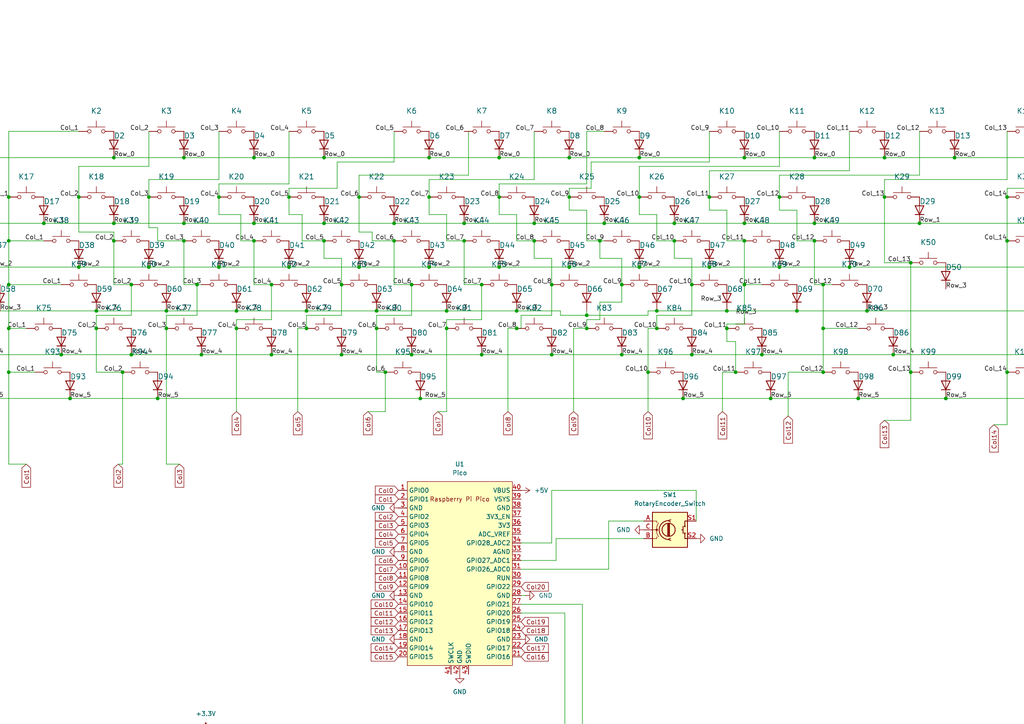
<source format=kicad_sch>
(kicad_sch (version 20250114) (generator "eeschema") (generator_version "9.0")
  (paper "A4")
  (junction (at 398.78 69.85))
  (junction (at 538.48 -90.17))
  (junction (at 264.16 76.2))
  (junction (at 180.34 82.55))
  (junction (at 378.46 69.85))
  (junction (at 223.52 115.57))
  (junction (at 210.82 90.17))
  (junction (at 190.5 90.17))
  (junction (at 485.14 -116.84))
  (junction (at 33.02 64.77))
  (junction (at 142.24 -116.84))
  (junction (at 200.66 82.55))
  (junction (at 93.98 45.72))
  (junction (at 30.48 -34.29))
  (junction (at 374.65 -22.86))
  (junction (at 88.9 -74.93))
  (junction (at -31.75 -151.13))
  (junction (at 342.9 64.77))
  (junction (at 325.12 -34.29))
  (junction (at 302.26 64.77))
  (junction (at 210.82 95.25))
  (junction (at 494.03 -49.53))
  (junction (at 35.56 107.95))
  (junction (at 419.1 101.6))
  (junction (at 20.32 115.57))
  (junction (at 242.57 -90.17))
  (junction (at 128.27 -7.62))
  (junction (at 322.58 77.47))
  (junction (at 48.26 90.17))
  (junction (at 547.37 -22.86))
  (junction (at 59.69 212.09))
  (junction (at 312.42 95.25))
  (junction (at 200.66 102.87))
  (junction (at 292.1 69.85))
  (junction (at 213.36 107.95))
  (junction (at 190.5 95.25))
  (junction (at 15.24 -90.17))
  (junction (at 311.15 -74.93))
  (junction (at -11.43 -90.17))
  (junction (at 71.12 -34.29))
  (junction (at 369.57 -49.53))
  (junction (at 44.45 -116.84))
  (junction (at 125.73 -49.53))
  (junction (at 467.36 -49.53))
  (junction (at 88.9 -90.17))
  (junction (at 166.37 -74.93))
  (junction (at 363.22 -116.84))
  (junction (at 73.66 45.72))
  (junction (at 170.18 95.25))
  (junction (at 43.18 -90.17))
  (junction (at 368.3 64.77))
  (junction (at 185.42 45.72))
  (junction (at 109.22 95.25))
  (junction (at 241.3 -101.6))
  (junction (at 467.36 -34.29))
  (junction (at 358.14 82.55))
  (junction (at 48.26 95.25))
  (junction (at 99.06 82.55))
  (junction (at 63.5 77.47))
  (junction (at 483.87 -74.93))
  (junction (at 2.54 107.95))
  (junction (at 163.83 -101.6))
  (junction (at 347.98 -22.86))
  (junction (at 187.96 -74.93))
  (junction (at 524.51 -22.86))
  (junction (at 114.3 69.85))
  (junction (at 165.1 57.15))
  (junction (at 205.74 77.47))
  (junction (at 327.66 -7.62))
  (junction (at 2.54 -34.29))
  (junction (at 104.14 77.47))
  (junction (at 368.3 90.17))
  (junction (at 440.69 -116.84))
  (junction (at 97.79 -49.53))
  (junction (at 148.59 -34.29))
  (junction (at -10.16 -151.13))
  (junction (at 236.22 64.77))
  (junction (at 144.78 45.72))
  (junction (at 77.47 -22.86))
  (junction (at 124.46 45.72))
  (junction (at 438.15 -90.17))
  (junction (at 318.77 -101.6))
  (junction (at 180.34 102.87))
  (junction (at 424.18 -34.29))
  (junction (at 115.57 -74.93))
  (junction (at 447.04 -34.29))
  (junction (at 388.62 77.47))
  (junction (at 88.9 90.17))
  (junction (at 276.86 -22.86))
  (junction (at 114.3 64.77))
  (junction (at 16.51 -151.13))
  (junction (at 402.59 -22.86))
  (junction (at 290.83 -101.6))
  (junction (at 139.7 102.87))
  (junction (at 473.71 -22.86))
  (junction (at 312.42 57.15))
  (junction (at 78.74 102.87))
  (junction (at 63.5 220.98))
  (junction (at 368.3 102.87))
  (junction (at 2.54 82.55))
  (junction (at 66.04 -90.17))
  (junction (at 44.45 -135.89))
  (junction (at 440.69 -101.6))
  (junction (at 242.57 -74.93))
  (junction (at -33.02 -116.84))
  (junction (at 44.45 -101.6))
  (junction (at 2.54 -49.53))
  (junction (at 236.22 69.85))
  (junction (at 142.24 -101.6))
  (junction (at 226.06 77.47))
  (junction (at 105.41 -22.86))
  (junction (at 53.34 69.85))
  (junction (at 170.18 91.44))
  (junction (at 99.06 102.87))
  (junction (at 115.57 -90.17))
  (junction (at 196.85 -34.29))
  (junction (at 109.22 90.17))
  (junction (at 284.48 -74.93))
  (junction (at 93.98 64.77))
  (junction (at 43.18 -74.93))
  (junction (at 205.74 -22.86))
  (junction (at 134.62 69.85))
  (junction (at 408.94 64.77))
  (junction (at -33.02 -101.6))
  (junction (at 67.31 -135.89))
  (junction (at 290.83 -116.84))
  (junction (at 358.14 95.25))
  (junction (at -19.05 107.95))
  (junction (at 388.62 102.87))
  (junction (at 15.24 -74.93))
  (junction (at 408.94 115.57))
  (junction (at 214.63 -90.17))
  (junction (at 231.14 90.17))
  (junction (at 274.32 115.57))
  (junction (at 190.5 -116.84))
  (junction (at 447.04 -49.53))
  (junction (at 256.54 57.15))
  (junction (at 195.58 64.77))
  (junction (at 22.86 57.15))
  (junction (at 270.51 -34.29))
  (junction (at 125.73 -34.29))
  (junction (at 247.65 -49.53))
  (junction (at 312.42 107.95))
  (junction (at 447.04 -22.86))
  (junction (at 119.38 102.87))
  (junction (at 270.51 -49.53))
  (junction (at 215.9 69.85))
  (junction (at 332.74 107.95))
  (junction (at 22.86 77.47))
  (junction (at 383.54 -90.17))
  (junction (at 325.12 -49.53))
  (junction (at 402.59 -7.62))
  (junction (at 304.8 -22.86))
  (junction (at 396.24 -34.29))
  (junction (at 160.02 102.87))
  (junction (at -11.43 -74.93))
  (junction (at 256.54 45.72))
  (junction (at 38.1 102.87))
  (junction (at 215.9 82.55))
  (junction (at 218.44 -101.6))
  (junction (at 547.37 -7.62))
  (junction (at 485.14 -101.6))
  (junction (at -21.59 -22.86))
  (junction (at 170.18 -34.29))
  (junction (at 77.47 -7.62))
  (junction (at 374.65 -7.62))
  (junction (at -31.75 -135.89))
  (junction (at 185.42 77.47))
  (junction (at 367.03 107.95))
  (junction (at 128.27 -22.86))
  (junction (at 149.86 90.17))
  (junction (at 410.21 -74.93))
  (junction (at 2.54 57.15))
  (junction (at 378.46 95.25))
  (junction (at 246.38 77.47))
  (junction (at 276.86 -7.62))
  (junction (at 2.54 69.85))
  (junction (at 332.74 69.85))
  (junction (at 461.01 -90.17))
  (junction (at 383.54 -74.93))
  (junction (at 398.78 95.25))
  (junction (at 50.8 -7.62))
  (junction (at 389.89 -116.84))
  (junction (at 185.42 57.15))
  (junction (at 458.47 -101.6))
  (junction (at 160.02 82.55))
  (junction (at 264.16 107.95))
  (junction (at 425.45 -7.62))
  (junction (at 129.54 95.25))
  (junction (at 228.6 -22.86))
  (junction (at 322.58 115.57))
  (junction (at 510.54 -90.17))
  (junction (at 312.42 69.85))
  (junction (at 339.09 -74.93))
  (junction (at 2.54 95.25))
  (junction (at 601.98 -7.62))
  (junction (at 90.17 -135.89))
  (junction (at 238.76 82.55))
  (junction (at 119.38 -101.6))
  (junction (at 119.38 -116.84))
  (junction (at -24.13 -49.53))
  (junction (at 166.37 -90.17))
  (junction (at 119.38 82.55))
  (junction (at 447.04 -7.62))
  (junction (at 297.18 -49.53))
  (junction (at 165.1 45.72))
  (junction (at 154.94 64.77))
  (junction (at 322.58 102.87))
  (junction (at -6.35 -101.6))
  (junction (at -21.59 -7.62))
  (junction (at 91.44 -101.6))
  (junction (at 251.46 90.17))
  (junction (at 424.18 -49.53))
  (junction (at 124.46 57.15))
  (junction (at 190.5 -101.6))
  (junction (at 71.12 -49.53))
  (junction (at 33.02 69.85))
  (junction (at 64.77 -101.6))
  (junction (at 302.26 77.47))
  (junction (at -10.16 -135.89))
  (junction (at 68.58 90.17))
  (junction (at 361.95 -74.93))
  (junction (at 297.18 -34.29))
  (junction (at 53.34 64.77))
  (junction (at 148.59 -49.53))
  (junction (at 43.18 77.47))
  (junction (at 524.51 -7.62))
  (junction (at 398.78 82.55))
  (junction (at 78.74 82.55))
  (junction (at -19.05 95.25))
  (junction (at 398.78 107.95))
  (junction (at 54.61 222.25))
  (junction (at 105.41 -7.62))
  (junction (at 165.1 77.47))
  (junction (at 265.43 -90.17))
  (junction (at 429.26 109.22))
  (junction (at 12.7 64.77))
  (junction (at 27.94 90.17))
  (junction (at 144.78 57.15))
  (junction (at 378.46 115.57))
  (junction (at 17.78 102.87))
  (junction (at 177.8 -7.62))
  (junction (at 429.26 64.77))
  (junction (at 151.13 -7.62))
  (junction (at 57.15 82.55))
  (junction (at 97.79 -34.29))
  (junction (at 83.82 77.47))
  (junction (at 68.58 95.25))
  (junction (at 143.51 -90.17))
  (junction (at 170.18 -49.53))
  (junction (at 574.04 -7.62))
  (junction (at 149.86 95.25))
  (junction (at 250.19 -22.86))
  (junction (at 64.77 -116.84))
  (junction (at 220.98 102.87))
  (junction (at 494.03 -34.29))
  (junction (at 129.54 90.17))
  (junction (at 292.1 107.95))
  (junction (at 241.3 -116.84))
  (junction (at 368.3 77.47))
  (junction (at 388.62 64.77))
  (junction (at 73.66 69.85))
  (junction (at 21.59 -101.6))
  (junction (at 187.96 107.95))
  (junction (at 238.76 95.25))
  (junction (at 369.57 -34.29))
  (junction (at 83.82 57.15))
  (junction (at 13.97 243.84))
  (junction (at 284.48 -90.17))
  (junction (at 458.47 -116.84))
  (junction (at 154.94 69.85))
  (junction (at 259.08 102.87))
  (junction (at 124.46 77.47))
  (junction (at 53.34 -34.29))
  (junction (at 44.45 -151.13))
  (junction (at 43.18 57.15))
  (junction (at 247.65 -34.29))
  (junction (at 228.6 -7.62))
  (junction (at 538.48 -74.93))
  (junction (at 121.92 115.57))
  (junction (at 302.26 115.57))
  (junction (at 341.63 -116.84))
  (junction (at 265.43 -74.93))
  (junction (at -19.05 69.85))
  (junction (at 363.22 -101.6))
  (junction (at 33.02 45.72))
  (junction (at 408.94 90.17))
  (junction (at 342.9 77.47))
  (junction (at 461.01 -74.93))
  (junction (at 226.06 57.15))
  (junction (at 408.94 102.87))
  (junction (at 322.58 64.77))
  (junction (at 302.26 45.72))
  (junction (at 429.26 83.82))
  (junction (at 91.44 -116.84))
  (junction (at 50.8 -22.86))
  (junction (at 389.89 -101.6))
  (junction (at 410.21 -90.17))
  (junction (at 27.94 95.25))
  (junction (at 264.16 -116.84))
  (junction (at 276.86 45.72))
  (junction (at 322.58 45.72))
  (junction (at 388.62 90.17))
  (junction (at 205.74 -7.62))
  (junction (at 111.76 107.95))
  (junction (at 175.26 64.77))
  (junction (at 67.31 -151.13))
  (junction (at 196.85 -49.53))
  (junction (at 30.48 -49.53))
  (junction (at 53.34 45.72))
  (junction (at 16.51 -135.89))
  (junction (at 342.9 115.57))
  (junction (at 88.9 95.25))
  (junction (at 6.35 -7.62))
  (junction (at 144.78 77.47))
  (junction (at 483.87 -90.17))
  (junction (at 45.72 115.57))
  (junction (at 347.98 -49.53))
  (junction (at 93.98 69.85))
  (junction (at 292.1 57.15))
  (junction (at -24.13 -34.29))
  (junction (at 163.83 -116.84))
  (junction (at -33.02 -90.17))
  (junction (at 205.74 57.15))
  (junction (at 250.19 -7.62))
  (junction (at 378.46 82.55))
  (junction (at 266.7 64.77))
  (junction (at 347.98 -34.29))
  (junction (at 361.95 -90.17))
  (junction (at 473.71 -7.62))
  (junction (at 218.44 -116.84))
  (junction (at 224.79 -34.29))
  (junction (at 408.94 77.47))
  (junction (at 339.09 -90.17))
  (junction (at 195.58 69.85))
  (junction (at 21.59 -116.84))
  (junction (at 214.63 -74.93))
  (junction (at 574.04 -22.86))
  (junction (at 417.83 -116.84))
  (junction (at -6.35 -116.84))
  (junction (at 151.13 -22.86))
  (junction (at 417.83 -101.6))
  (junction (at 438.15 -74.93))
  (junction (at 66.04 -74.93))
  (junction (at 248.92 115.57))
  (junction (at 6.35 -22.86))
  (junction (at 38.1 82.55))
  (junction (at 198.12 115.57))
  (junction (at 104.14 57.15))
  (junction (at 318.77 -116.84))
  (junction (at 236.22 45.72))
  (junction (at 327.66 -22.86))
  (junction (at 215.9 64.77))
  (junction (at 139.7 82.55))
  (junction (at 304.8 -7.62))
  (junction (at 264.16 -101.6))
  (junction (at 63.5 57.15))
  (junction (at 143.51 -74.93))
  (junction (at 501.65 -7.62))
  (junction (at 73.66 64.77))
  (junction (at 58.42 102.87))
  (junction (at 29.21 -7.62))
  (junction (at 347.98 -7.62))
  (junction (at 341.63 -101.6))
  (junction (at 90.17 -151.13))
  (junction (at -33.02 -74.93))
  (junction (at 419.1 76.2))
  (junction (at -19.05 57.15))
  (junction (at 173.99 69.85))
  (junction (at 187.96 -90.17))
  (junction (at 29.21 -22.86))
  (junction (at 177.8 -22.86))
  (junction (at 358.14 69.85))
  (junction (at -19.05 82.55))
  (junction (at 134.62 64.77))
  (junction (at 224.79 -49.53))
  (junction (at 53.34 -49.53))
  (junction (at 396.24 -49.53))
  (junction (at 510.54 -74.93))
  (junction (at 342.9 45.72))
  (junction (at 215.9 45.72))
  (junction (at 311.15 -90.17))
  (junction (at 601.98 -22.86))
  (junction (at 238.76 107.95))
  (junction (at 501.65 -22.86))
  (junction (at 425.45 -22.86))
  (wire (pts (xy 72.39 -109.22) (xy 83.82 -109.22)))
  (wire (pts (xy 62.23 313.69) (xy 62.23 254)))
  (wire (pts (xy 250.19 -7.62) (xy 276.86 -7.62)))
  (wire (pts (xy 313.69 54.61) (xy 292.1 54.61)))
  (wire (pts (xy 83.82 57.15) (xy 83.82 54.61)))
  (wire (pts (xy -54.61 -151.13) (xy -31.75 -151.13)))
  (wire (pts (xy 311.15 -90.17) (xy 339.09 -90.17)))
  (wire (pts (xy 342.9 45.72) (xy 365.76 45.72)))
  (wire (pts (xy 429.26 64.77) (xy 448.31 64.77)))
  (wire (pts (xy -19.05 69.85) (xy -15.24 69.85)))
  (wire (pts (xy 447.04 -34.29) (xy 467.36 -34.29)))
  (wire (pts (xy 185.42 57.15) (xy 185.42 48.26)))
  (wire (pts (xy 73.66 -82.55) (xy 81.28 -82.55)))
  (wire (pts (xy 417.83 -82.55) (xy 430.53 -82.55)))
  (wire (pts (xy 53.34 64.77) (xy 73.66 64.77)))
  (wire (pts (xy 433.07 -15.24) (xy 439.42 -15.24)))
  (wire (pts (xy 52.07 -109.22) (xy 57.15 -109.22)))
  (wire (pts (xy 62.23 254) (xy 41.91 254)))
  (wire (pts (xy 168.91 222.25) (xy 54.61 222.25)))
  (wire (pts (xy 365.76 45.72) (xy 365.76 44.45)))
  (wire (pts (xy 228.6 120.65) (xy 228.6 107.95)))
  (wire (pts (xy 2.54 82.55) (xy 17.78 82.55)))
  (wire (pts (xy 312.42 57.15) (xy 312.42 69.85)))
  (wire (pts (xy 374.65 -7.62) (xy 402.59 -7.62)))
  (wire (pts (xy 48.26 91.44) (xy 48.26 95.25)))
  (wire (pts (xy 388.62 77.47) (xy 408.94 77.47)))
  (wire (pts (xy 447.04 -7.62) (xy 473.71 -7.62)))
  (wire (pts (xy 149.86 69.85) (xy 149.86 62.23)))
  (wire (pts (xy 190.5 90.17) (xy 210.82 90.17)))
  (wire (pts (xy -46.99 -109.22) (xy -40.64 -109.22)))
  (wire (pts (xy 63.5 53.34) (xy 63.5 57.15)))
  (wire (pts (xy -19.05 107.95) (xy -19.05 133.35)))
  (wire (pts (xy 284.48 -15.24) (xy 297.18 -15.24)))
  (wire (pts (xy 215.9 45.72) (xy 236.22 45.72)))
  (wire (pts (xy 417.83 -116.84) (xy 440.69 -116.84)))
  (wire (pts (xy 71.12 -49.53) (xy 97.79 -49.53)))
  (wire (pts (xy 238.76 95.25) (xy 248.92 95.25)))
  (wire (pts (xy 63.5 38.1) (xy 63.5 52.07)))
  (wire (pts (xy 2.54 38.1) (xy 2.54 57.15)))
  (wire (pts (xy 123.19 -82.55) (xy 135.89 -82.55)))
  (wire (pts (xy 16.51 241.3) (xy 13.97 241.3)))
  (wire (pts (xy 236.22 82.55) (xy 236.22 69.85)))
  (wire (pts (xy 236.22 45.72) (xy 256.54 45.72)))
  (wire (pts (xy 226.06 60.96) (xy 226.06 57.15)))
  (wire (pts (xy 205.74 77.47) (xy 226.06 77.47)))
  (wire (pts (xy 78.74 -41.91) (xy 90.17 -41.91)))
  (wire (pts (xy 149.86 62.23) (xy 144.78 62.23)))
  (wire (pts (xy 64.77 251.46) (xy 64.77 308.61)))
  (wire (pts (xy -48.26 -82.55) (xy -40.64 -82.55)))
  (wire (pts (xy 378.46 115.57) (xy 408.94 115.57)))
  (wire (pts (xy 160.02 157.48) (xy 151.13 157.48)))
  (wire (pts (xy 190.5 91.44) (xy 200.66 91.44)))
  (wire (pts (xy 198.12 115.57) (xy 223.52 115.57)))
  (wire (pts (xy 256.54 57.15) (xy 256.54 76.2)))
  (wire (pts (xy 87.63 62.23) (xy 83.82 62.23)))
  (wire (pts (xy 36.83 -15.24) (xy 43.18 -15.24)))
  (wire (pts (xy 6.35 -7.62) (xy 29.21 -7.62)))
  (wire (pts (xy 2.54 134.62) (xy 7.62 134.62)))
  (wire (pts (xy 69.85 69.85) (xy 73.66 69.85)))
  (wire (pts (xy 158.75 -15.24) (xy 170.18 -15.24)))
  (wire (pts (xy 402.59 -7.62) (xy 425.45 -7.62)))
  (wire (pts (xy -76.2 321.31) (xy 54.61 321.31)))
  (wire (pts (xy 13.97 241.3) (xy 13.97 243.84)))
  (wire (pts (xy 313.69 38.1) (xy 313.69 54.61)))
  (wire (pts (xy 88.9 91.44) (xy 99.06 91.44)))
  (wire (pts (xy 52.07 -143.51) (xy 59.69 -143.51)))
  (wire (pts (xy 163.83 177.8) (xy 163.83 220.98)))
  (wire (pts (xy 473.71 -22.86) (xy 501.65 -22.86)))
  (wire (pts (xy -5.08 115.57) (xy 20.32 115.57)))
  (wire (pts (xy 73.66 64.77) (xy 93.98 64.77)))
  (wire (pts (xy 273.05 -82.55) (xy 276.86 -82.55)))
  (wire (pts (xy 113.03 -15.24) (xy 120.65 -15.24)))
  (wire (pts (xy 461.01 -90.17) (xy 483.87 -90.17)))
  (wire (pts (xy 99.06 91.44) (xy 99.06 82.55)))
  (wire (pts (xy 312.42 55.88) (xy 312.42 57.15)))
  (wire (pts (xy 248.92 115.57) (xy 274.32 115.57)))
  (wire (pts (xy 30.48 -49.53) (xy 53.34 -49.53)))
  (wire (pts (xy 384.81 123.19) (xy 375.92 123.19)))
  (wire (pts (xy 248.92 -109.22) (xy 256.54 -109.22)))
  (wire (pts (xy 347.98 -22.86) (xy 374.65 -22.86)))
  (wire (pts (xy 361.95 -74.93) (xy 383.54 -74.93)))
  (wire (pts (xy -48.26 -22.86) (xy -21.59 -22.86)))
  (wire (pts (xy 215.9 82.55) (xy 215.9 69.85)))
  (wire (pts (xy 134.62 69.85) (xy 129.54 69.85)))
  (wire (pts (xy 408.94 115.57) (xy 424.18 115.57)))
  (wire (pts (xy 236.22 -15.24) (xy 242.57 -15.24)))
  (wire (pts (xy 424.18 -34.29) (xy 447.04 -34.29)))
  (wire (pts (xy 322.58 115.57) (xy 342.9 115.57)))
  (wire (pts (xy 2.54 -49.53) (xy 30.48 -49.53)))
  (wire (pts (xy 22.86 77.47) (xy 43.18 77.47)))
  (wire (pts (xy -24.13 -143.51) (xy -17.78 -143.51)))
  (wire (pts (xy 43.18 57.15) (xy 43.18 66.04)))
  (wire (pts (xy 109.22 95.25) (xy 109.22 107.95)))
  (wire (pts (xy 166.37 119.38) (xy 166.37 95.25)))
  (wire (pts (xy 0 90.17) (xy 27.94 90.17)))
  (wire (pts (xy 43.18 -90.17) (xy 66.04 -90.17)))
  (wire (pts (xy 63.5 77.47) (xy 83.82 77.47)))
  (wire (pts (xy 115.57 -74.93) (xy 143.51 -74.93)))
  (wire (pts (xy 119.38 -101.6) (xy 142.24 -101.6)))
  (wire (pts (xy 226.06 38.1) (xy 226.06 48.26)))
  (wire (pts (xy 43.18 38.1) (xy 43.18 48.26)))
  (wire (pts (xy 134.62 64.77) (xy 154.94 64.77)))
  (wire (pts (xy 271.78 -109.22) (xy 283.21 -109.22)))
  (wire (pts (xy 408.94 77.47) (xy 416.56 77.47)))
  (wire (pts (xy 154.94 64.77) (xy 175.26 64.77)))
  (wire (pts (xy 91.44 -101.6) (xy 119.38 -101.6)))
  (wire (pts (xy 173.99 69.85) (xy 170.18 69.85)))
  (wire (pts (xy 231.14 90.17) (xy 251.46 90.17)))
  (wire (pts (xy 198.12 -109.22) (xy 210.82 -109.22)))
  (wire (pts (xy 358.14 95.25) (xy 358.14 107.95)))
  (wire (pts (xy 241.3 -116.84) (xy 264.16 -116.84)))
  (wire (pts (xy 242.57 -90.17) (xy 265.43 -90.17)))
  (wire (pts (xy 109.22 91.44) (xy 109.22 95.25)))
  (wire (pts (xy 124.46 57.15) (xy 124.46 52.07)))
  (wire (pts (xy 10.16 -41.91) (xy 22.86 -41.91)))
  (wire (pts (xy 139.7 82.55) (xy 134.62 82.55)))
  (wire (pts (xy 438.15 -74.93) (xy 461.01 -74.93)))
  (wire (pts (xy -72.39 317.5) (xy -72.39 -109.22)))
  (wire (pts (xy 175.26 64.77) (xy 195.58 64.77)))
  (wire (pts (xy 105.41 -7.62) (xy 128.27 -7.62)))
  (wire (pts (xy 64.77 -116.84) (xy 91.44 -116.84)))
  (wire (pts (xy 53.34 -49.53) (xy 71.12 -49.53)))
  (wire (pts (xy 242.57 -74.93) (xy 265.43 -74.93)))
  (wire (pts (xy 22.86 -82.55) (xy 35.56 -82.55)))
  (wire (pts (xy 445.77 -82.55) (xy 453.39 -82.55)))
  (wire (pts (xy 264.16 76.2) (xy 264.16 107.95)))
  (wire (pts (xy 204.47 -41.91) (xy 217.17 -41.91)))
  (wire (pts (xy 162.56 90.17) (xy 149.86 90.17)))
  (wire (pts (xy 177.8 -41.91) (xy 189.23 -41.91)))
  (wire (pts (xy -55.88 -90.17) (xy -33.02 -90.17)))
  (wire (pts (xy 424.18 -49.53) (xy 447.04 -49.53)))
  (wire (pts (xy -62.23 -143.51) (xy -76.2 -143.51)))
  (wire (pts (xy 205.74 60.96) (xy 205.74 57.15)))
  (wire (pts (xy 142.24 -101.6) (xy 163.83 -101.6)))
  (wire (pts (xy 431.8 -41.91) (xy 439.42 -41.91)))
  (wire (pts (xy 48.26 95.25) (xy 48.26 134.62)))
  (wire (pts (xy 96.52 -82.55) (xy 107.95 -82.55)))
  (wire (pts (xy -33.02 -90.17) (xy -11.43 -90.17)))
  (wire (pts (xy 180.34 87.63) (xy 173.99 87.63)))
  (wire (pts (xy 185.42 77.47) (xy 205.74 77.47)))
  (wire (pts (xy 93.98 64.77) (xy 114.3 64.77)))
  (wire (pts (xy 1.27 -109.22) (xy 13.97 -109.22)))
  (wire (pts (xy 214.63 -74.93) (xy 242.57 -74.93)))
  (wire (pts (xy 166.37 -90.17) (xy 187.96 -90.17)))
  (wire (pts (xy 104.14 67.31) (xy 107.95 67.31)))
  (wire (pts (xy 143.51 -90.17) (xy 166.37 -90.17)))
  (wire (pts (xy 35.56 107.95) (xy 35.56 134.62)))
  (wire (pts (xy 93.98 74.93) (xy 93.98 69.85)))
  (wire (pts (xy 147.32 119.38) (xy 147.32 95.25)))
  (wire (pts (xy 466.09 -109.22) (xy 477.52 -109.22)))
  (wire (pts (xy 302.26 77.47) (xy 322.58 77.47)))
  (wire (pts (xy 2.54 95.25) (xy 7.62 95.25)))
  (wire (pts (xy -46.99 -143.51) (xy -39.37 -143.51)))
  (wire (pts (xy 389.89 -116.84) (xy 417.83 -116.84)))
  (wire (pts (xy 384.81 105.41) (xy 384.81 123.19)))
  (wire (pts (xy -19.05 95.25) (xy -19.05 107.95)))
  (wire (pts (xy 185.42 -15.24) (xy 198.12 -15.24)))
  (wire (pts (xy 91.44 -116.84) (xy 119.38 -116.84)))
  (wire (pts (xy 425.45 83.82) (xy 425.45 90.17)))
  (wire (pts (xy 125.73 -49.53) (xy 148.59 -49.53)))
  (wire (pts (xy 398.78 123.19) (xy 394.97 123.19)))
  (wire (pts (xy -43.18 -34.29) (xy -24.13 -34.29)))
  (wire (pts (xy 180.34 102.87) (xy 200.66 102.87)))
  (wire (pts (xy 473.71 -7.62) (xy 501.65 -7.62)))
  (wire (pts (xy 369.57 -49.53) (xy 396.24 -49.53)))
  (wire (pts (xy 419.1 57.15) (xy 419.1 76.2)))
  (wire (pts (xy 2.54 -34.29) (xy 30.48 -34.29)))
  (wire (pts (xy 45.72 115.57) (xy 121.92 115.57)))
  (wire (pts (xy 135.89 50.8) (xy 104.14 50.8)))
  (wire (pts (xy 63.5 57.15) (xy 63.5 62.23)))
  (wire (pts (xy 97.79 54.61) (xy 97.79 46.99)))
  (wire (pts (xy 396.24 -49.53) (xy 424.18 -49.53)))
  (wire (pts (xy 398.78 69.85) (xy 398.78 82.55)))
  (wire (pts (xy 60.96 -41.91) (xy 63.5 -41.91)))
  (wire (pts (xy 574.04 -7.62) (xy 601.98 -7.62)))
  (wire (pts (xy -63.5 -82.55) (xy -68.58 -82.55)))
  (wire (pts (xy 129.54 95.25) (xy 129.54 92.71)))
  (wire (pts (xy 66.04 -74.93) (xy 88.9 -74.93)))
  (wire (pts (xy 160.02 91.44) (xy 160.02 82.55)))
  (wire (pts (xy 127 119.38) (xy 129.54 119.38)))
  (wire (pts (xy 190.5 69.85) (xy 190.5 62.23)))
  (wire (pts (xy 38.1 82.55) (xy 38.1 91.44)))
  (wire (pts (xy 213.36 99.06) (xy 210.82 99.06)))
  (wire (pts (xy 270.51 -49.53) (xy 297.18 -49.53)))
  (wire (pts (xy 43.18 48.26) (xy 22.86 48.26)))
  (wire (pts (xy 322.58 77.47) (xy 342.9 77.47)))
  (wire (pts (xy 483.87 -90.17) (xy 510.54 -90.17)))
  (wire (pts (xy 177.8 -22.86) (xy 205.74 -22.86)))
  (wire (pts (xy 223.52 115.57) (xy 248.92 115.57)))
  (wire (pts (xy 83.82 53.34) (xy 63.5 53.34)))
  (wire (pts (xy 429.26 83.82) (xy 448.31 83.82)))
  (wire (pts (xy 45.72 69.85) (xy 53.34 69.85)))
  (wire (pts (xy 109.22 107.95) (xy 111.76 107.95)))
  (wire (pts (xy -33.02 -116.84) (xy -6.35 -116.84)))
  (wire (pts (xy 165.1 45.72) (xy 185.42 45.72)))
  (wire (pts (xy 247.65 -49.53) (xy 270.51 -49.53)))
  (wire (pts (xy 448.31 83.82) (xy 448.31 82.55)))
  (wire (pts (xy 187.96 -74.93) (xy 214.63 -74.93)))
  (wire (pts (xy 448.31 -109.22) (xy 450.85 -109.22)))
  (wire (pts (xy 29.21 -22.86) (xy 50.8 -22.86)))
  (wire (pts (xy -11.43 -74.93) (xy 15.24 -74.93)))
  (wire (pts (xy 144.78 77.47) (xy 165.1 77.47)))
  (wire (pts (xy 304.8 -41.91) (xy 317.5 -41.91)))
  (wire (pts (xy 114.3 82.55) (xy 119.38 82.55)))
  (wire (pts (xy 347.98 -49.53) (xy 369.57 -49.53)))
  (wire (pts (xy 358.14 82.55) (xy 358.14 95.25)))
  (wire (pts (xy 58.42 102.87) (xy 78.74 102.87)))
  (wire (pts (xy 151.13 -22.86) (xy 177.8 -22.86)))
  (wire (pts (xy 461.01 -74.93) (xy 483.87 -74.93)))
  (wire (pts (xy 447.04 -49.53) (xy 467.36 -49.53)))
  (wire (pts (xy 50.8 -82.55) (xy 58.42 -82.55)))
  (wire (pts (xy 322.58 45.72) (xy 342.9 45.72)))
  (wire (pts (xy 448.31 64.77) (xy 448.31 63.5)))
  (wire (pts (xy 73.66 69.85) (xy 73.66 82.55)))
  (wire (pts (xy 292.1 54.61) (xy 292.1 57.15)))
  (wire (pts (xy 44.45 -116.84) (xy 64.77 -116.84)))
  (wire (pts (xy -19.05 107.95) (xy -16.51 107.95)))
  (wire (pts (xy 494.03 -50.8) (xy 494.03 -49.53)))
  (wire (pts (xy 425.45 83.82) (xy 429.26 83.82)))
  (wire (pts (xy 166.37 95.25) (xy 170.18 95.25)))
  (wire (pts (xy 97.79 -49.53) (xy 125.73 -49.53)))
  (wire (pts (xy 125.73 -34.29) (xy 148.59 -34.29)))
  (wire (pts (xy 266.7 64.77) (xy 302.26 64.77)))
  (wire (pts (xy 71.12 255.27) (xy 71.12 256.54)))
  (wire (pts (xy 226.06 77.47) (xy 246.38 77.47)))
  (wire (pts (xy 238.76 95.25) (xy 238.76 82.55)))
  (wire (pts (xy -21.59 -7.62) (xy 6.35 -7.62)))
  (wire (pts (xy 228.6 107.95) (xy 238.76 107.95)))
  (wire (pts (xy 342.9 77.47) (xy 368.3 77.47)))
  (wire (pts (xy 205.74 -7.62) (xy 228.6 -7.62)))
  (wire (pts (xy 170.18 95.25) (xy 171.45 95.25)))
  (wire (pts (xy 213.36 -15.24) (xy 220.98 -15.24)))
  (wire (pts (xy 196.85 -49.53) (xy 224.79 -49.53)))
  (wire (pts (xy 332.74 107.95) (xy 332.74 123.19)))
  (wire (pts (xy 483.87 -74.93) (xy 510.54 -74.93)))
  (wire (pts (xy 63.5 52.07) (xy 43.18 52.07)))
  (wire (pts (xy 397.51 -109.22) (xy 410.21 -109.22)))
  (wire (pts (xy 187.96 90.17) (xy 190.5 90.17)))
  (wire (pts (xy 425.45 -22.86) (xy 447.04 -22.86)))
  (wire (pts (xy 416.56 71.12) (xy 448.31 71.12)))
  (wire (pts (xy -76.2 -143.51) (xy -76.2 321.31)))
  (wire (pts (xy 238.76 82.55) (xy 241.3 82.55)))
  (wire (pts (xy 160.02 142.24) (xy 160.02 157.48)))
  (wire (pts (xy 358.14 69.85) (xy 358.14 82.55)))
  (wire (pts (xy 195.58 69.85) (xy 190.5 69.85)))
  (wire (pts (xy 83.82 62.23) (xy 83.82 57.15)))
  (wire (pts (xy 547.37 -7.62) (xy 574.04 -7.62)))
  (wire (pts (xy 29.21 -7.62) (xy 50.8 -7.62)))
  (wire (pts (xy 43.18 77.47) (xy 63.5 77.47)))
  (wire (pts (xy 346.71 -82.55) (xy 354.33 -82.55)))
  (wire (pts (xy 332.74 -41.91) (xy 340.36 -41.91)))
  (wire (pts (xy 149.86 95.25) (xy 151.13 95.25)))
  (wire (pts (xy 114.3 64.77) (xy 134.62 64.77)))
  (wire (pts (xy 518.16 -82.55) (xy 530.86 -82.55)))
  (wire (pts (xy 43.18 52.07) (xy 43.18 57.15)))
  (wire (pts (xy 17.78 102.87) (xy 38.1 102.87)))
  (wire (pts (xy 231.14 69.85) (xy 231.14 60.96)))
  (wire (pts (xy 171.45 46.99) (xy 205.74 46.99)))
  (wire (pts (xy 156.21 -41.91) (xy 162.56 -41.91)))
  (wire (pts (xy 425.45 -7.62) (xy 447.04 -7.62)))
  (wire (pts (xy 13.97 243.84) (xy 16.51 243.84)))
  (wire (pts (xy 218.44 -101.6) (xy 241.3 -101.6)))
  (wire (pts (xy 170.18 60.96) (xy 165.1 60.96)))
  (wire (pts (xy 304.8 -22.86) (xy 327.66 -22.86)))
  (wire (pts (xy 165.1 60.96) (xy 165.1 57.15)))
  (wire (pts (xy 41.91 256.54) (xy 58.42 256.54)))
  (wire (pts (xy 41.91 251.46) (xy 64.77 251.46)))
  (wire (pts (xy 481.33 -15.24) (xy 494.03 -15.24)))
  (wire (pts (xy 246.38 77.47) (xy 302.26 77.47)))
  (wire (pts (xy 38.1 102.87) (xy 58.42 102.87)))
  (wire (pts (xy 160.02 102.87) (xy 180.34 102.87)))
  (wire (pts (xy 474.98 -41.91) (xy 486.41 -41.91)))
  (wire (pts (xy 124.46 77.47) (xy 144.78 77.47)))
  (wire (pts (xy 2.54 69.85) (xy 12.7 69.85)))
  (wire (pts (xy 50.8 -7.62) (xy 77.47 -7.62)))
  (wire (pts (xy 195.58 -82.55) (xy 207.01 -82.55)))
  (wire (pts (xy 77.47 -7.62) (xy 105.41 -7.62)))
  (wire (pts (xy 57.15 91.44) (xy 48.26 91.44)))
  (wire (pts (xy 276.86 -22.86) (xy 304.8 -22.86)))
  (wire (pts (xy -16.51 -41.91) (xy -5.08 -41.91)))
  (wire (pts (xy 99.06 74.93) (xy 93.98 74.93)))
  (wire (pts (xy -11.43 -90.17) (xy 15.24 -90.17)))
  (wire (pts (xy 170.18 38.1) (xy 175.26 38.1)))
  (wire (pts (xy 85.09 -15.24) (xy 97.79 -15.24)))
  (wire (pts (xy 64.77 -101.6) (xy 91.44 -101.6)))
  (wire (pts (xy 111.76 119.38) (xy 106.68 119.38)))
  (wire (pts (xy 74.93 -143.51) (xy 82.55 -143.51)))
  (wire (pts (xy 15.24 -90.17) (xy 43.18 -90.17)))
  (wire (pts (xy 33.02 45.72) (xy 53.34 45.72)))
  (wire (pts (xy 200.66 82.55) (xy 200.66 74.93)))
  (wire (pts (xy 266.7 50.8) (xy 266.7 38.1)))
  (wire (pts (xy -19.05 57.15) (xy -19.05 69.85)))
  (wire (pts (xy 111.76 107.95) (xy 111.76 119.38)))
  (wire (pts (xy -2.54 -143.51) (xy 8.89 -143.51)))
  (wire (pts (xy 162.56 91.44) (xy 162.56 90.17)))
  (wire (pts (xy 54.61 212.09) (xy 59.69 212.09)))
  (wire (pts (xy 54.61 222.25) (xy 16.51 222.25)))
  (wire (pts (xy 342.9 115.57) (xy 378.46 115.57)))
  (wire (pts (xy 129.54 69.85) (xy 129.54 62.23)))
  (wire (pts (xy 104.14 57.15) (xy 104.14 67.31)))
  (wire (pts (xy 332.74 55.88) (xy 312.42 55.88)))
  (wire (pts (xy 151.13 165.1) (xy 176.53 165.1)))
  (wire (pts (xy 57.15 82.55) (xy 57.15 91.44)))
  (wire (pts (xy 215.9 69.85) (xy 210.82 69.85)))
  (wire (pts (xy 510.54 -90.17) (xy 538.48 -90.17)))
  (wire (pts (xy 99.06 82.55) (xy 99.06 74.93)))
  (wire (pts (xy 135.89 38.1) (xy 135.89 50.8)))
  (wire (pts (xy 11.43 231.14) (xy 16.51 231.14)))
  (wire (pts (xy 142.24 -116.84) (xy 163.83 -116.84)))
  (wire (pts (xy -17.78 38.1) (xy -19.05 38.1)))
  (wire (pts (xy 255.27 -41.91) (xy 262.89 -41.91)))
  (wire (pts (xy -19.05 69.85) (xy -19.05 82.55)))
  (wire (pts (xy 68.58 92.71) (xy 68.58 95.25)))
  (wire (pts (xy -55.88 -74.93) (xy -33.02 -74.93)))
  (wire (pts (xy 83.82 38.1) (xy 83.82 53.34)))
  (wire (pts (xy 383.54 -90.17) (xy 410.21 -90.17)))
  (wire (pts (xy 2.54 57.15) (xy 2.54 69.85)))
  (wire (pts (xy 292.1 57.15) (xy 292.1 69.85)))
  (wire (pts (xy 410.21 -74.93) (xy 438.15 -74.93)))
  (wire (pts (xy 403.86 -41.91) (xy 416.56 -41.91)))
  (wire (pts (xy 83.82 54.61) (xy 97.79 54.61)))
  (wire (pts (xy 187.96 95.25) (xy 190.5 95.25)))
  (wire (pts (xy 510.54 -74.93) (xy 538.48 -74.93)))
  (wire (pts (xy 187.96 107.95) (xy 187.96 119.38)))
  (wire (pts (xy 99.06 102.87) (xy 119.38 102.87)))
  (wire (pts (xy 151.13 -7.62) (xy 177.8 -7.62)))
  (wire (pts (xy 205.74 46.99) (xy 205.74 38.1)))
  (wire (pts (xy 59.69 212.09) (xy 63.5 212.09)))
  (wire (pts (xy 171.45 54.61) (xy 171.45 46.99)))
  (wire (pts (xy 491.49 -82.55) (xy 502.92 -82.55)))
  (wire (pts (xy 213.36 107.95) (xy 213.36 99.06)))
  (wire (pts (xy 15.24 -74.93) (xy 43.18 -74.93)))
  (wire (pts (xy 43.18 -74.93) (xy 66.04 -74.93)))
  (wire (pts (xy 369.57 -34.29) (xy 396.24 -34.29)))
  (wire (pts (xy 205.74 49.53) (xy 246.38 49.53)))
  (wire (pts (xy 554.99 -15.24) (xy 566.42 -15.24)))
  (wire (pts (xy -31.75 -151.13) (xy -10.16 -151.13)))
  (wire (pts (xy 382.27 -15.24) (xy 394.97 -15.24)))
  (wire (pts (xy 290.83 -101.6) (xy 318.77 -101.6)))
  (wire (pts (xy 165.1 54.61) (xy 171.45 54.61)))
  (wire (pts (xy 13.97 243.84) (xy 13.97 246.38)))
  (wire (pts (xy 251.46 90.17) (xy 368.3 90.17)))
  (wire (pts (xy -33.02 -74.93) (xy -11.43 -74.93)))
  (wire (pts (xy 298.45 -109.22) (xy 311.15 -109.22)))
  (wire (pts (xy 124.46 45.72) (xy 144.78 45.72)))
  (wire (pts (xy 195.58 64.77) (xy 215.9 64.77)))
  (wire (pts (xy 215.9 82.55) (xy 220.98 82.55)))
  (wire (pts (xy 312.42 123.19) (xy 307.34 123.19)))
  (wire (pts (xy 190.5 -101.6) (xy 218.44 -101.6)))
  (wire (pts (xy 173.99 -82.55) (xy 180.34 -82.55)))
  (wire (pts (xy 129.54 92.71) (xy 139.7 92.71)))
  (wire (pts (xy 292.1 69.85) (xy 292.1 107.95)))
  (wire (pts (xy 41.91 248.92) (xy 82.55 248.92)))
  (wire (pts (xy 224.79 -49.53) (xy 247.65 -49.53)))
  (wire (pts (xy 398.78 82.55) (xy 398.78 95.25)))
  (wire (pts (xy -31.75 -135.89) (xy -10.16 -135.89)))
  (wire (pts (xy 173.99 74.93) (xy 173.99 69.85)))
  (wire (pts (xy 256.54 76.2) (xy 264.16 76.2)))
  (wire (pts (xy 88.9 95.25) (xy 88.9 91.44)))
  (wire (pts (xy 58.42 256.54) (xy 58.42 317.5)))
  (wire (pts (xy 54.61 259.08) (xy 41.91 259.08)))
  (wire (pts (xy 33.02 67.31) (xy 33.02 69.85)))
  (wire (pts (xy 265.43 -74.93) (xy 284.48 -74.93)))
  (wire (pts (xy 2.54 95.25) (xy 2.54 107.95)))
  (wire (pts (xy 425.45 -109.22) (xy 433.07 -109.22)))
  (wire (pts (xy -43.18 -49.53) (xy -24.13 -49.53)))
  (wire (pts (xy 177.8 -7.62) (xy 205.74 -7.62)))
  (wire (pts (xy 467.36 -34.29) (xy 494.03 -34.29)))
  (wire (pts (xy 532.13 -15.24) (xy 539.75 -15.24)))
  (wire (pts (xy 73.66 82.55) (xy 78.74 82.55)))
  (wire (pts (xy 302.26 64.77) (xy 322.58 64.77)))
  (wire (pts (xy 27.94 91.44) (xy 27.94 95.25)))
  (wire (pts (xy 264.16 -116.84) (xy 290.83 -116.84)))
  (wire (pts (xy 180.34 82.55) (xy 180.34 87.63)))
  (wire (pts (xy 109.22 90.17) (xy 129.54 90.17)))
  (wire (pts (xy 278.13 -41.91) (xy 289.56 -41.91)))
  (wire (pts (xy 166.37 -74.93) (xy 187.96 -74.93)))
  (wire (pts (xy 332.74 38.1) (xy 332.74 55.88)))
  (wire (pts (xy 292.1 123.19) (xy 288.29 123.19)))
  (wire (pts (xy 297.18 -49.53) (xy 325.12 -49.53)))
  (wire (pts (xy 33.02 64.77) (xy 53.34 64.77)))
  (wire (pts (xy 58.42 -15.24) (xy 69.85 -15.24)))
  (wire (pts (xy 22.86 67.31) (xy 33.02 67.31)))
  (wire (pts (xy 218.44 -116.84) (xy 241.3 -116.84)))
  (wire (pts (xy 195.58 74.93) (xy 195.58 69.85)))
  (wire (pts (xy 276.86 -7.62) (xy 304.8 -7.62)))
  (wire (pts (xy 162.56 91.44) (xy 170.18 91.44)))
  (wire (pts (xy 355.6 -15.24) (xy 367.03 -15.24)))
  (wire (pts (xy 54.61 219.71) (xy 54.61 222.25)))
  (wire (pts (xy 378.46 105.41) (xy 384.81 105.41)))
  (wire (pts (xy 265.43 -90.17) (xy 284.48 -90.17)))
  (wire (pts (xy 429.26 109.22) (xy 448.31 109.22)))
  (wire (pts (xy 200.66 74.93) (xy 195.58 74.93)))
  (wire (pts (xy 163.83 -101.6) (xy 190.5 -101.6)))
  (wire (pts (xy -63.5 -41.91) (xy -50.8 -41.91)))
  (wire (pts (xy -35.56 -41.91) (xy -31.75 -41.91)))
  (wire (pts (xy 408.94 64.77) (xy 429.26 64.77)))
  (wire (pts (xy 48.26 134.62) (xy 52.07 134.62)))
  (wire (pts (xy -19.05 95.25) (xy -15.24 95.25)))
  (wire (pts (xy 93.98 69.85) (xy 87.63 69.85)))
  (wire (pts (xy 27.94 90.17) (xy 48.26 90.17)))
  (wire (pts (xy 43.18 66.04) (xy 45.72 66.04)))
  (wire (pts (xy -3.81 -82.55) (xy 7.62 -82.55)))
  (wire (pts (xy 250.19 -22.86) (xy 276.86 -22.86)))
  (wire (pts (xy 11.43 220.98) (xy 11.43 231.14)))
  (wire (pts (xy 226.06 -109.22) (xy 233.68 -109.22)))
  (wire (pts (xy 196.85 -34.29) (xy 224.79 -34.29)))
  (wire (pts (xy 368.3 64.77) (xy 388.62 64.77)))
  (wire (pts (xy 154.94 52.07) (xy 154.94 38.1)))
  (wire (pts (xy 170.18 69.85) (xy 170.18 60.96)))
  (wire (pts (xy -19.05 82.55) (xy -10.16 82.55)))
  (wire (pts (xy 297.18 -34.29) (xy 325.12 -34.29)))
  (wire (pts (xy -6.35 -101.6) (xy 21.59 -101.6)))
  (wire (pts (xy 38.1 -41.91) (xy 45.72 -41.91)))
  (wire (pts (xy 22.86 48.26) (xy 22.86 57.15)))
  (wire (pts (xy 2.54 69.85) (xy 2.54 82.55)))
  (wire (pts (xy 104.14 77.47) (xy 124.46 77.47)))
  (wire (pts (xy 378.46 95.25) (xy 378.46 105.41)))
  (wire (pts (xy 440.69 -116.84) (xy 458.47 -116.84)))
  (wire (pts (xy 326.39 -109.22) (xy 334.01 -109.22)))
  (wire (pts (xy 119.38 -116.84) (xy 142.24 -116.84)))
  (wire (pts (xy 151.13 91.44) (xy 160.02 91.44)))
  (wire (pts (xy 151.13 172.72) (xy 152.4 172.72)))
  (wire (pts (xy 210.82 90.17) (xy 231.14 90.17)))
  (wire (pts (xy 250.19 -82.55) (xy 257.81 -82.55)))
  (wire (pts (xy 74.93 254) (xy 74.93 256.54)))
  (wire (pts (xy 165.1 77.47) (xy 185.42 77.47)))
  (wire (pts (xy 228.6 -7.62) (xy 250.19 -7.62)))
  (wire (pts (xy 151.13 175.26) (xy 168.91 175.26)))
  (wire (pts (xy 33.02 69.85) (xy 33.02 82.55)))
  (wire (pts (xy 119.38 102.87) (xy 139.7 102.87)))
  (wire (pts (xy 312.42 107.95) (xy 312.42 123.19)))
  (wire (pts (xy 168.91 175.26) (xy 168.91 222.25)))
  (wire (pts (xy 173.99 69.85) (xy 175.26 69.85)))
  (wire (pts (xy 369.57 -82.55) (xy 375.92 -82.55)))
  (wire (pts (xy 398.78 107.95) (xy 398.78 123.19)))
  (wire (pts (xy 139.7 102.87) (xy 160.02 102.87)))
  (wire (pts (xy 151.13 95.25) (xy 151.13 91.44)))
  (wire (pts (xy 44.45 -135.89) (xy 67.31 -135.89)))
  (wire (pts (xy 54.61 321.31) (xy 54.61 259.08)))
  (wire (pts (xy 274.32 115.57) (xy 302.26 115.57)))
  (wire (pts (xy 53.34 82.55) (xy 57.15 82.55)))
  (wire (pts (xy 383.54 -74.93) (xy 410.21 -74.93)))
  (wire (pts (xy 86.36 119.38) (xy 86.36 95.25)))
  (wire (pts (xy 368.3 102.87) (xy 388.62 102.87)))
  (wire (pts (xy 63.5 219.71) (xy 63.5 220.98)))
  (wire (pts (xy 342.9 64.77) (xy 368.3 64.77)))
  (wire (pts (xy 547.37 -22.86) (xy 574.04 -22.86)))
  (wire (pts (xy 2.54 107.95) (xy 2.54 134.62)))
  (wire (pts (xy 22.86 38.1) (xy 2.54 38.1)))
  (wire (pts (xy 501.65 -22.86) (xy 524.51 -22.86)))
  (wire (pts (xy 408.94 90.17) (xy 425.45 90.17)))
  (wire (pts (xy 16.51 -135.89) (xy 44.45 -135.89)))
  (wire (pts (xy -19.05 82.55) (xy -19.05 95.25)))
  (wire (pts (xy 57.15 82.55) (xy 58.42 82.55)))
  (wire (pts (xy 44.45 -151.13) (xy 67.31 -151.13)))
  (wire (pts (xy 176.53 165.1) (xy 176.53 151.13)))
  (wire (pts (xy 78.74 102.87) (xy 99.06 102.87)))
  (wire (pts (xy 215.9 82.55) (xy 215.9 93.98)))
  (wire (pts (xy 210.82 93.98) (xy 210.82 95.25)))
  (wire (pts (xy 341.63 -116.84) (xy 363.22 -116.84)))
  (wire (pts (xy 264.16 121.92) (xy 256.54 121.92)))
  (wire (pts (xy 88.9 -90.17) (xy 115.57 -90.17)))
  (wire (pts (xy -54.61 -101.6) (xy -33.02 -101.6)))
  (wire (pts (xy 228.6 -22.86) (xy 250.19 -22.86)))
  (wire (pts (xy 180.34 82.55) (xy 180.34 74.93)))
  (wire (pts (xy 144.78 53.34) (xy 170.18 53.34)))
  (wire (pts (xy 341.63 -101.6) (xy 363.22 -101.6)))
  (wire (pts (xy 304.8 -7.62) (xy 327.66 -7.62)))
  (wire (pts (xy 205.74 57.15) (xy 205.74 49.53)))
  (wire (pts (xy -5.08 102.87) (xy 17.78 102.87)))
  (wire (pts (xy 276.86 45.72) (xy 302.26 45.72)))
  (wire (pts (xy 574.04 -22.86) (xy 601.98 -22.86)))
  (wire (pts (xy -68.58 313.69) (xy 62.23 313.69)))
  (wire (pts (xy -40.64 -15.24) (xy -29.21 -15.24)))
  (wire (pts (xy 154.94 69.85) (xy 149.86 69.85)))
  (wire (pts (xy 67.31 -151.13) (xy 90.17 -151.13)))
  (wire (pts (xy 187.96 107.95) (xy 187.96 95.25)))
  (wire (pts (xy 410.21 -15.24) (xy 417.83 -15.24)))
  (wire (pts (xy -7.62 45.72) (xy 33.02 45.72)))
  (wire (pts (xy 398.78 57.15) (xy 398.78 69.85)))
  (wire (pts (xy 21.59 -101.6) (xy 44.45 -101.6)))
  (wire (pts (xy 99.06 -109.22) (xy 111.76 -109.22)))
  (wire (pts (xy -19.05 57.15) (xy -17.78 57.15)))
  (wire (pts (xy 128.27 -22.86) (xy 151.13 -22.86)))
  (wire (pts (xy 270.51 -34.29) (xy 297.18 -34.29)))
  (wire (pts (xy 335.28 -15.24) (xy 340.36 -15.24)))
  (wire (pts (xy 256.54 45.72) (xy 276.86 45.72)))
  (wire (pts (xy 312.42 -15.24) (xy 320.04 -15.24)))
  (wire (pts (xy 97.79 46.99) (xy 114.3 46.99)))
  (wire (pts (xy 581.66 -15.24) (xy 594.36 -15.24)))
  (wire (pts (xy 127 -109.22) (xy 134.62 -109.22)))
  (wire (pts (xy 349.25 -109.22) (xy 355.6 -109.22)))
  (wire (pts (xy 339.09 -74.93) (xy 361.95 -74.93)))
  (wire (pts (xy -54.61 -116.84) (xy -33.02 -116.84)))
  (wire (pts (xy -72.39 -109.22) (xy -62.23 -109.22)))
  (wire (pts (xy -54.61 -135.89) (xy -31.75 -135.89)))
  (wire (pts (xy -24.13 -34.29) (xy 2.54 -34.29)))
  (wire (pts (xy 16.51 -151.13) (xy 44.45 -151.13)))
  (wire (pts (xy 187.96 91.44) (xy 187.96 90.17)))
  (wire (pts (xy 161.29 156.21) (xy 161.29 162.56)))
  (wire (pts (xy 378.46 57.15) (xy 378.46 69.85)))
  (wire (pts (xy 388.62 64.77) (xy 408.94 64.77)))
  (wire (pts (xy 185.42 62.23) (xy 185.42 57.15)))
  (wire (pts (xy 220.98 102.87) (xy 259.08 102.87)))
  (wire (pts (xy 402.59 -22.86) (xy 425.45 -22.86)))
  (wire (pts (xy 97.79 -34.29) (xy 125.73 -34.29)))
  (wire (pts (xy 171.45 -109.22) (xy 182.88 -109.22)))
  (wire (pts (xy 93.98 243.84) (xy 41.91 243.84)))
  (wire (pts (xy 134.62 82.55) (xy 134.62 69.85)))
  (wire (pts (xy 210.82 69.85) (xy 210.82 60.96)))
  (wire (pts (xy 378.46 69.85) (xy 378.46 82.55)))
  (wire (pts (xy 454.66 -15.24) (xy 466.09 -15.24)))
  (wire (pts (xy -48.26 -7.62) (xy -21.59 -7.62)))
  (wire (pts (xy 67.31 -135.89) (xy 90.17 -135.89)))
  (wire (pts (xy 33.02 82.55) (xy 38.1 82.55)))
  (wire (pts (xy 30.48 -34.29) (xy 53.34 -34.29)))
  (wire (pts (xy 68.58 95.25) (xy 68.58 119.38)))
  (wire (pts (xy 68.58 90.17) (xy 88.9 90.17)))
  (wire (pts (xy 367.03 123.19) (xy 354.33 123.19)))
  (wire (pts (xy 160.02 74.93) (xy 154.94 74.93)))
  (wire (pts (xy 358.14 107.95) (xy 367.03 107.95)))
  (wire (pts (xy 161.29 162.56) (xy 151.13 162.56)))
  (wire (pts (xy 367.03 107.95) (xy 368.3 107.95)))
  (wire (pts (xy 226.06 50.8) (xy 266.7 50.8)))
  (wire (pts (xy 347.98 -7.62) (xy 374.65 -7.62)))
  (wire (pts (xy 292.1 52.07) (xy 256.54 52.07)))
  (wire (pts (xy 44.45 -101.6) (xy 64.77 -101.6)))
  (wire (pts (xy 419.1 124.46) (xy 416.56 124.46)))
  (wire (pts (xy -2.54 77.47) (xy 22.86 77.47)))
  (wire (pts (xy 78.74 82.55) (xy 78.74 92.71)))
  (wire (pts (xy 78.74 246.38) (xy 78.74 256.54)))
  (wire (pts (xy 53.34 45.72) (xy 73.66 45.72)))
  (wire (pts (xy 440.69 -101.6) (xy 458.47 -101.6)))
  (wire (pts (xy 50.8 -22.86) (xy 77.47 -22.86)))
  (wire (pts (xy 13.97 -15.24) (xy 21.59 -15.24)))
  (wire (pts (xy 416.56 77.47) (xy 416.56 71.12)))
  (wire (pts (xy 34.29 134.62) (xy 35.56 134.62)))
  (wire (pts (xy 149.86 -109.22) (xy 156.21 -109.22)))
  (wire (pts (xy 173.99 87.63) (xy 173.99 92.71)))
  (wire (pts (xy 467.36 -49.53) (xy 494.03 -49.53)))
  (wire (pts (xy 388.62 90.17) (xy 408.94 90.17)))
  (wire (pts (xy 88.9 90.17) (xy 109.22 90.17)))
  (wire (pts (xy 214.63 -90.17) (xy 242.57 -90.17)))
  (wire (pts (xy 107.95 69.85) (xy 114.3 69.85)))
  (wire (pts (xy 48.26 90.17) (xy 68.58 90.17)))
  (wire (pts (xy 318.77 -82.55) (xy 331.47 -82.55)))
  (wire (pts (xy 367.03 107.95) (xy 367.03 123.19)))
  (wire (pts (xy -7.62 64.77) (xy 12.7 64.77)))
  (wire (pts (xy 93.98 302.26) (xy 93.98 243.84)))
  (wire (pts (xy 238.76 107.95) (xy 238.76 95.25)))
  (wire (pts (xy 327.66 -7.62) (xy 347.98 -7.62)))
  (wire (pts (xy 408.94 102.87) (xy 415.29 102.87)))
  (wire (pts (xy 170.18 -34.29) (xy 196.85 -34.29)))
  (wire (pts (xy 205.74 -22.86) (xy 228.6 -22.86)))
  (wire (pts (xy 149.86 190.5) (xy 151.13 190.5)))
  (wire (pts (xy 238.76 82.55) (xy 236.22 82.55)))
  (wire (pts (xy 82.55 248.92) (xy 82.55 256.54)))
  (wire (pts (xy 63.5 220.98) (xy 11.43 220.98)))
  (wire (pts (xy 363.22 -101.6) (xy 389.89 -101.6)))
  (wire (pts (xy -25.4 -82.55) (xy -19.05 -82.55)))
  (wire (pts (xy 119.38 91.44) (xy 109.22 91.44)))
  (wire (pts (xy 368.3 77.47) (xy 388.62 77.47)))
  (wire (pts (xy 24.13 -143.51) (xy 36.83 -143.51)))
  (wire (pts (xy 93.98 45.72) (xy 124.46 45.72)))
  (wire (pts (xy 165.1 57.15) (xy 165.1 54.61)))
  (wire (pts (xy 264.16 -101.6) (xy 290.83 -101.6)))
  (wire (pts (xy 209.55 107.95) (xy 213.36 107.95)))
  (wire (pts (xy 264.16 107.95) (xy 264.16 121.92)))
  (wire (pts (xy 2.54 107.95) (xy 10.16 107.95)))
  (wire (pts (xy 259.08 102.87) (xy 322.58 102.87)))
  (wire (pts (xy 509.27 -15.24) (xy 516.89 -15.24)))
  (wire (pts (xy -10.16 -135.89) (xy 16.51 -135.89)))
  (wire (pts (xy 129.54 62.23) (xy 124.46 62.23)))
  (wire (pts (xy 27.94 95.25) (xy 27.94 107.95)))
  (wire (pts (xy 398.78 95.25) (xy 398.78 107.95)))
  (wire (pts (xy 170.18 91.44) (xy 187.96 91.44)))
  (wire (pts (xy 64.77 308.61) (xy -63.5 308.61)))
  (wire (pts (xy 121.92 115.57) (xy 198.12 115.57)))
  (wire (pts (xy 170.18 53.34) (xy 170.18 38.1)))
  (wire (pts (xy 332.74 57.15) (xy 332.74 69.85)))
  (wire (pts (xy 241.3 -101.6) (xy 264.16 -101.6)))
  (wire (pts (xy 77.47 -22.86) (xy 105.41 -22.86)))
  (wire (pts (xy 87.63 69.85) (xy 87.63 62.23)))
  (wire (pts (xy 201.93 142.24) (xy 160.02 142.24)))
  (wire (pts (xy 292.1 -82.55) (xy 303.53 -82.55)))
  (wire (pts (xy 332.74 123.19) (xy 328.93 123.19)))
  (wire (pts (xy 135.89 -15.24) (xy 143.51 -15.24)))
  (wire (pts (xy 124.46 62.23) (xy 124.46 57.15)))
  (wire (pts (xy 325.12 -34.29) (xy 347.98 -34.29)))
  (wire (pts (xy 78.74 92.71) (xy 68.58 92.71)))
  (wire (pts (xy 355.6 -41.91) (xy 361.95 -41.91)))
  (wire (pts (xy 290.83 -116.84) (xy 318.77 -116.84)))
  (wire (pts (xy 458.47 -116.84) (xy 485.14 -116.84)))
  (wire (pts (xy 284.48 -74.93) (xy 311.15 -74.93)))
  (wire (pts (xy 27.94 107.95) (xy 35.56 107.95)))
  (wire (pts (xy 256.54 52.07) (xy 256.54 57.15)))
  (wire (pts (xy -10.16 -151.13) (xy 16.51 -151.13)))
  (wire (pts (xy 154.94 74.93) (xy 154.94 69.85)))
  (wire (pts (xy 378.46 82.55) (xy 378.46 95.25)))
  (wire (pts (xy 160.02 82.55) (xy 160.02 74.93)))
  (wire (pts (xy 173.99 92.71) (xy 170.18 92.71)))
  (wire (pts (xy 361.95 -90.17) (xy 383.54 -90.17)))
  (wire (pts (xy 332.74 69.85) (xy 332.74 107.95)))
  (wire (pts (xy 144.78 45.72) (xy 165.1 45.72)))
  (wire (pts (xy 417.83 -101.6) (xy 440.69 -101.6)))
  (wire (pts (xy -63.5 308.61) (xy -63.5 -41.91)))
  (wire (pts (xy 66.04 -90.17) (xy 88.9 -90.17)))
  (wire (pts (xy 124.46 52.07) (xy 154.94 52.07)))
  (wire (pts (xy 311.15 -74.93) (xy 339.09 -74.93)))
  (wire (pts (xy 363.22 -116.84) (xy 389.89 -116.84)))
  (wire (pts (xy 170.18 -49.53) (xy 196.85 -49.53)))
  (wire (pts (xy 284.48 -90.17) (xy 311.15 -90.17)))
  (wire (pts (xy 148.59 -49.53) (xy 170.18 -49.53)))
  (wire (pts (xy 186.69 156.21) (xy 161.29 156.21)))
  (wire (pts (xy 391.16 -82.55) (xy 402.59 -82.55)))
  (wire (pts (xy 128.27 -7.62) (xy 151.13 -7.62)))
  (wire (pts (xy 190.5 95.25) (xy 190.5 91.44)))
  (wire (pts (xy 129.54 119.38) (xy 129.54 95.25)))
  (wire (pts (xy 246.38 49.53) (xy 246.38 38.1)))
  (wire (pts (xy 163.83 -116.84) (xy 190.5 -116.84)))
  (wire (pts (xy 13.97 246.38) (xy 16.51 246.38)))
  (wire (pts (xy 2.54 82.55) (xy 2.54 95.25)))
  (wire (pts (xy 144.78 62.23) (xy 144.78 57.15)))
  (wire (pts (xy 21.59 -116.84) (xy 44.45 -116.84)))
  (wire (pts (xy 73.66 45.72) (xy 93.98 45.72)))
  (wire (pts (xy 105.41 -22.86) (xy 128.27 -22.86)))
  (wire (pts (xy 322.58 102.87) (xy 368.3 102.87)))
  (wire (pts (xy 447.04 -22.86) (xy 473.71 -22.86)))
  (wire (pts (xy 438.15 -90.17) (xy 461.01 -90.17)))
  (wire (pts (xy 170.18 90.17) (xy 170.18 91.44)))
  (wire (pts (xy 501.65 -7.62) (xy 524.51 -7.62)))
  (wire (pts (xy 148.59 -34.29) (xy 170.18 -34.29)))
  (wire (pts (xy 114.3 46.99) (xy 114.3 38.1)))
  (wire (pts (xy 524.51 -22.86) (xy 547.37 -22.86)))
  (wire (pts (xy 396.24 -34.29) (xy 424.18 -34.29)))
  (wire (pts (xy 6.35 -22.86) (xy 29.21 -22.86)))
  (wire (pts (xy 88.9 -74.93) (xy 115.57 -74.93)))
  (wire (pts (xy 187.96 -90.17) (xy 214.63 -90.17)))
  (wire (pts (xy 147.32 95.25) (xy 149.86 95.25)))
  (wire (pts (xy -13.97 -15.24) (xy -1.27 -15.24)))
  (wire (pts (xy 209.55 119.38) (xy 209.55 107.95)))
  (wire (pts (xy 215.9 93.98) (xy 210.82 93.98)))
  (wire (pts (xy 151.13 177.8) (xy 163.83 177.8)))
  (wire (pts (xy 71.12 -34.29) (xy 97.79 -34.29)))
  (wire (pts (xy 389.89 -101.6) (xy 417.83 -101.6)))
  (wire (pts (xy 327.66 -22.86) (xy 347.98 -22.86)))
  (wire (pts (xy 129.54 90.17) (xy 149.86 90.17)))
  (wire (pts (xy -68.58 -82.55) (xy -68.58 313.69)))
  (wire (pts (xy 163.83 220.98) (xy 63.5 220.98)))
  (wire (pts (xy 133.35 -41.91) (xy 140.97 -41.91)))
  (wire (pts (xy 201.93 151.13) (xy 201.93 142.24)))
  (wire (pts (xy 312.42 95.25) (xy 312.42 107.95)))
  (wire (pts (xy 322.58 64.77) (xy 342.9 64.77)))
  (wire (pts (xy 104.14 50.8) (xy 104.14 57.15)))
  (wire (pts (xy 410.21 -90.17) (xy 438.15 -90.17)))
  (wire (pts (xy 370.84 -109.22) (xy 382.27 -109.22)))
  (wire (pts (xy 176.53 151.13) (xy 186.69 151.13)))
  (wire (pts (xy 302.26 45.72) (xy 322.58 45.72)))
  (wire (pts (xy 20.32 115.57) (xy 45.72 115.57)))
  (wire (pts (xy 180.34 74.93) (xy 173.99 74.93)))
  (wire (pts (xy 247.65 -34.29) (xy 270.51 -34.29)))
  (wire (pts (xy 105.41 -41.91) (xy 118.11 -41.91)))
  (wire (pts (xy 377.19 -41.91) (xy 388.62 -41.91)))
  (wire (pts (xy 200.66 102.87) (xy 220.98 102.87)))
  (wire (pts (xy 185.42 45.72) (xy 215.9 45.72)))
  (wire (pts (xy -55.88 -15.24) (xy -55.88 302.26)))
  (wire (pts (xy 215.9 64.77) (xy 236.22 64.77)))
  (wire (pts (xy 302.26 115.57) (xy 322.58 115.57)))
  (wire (pts (xy 415.29 97.79) (xy 448.31 97.79)))
  (wire (pts (xy 45.72 66.04) (xy 45.72 69.85)))
  (wire (pts (xy 236.22 69.85) (xy 231.14 69.85)))
  (wire (pts (xy 170.18 92.71) (xy 170.18 95.25)))
  (wire (pts (xy 415.29 102.87) (xy 415.29 97.79)))
  (wire (pts (xy 53.34 69.85) (xy 53.34 82.55)))
  (wire (pts (xy 368.3 90.17) (xy 388.62 90.17)))
  (wire (pts (xy 257.81 -15.24) (xy 269.24 -15.24)))
  (wire (pts (xy 139.7 92.71) (xy 139.7 82.55)))
  (wire (pts (xy 38.1 91.44) (xy 27.94 91.44)))
  (wire (pts (xy 58.42 317.5) (xy -72.39 317.5)))
  (wire (pts (xy 226.06 57.15) (xy 226.06 50.8)))
  (wire (pts (xy -55.88 302.26) (xy 93.98 302.26)))
  (wire (pts (xy -6.35 -116.84) (xy 21.59 -116.84)))
  (wire (pts (xy 524.51 -7.62) (xy 547.37 -7.62)))
  (wire (pts (xy 210.82 60.96) (xy 205.74 60.96)))
  (wire (pts (xy 16.51 222.25) (xy 16.51 228.6)))
  (wire (pts (xy 318.77 -101.6) (xy 341.63 -101.6)))
  (wire (pts (xy 63.5 62.23) (xy 69.85 62.23)))
  (wire (pts (xy 190.5 -116.84) (xy 218.44 -116.84)))
  (wire (pts (xy 424.18 115.57) (xy 424.18 109.22)))
  (wire (pts (xy 107.95 67.31) (xy 107.95 69.85)))
  (wire (pts (xy 22.86 57.15) (xy 22.86 67.31)))
  (wire (pts (xy 78.74 246.38) (xy 41.91 246.38)))
  (wire (pts (xy 318.77 -116.84) (xy 341.63 -116.84)))
  (wire (pts (xy 115.57 -90.17) (xy 143.51 -90.17)))
  (wire (pts (xy 83.82 77.47) (xy 104.14 77.47)))
  (wire (pts (xy 419.1 76.2) (xy 419.1 101.6)))
  (wire (pts (xy 358.14 57.15) (xy 358.14 69.85)))
  (wire (pts (xy 222.25 -82.55) (xy 234.95 -82.55)))
  (wire (pts (xy -25.4 -109.22) (xy -13.97 -109.22)))
  (wire (pts (xy -21.59 -22.86) (xy 6.35 -22.86)))
  (wire (pts (xy 236.22 64.77) (xy 266.7 64.77)))
  (wire (pts (xy -19.05 38.1) (xy -19.05 57.15)))
  (wire (pts (xy -33.02 -101.6) (xy -6.35 -101.6)))
  (wire (pts (xy 325.12 -49.53) (xy 347.98 -49.53)))
  (wire (pts (xy 458.47 -101.6) (xy 485.14 -101.6)))
  (wire (pts (xy 419.1 101.6) (xy 419.1 124.46)))
  (wire (pts (xy 424.18 109.22) (xy 429.26 109.22)))
  (wire (pts (xy 144.78 57.15) (xy 144.78 53.34)))
  (wire (pts (xy 53.34 -34.29) (xy 71.12 -34.29)))
  (wire (pts (xy 143.51 -74.93) (xy 166.37 -74.93)))
  (wire (pts (xy 114.3 69.85) (xy 114.3 82.55)))
  (wire (pts (xy 232.41 -41.91) (xy 240.03 -41.91)))
  (wire (pts (xy 231.14 60.96) (xy 226.06 60.96)))
  (wire (pts (xy 200.66 91.44) (xy 200.66 82.55)))
  (wire (pts (xy 151.13 -82.55) (xy 158.75 -82.55)))
  (wire (pts (xy 29.21 -109.22) (xy 36.83 -109.22)))
  (wire (pts (xy 210.82 99.06) (xy 210.82 95.25)))
  (wire (pts (xy -24.13 -49.53) (xy 2.54 -49.53)))
  (wire (pts (xy 292.1 38.1) (xy 292.1 52.07)))
  (wire (pts (xy 69.85 62.23) (xy 69.85 69.85)))
  (wire (pts (xy 190.5 62.23) (xy 185.42 62.23)))
  (wire (pts (xy 12.7 64.77) (xy 33.02 64.77)))
  (wire (pts (xy 292.1 107.95) (xy 292.1 123.19)))
  (wire (pts (xy 339.09 -90.17) (xy 361.95 -90.17)))
  (wire (pts (xy 347.98 -34.29) (xy 369.57 -34.29)))
  (wire (pts (xy 312.42 69.85) (xy 312.42 95.25)))
  (wire (pts (xy 224.79 -34.29) (xy 247.65 -34.29)))
  (wire (pts (xy 468.63 -82.55) (xy 476.25 -82.55)))
  (wire (pts (xy 374.65 -22.86) (xy 402.59 -22.86)))
  (wire (pts (xy 454.66 -41.91) (xy 459.74 -41.91)))
  (wire (pts (xy 388.62 102.87) (xy 408.94 102.87)))
  (wire (pts (xy 119.38 82.55) (xy 119.38 91.44)))
  (wire (pts (xy 185.42 48.26) (xy 226.06 48.26)))
  (wire (pts (xy 86.36 95.25) (xy 88.9 95.25)))
  (label "Col_6" (at 111.76 107.95 180))
  (label "Row_5" (at 45.72 115.57 0))
  (label "Col_10" (at 226.06 38.1 180))
  (label "Row_1" (at 429.26 64.77 0))
  (label "Col_10" (at 190.5 95.25 180))
  (label "Row_0" (at 236.22 45.72 0))
  (label "Col_19" (at 398.78 57.15 180))
  (label "Col_8" (at 154.94 69.85 180))
  (label "Col_13" (at 264.16 76.2 180))
  (label "Col_7" (at 129.54 95.25 180))
  (label "Col_12" (at 241.3 82.55 180))
  (label "Col_5" (at 99.06 82.55 180))
  (label "Col_3" (at 58.42 82.55 180))
  (label "Col_5" (at 114.3 38.1 180))
  (label "Row_3" (at 408.94 90.17 0))
  (label "Col_11" (at 220.98 82.55 180))
  (label "Row_5" (at 429.26 109.22 0))
  (label "Row_2" (at 408.94 77.47 0))
  (label "Col_8" (at 144.78 57.15 180))
  (label "Row_2" (at 124.46 77.47 0))
  (label "Row_2" (at 104.14 77.47 0))
  (label "Row_0" (at 302.26 45.72 0))
  (label "Row_2" (at 63.5 77.47 0))
  (label "Col_19" (at 398.78 107.95 180))
  (label "Row_0" (at 73.66 45.72 0))
  (label "Col_0" (at -17.78 38.1 180))
  (label "Col_13" (at 256.54 57.15 180))
  (label "Row_2" (at 246.38 77.47 0))
  (label "Col_17" (at 358.14 69.85 180))
  (label "Row_2" (at 165.1 77.47 0))
  (label "Row_0" (at 322.58 45.72 0))
  (label "Col_3" (at 63.5 38.1 180))
  (label "Col_14" (at 312.42 38.1 180))
  (label "Row_0" (at 93.98 45.72 0))
  (label "Row_1" (at 322.58 64.77 0))
  (label "Row_1" (at 12.7 64.77 0))
  (label "Col_6" (at 104.14 57.15 180))
  (label "Row_1" (at 342.9 64.77 0))
  (label "Col_6" (at 134.62 38.1 180))
  (label "Col_4" (at 73.66 69.85 180))
  (label "Row_5" (at 248.92 115.57 0))
  (label "Col_2" (at 43.18 38.1 180))
  (label "Col_17" (at 368.3 107.95 180))
  (label "Col_18" (at 378.46 82.55 180))
  (label "Row_3" (at 0 90.17 0))
  (label "Row_0" (at 124.46 45.72 0))
  (label "Col_10" (at 185.42 57.15 180))
  (label "Row_0" (at -7.62 45.72 0))
  (label "Row_4" (at 180.34 102.87 0))
  (label "Row_2" (at 144.78 77.47 0))
  (label "Col_8" (at 149.86 95.25 180))
  (label "Col_1" (at 10.16 107.95 180))
  (label "Col_10" (at 187.96 107.95 180))
  (label "Col_16" (at 332.74 107.95 180))
  (label "Row_1" (at 134.62 64.77 0))
  (label "Row_0" (at 33.02 45.72 0))
  (label "Row_2" (at 83.82 77.47 0))
  (label "Col_10" (at 195.58 69.85 180))
  (label "Row_5" (at 123.19 115.57 0))
  (label "Row_4" (at 119.38 102.87 0))
  (label "Row_3" (at 149.86 90.17 0))
  (label "Row_5" (at 274.32 115.57 0))
  (label "Row_5" (at 302.26 115.57 0))
  (label "Row_1" (at 195.58 64.77 0))
  (label "Col_9" (at 165.1 57.15 180))
  (label "Row_1" (at 236.22 64.77 0))
  (label "Row_5" (at 322.58 115.57 0))
  (label "Row_4" (at 99.06 102.87 0))
  (label "Row_2" (at 388.62 77.47 0))
  (label "Row_5" (at -5.08 115.57 0))
  (label "Row_2" (at 368.3 77.47 0))
  (label "Col_7" (at 154.94 38.1 180))
  (label "Col_16" (at 332.74 57.15 180))
  (label "Col_8" (at 160.02 82.55 180))
  (label "Row_3" (at 109.22 90.17 0))
  (label "Col_1" (at 17.78 82.55 180))
  (label "Row_3" (at 68.58 90.17 0))
  (label "Col_18" (at 378.46 95.25 180))
  (label "Col_13" (at 292.1 38.1 180))
  (label "Row_5" (at 223.52 115.57 0))
  (label "Col_12" (at 238.76 107.95 180))
  (label "Col_9" (at 175.26 69.85 180))
  (label "Col_11" (at 246.38 38.1 180))
  (label "Row_2" (at 322.58 77.47 0))
  (label "Col_20" (at 419.1 76.2 180))
  (label "Row_0" (at 256.54 45.72 0))
  (label "Row_4" (at 139.7 102.87 0))
  (label "Row_5" (at 378.46 115.57 0))
  (label "Row_1" (at 73.66 64.77 0))
  (label "Row_3" (at 274.32 83.82 0))
  (label "Col_2" (at 27.94 95.25 180))
  (label "Col_12" (at 266.7 38.1 180))
  (label "Col_3" (at 53.34 69.85 180))
  (label "Col_17" (at 358.14 95.25 180))
  (label "Row_0" (at 215.9 45.72 0))
  (label "Row_5" (at 408.94 115.57 0))
  (label "Col_14" (at 292.1 107.95 180))
  (label "Col_17" (at 358.14 57.15 180))
  (label "Col_6" (at 119.38 82.55 180))
  (label "Col_19" (at 398.78 69.85 180))
  (label "Col_0" (at -17.78 57.15 180))
  (label "Row_3" (at 429.26 83.82 0))
  (label "Row_4" (at 220.98 102.87 0))
  (label "Col_15" (at 312.42 95.25 180))
  (label "Row_5" (at 20.32 115.57 0))
  (label "Row_0" (at 276.86 45.72 0))
  (label "Col_15" (at 312.42 57.15 180))
  (label "Row_1" (at 302.26 64.77 0))
  (label "Row_1" (at 408.94 64.77 0))
  (label "Col_14" (at 292.1 57.15 180))
  (label "Col_2" (at 22.86 57.15 180))
  (label "Col_20" (at 419.1 57.15 180))
  (label "Row_2" (at 302.26 77.47 0))
  (label "Row_3" (at 368.3 90.17 0))
  (label "Col_3" (at 48.26 95.25 180))
  (label "Col_15" (at 312.42 69.85 180))
  (label "Col_5" (at 93.98 69.85 180))
  (label "Row_4" (at 368.3 102.87 0))
  (label "Col_18" (at 378.46 57.15 180))
  (label "Row_4" (at -5.08 102.87 0))
  (label "Col_0" (at -15.24 95.25 180))
  (label "Row_4" (at 78.74 102.87 0))
  (label "Row_0" (at 185.42 45.72 0))
  (label "Col_4" (at 83.82 38.1 180))
  (label "Col_11" (at 215.9 69.85 180))
  (label "Row_2" (at 22.86 77.47 0))
  (label "Row_3" (at 88.9 90.17 0))
  (label "Col_9" (at 205.74 38.1 180))
  (label "Col_8" (at 175.26 38.1 180))
  (label "Row_2" (at -2.54 77.47 0))
  (label "Col_2" (at 35.56 107.95 180))
  (label "Col_4" (at 78.74 82.55 180))
  (label "Row_4" (at 38.1 102.87 0))
  (label "Row_1" (at 388.62 64.77 0))
  (label "Row_4" (at 58.42 102.87 0))
  (label "Row_5" (at 198.12 115.57 0))
  (label "Col_13" (at 264.16 107.95 180))
  (label "Col_16" (at 332.74 69.85 180))
  (label "Col_10" (at 200.66 82.55 180))
  (label "Row_1" (at 215.9 64.77 0))
  (label "Row_4" (at 160.02 102.87 0))
  (label "Row_2" (at 185.42 77.47 0))
  (label "Col_3" (at 43.18 57.15 180))
  (label "Col_1" (at 12.7 69.85 180))
  (label "Col_4" (at 68.58 95.25 180))
  (label "Row_1" (at 114.3 64.77 0))
  (label "Row_3" (at 251.46 90.17 0))
  (label "Col_2" (at 38.1 82.55 180))
  (label "Col_11" (at 205.74 57.15 180))
  (label "Col_11" (at 213.36 107.95 180))
  (label "Col_7" (at 124.46 57.15 180))
  (label "Row_4" (at 17.78 102.87 0))
  (label "Col_7" (at 139.7 82.55 180))
  (label "Row_4" (at 200.66 102.87 0))
  (label "Row_1" (at 93.98 64.77 0))
  (label "Row_3" (at 27.94 90.17 0))
  (label "Row_4" (at 322.58 102.87 0))
  (label "Col_12" (at 226.06 57.15 180))
  (label "Row_3" (at 388.62 90.17 0))
  (label "Col_0" (at -10.16 82.55 180))
  (label "Row_2" (at 342.9 77.47 0))
  (label "Row_2" (at 205.74 77.47 0))
  (label "Col_6" (at 114.3 69.85 180))
  (label "Row_4" (at 388.62 102.87 0))
  (label "Row_3" (at 129.54 90.17 0))
  (label "Col_5" (at 88.9 95.25 180))
  (label "Col_1" (at 2.54 57.15 180))
  (label "Col_20" (at 419.1 101.6 180))
  (label "Row_2" (at 226.06 77.47 0))
  (label "Col_4" (at 63.5 57.15 180))
  (label "Col_9" (at 170.18 95.25 180))
  (label "Col_12" (at 236.22 69.85 180))
  (label "Col_5" (at 83.82 57.15 180))
  (label "Col_0" (at -12.7 69.85 180))
  (label "Col_18" (at 378.46 69.85 180))
  (label "Col_1" (at 7.62 95.25 180))
  (label "Row_4" (at 259.08 102.87 0))
  (label "Row_0" (at 342.9 45.72 0))
  (label "Col_9" (at 180.34 82.55 180))
  (label "Row_4" (at 408.94 102.87 0))
  (label "Col_14" (at 292.1 69.85 180))
  (label "Row_0" (at 165.1 45.72 0))
  (label "Row_5" (at 342.9 115.57 0))
  (label "Row_3" (at 213.36 91.44 0))
  (label "Row_0" (at 144.78 45.72 0))
  (label "Col_11" (at 210.82 95.25 180))
  (label "Col_15" (at 312.42 107.95 180))
  (label "Col_0" (at -15.24 107.95 180))
  (label "Row_2" (at 43.18 77.47 0))
  (label "Row_1" (at 154.94 64.77 0))
  (label "Col_2" (at 33.02 69.85 180))
  (label "Row_1" (at 175.26 64.77 0))
  (label "Col_6" (at 109.22 95.25 180))
  (label "Col_12" (at 248.92 95.25 180))
  (label "Row_1" (at 53.34 64.77 0))
  (label "Row_1" (at 368.3 64.77 0))
  (label "Col_17" (at 358.14 82.55 180))
  (label "Col_7" (at 134.62 69.85 180))
  (label "Row_0" (at 53.34 45.72 0))
  (label "Col_1" (at 22.86 38.1 180))
  (label "Row_3" (at 48.26 90.17 0))
  (label "Row_3" (at 203.2 87.63 0))
  (label "Col_19" (at 398.78 82.55 180))
  (label "Row_1" (at -7.62 64.77 0))
  (label "Col_15" (at 332.74 38.1 180))
  (label "Col_19" (at 398.78 95.25 180))
  (label "Row_1" (at 33.02 64.77 0))
  (label "Row_1" (at 266.7 64.77 0))
  (global_label "Row_5" (shape input) (at 448.31 109.22 0) (property "Intersheetrefs" "${INTERSHEET_REFS}" (effects (hide yes))))
  (global_label "Col17" (shape input) (at 151.13 187.96 0) (property "Intersheetrefs" "${INTERSHEET_REFS}" (effects (hide yes))))
  (global_label "Col13" (shape input) (at 115.57 182.88 180) (property "Intersheetrefs" "${INTERSHEET_REFS}" (effects (hide yes))))
  (global_label "Col10" (shape input) (at 187.96 119.38 270) (property "Intersheetrefs" "${INTERSHEET_REFS}" (effects (hide yes))))
  (global_label "Row_4" (shape input) (at 41.91 238.76 0) (property "Intersheetrefs" "${INTERSHEET_REFS}" (effects (hide yes))))
  (global_label "Row_2" (shape input) (at 448.31 71.12 0) (property "Intersheetrefs" "${INTERSHEET_REFS}" (effects (hide yes))))
  (global_label "Row_0" (shape input) (at 365.76 44.45 0) (property "Intersheetrefs" "${INTERSHEET_REFS}" (effects (hide yes))))
  (global_label "Col8" (shape input) (at 147.32 119.38 270) (property "Intersheetrefs" "${INTERSHEET_REFS}" (effects (hide yes))))
  (global_label "Col14" (shape input) (at 115.57 187.96 180) (property "Intersheetrefs" "${INTERSHEET_REFS}" (effects (hide yes))))
  (global_label "Col18" (shape input) (at 375.92 123.19 270) (property "Intersheetrefs" "${INTERSHEET_REFS}" (effects (hide yes))))
  (global_label "Col4" (shape input) (at 115.57 154.94 180) (property "Intersheetrefs" "${INTERSHEET_REFS}" (effects (hide yes))))
  (global_label "Col15" (shape input) (at 115.57 190.5 180) (property "Intersheetrefs" "${INTERSHEET_REFS}" (effects (hide yes))))
  (global_label "Col3" (shape input) (at 115.57 152.4 180) (property "Intersheetrefs" "${INTERSHEET_REFS}" (effects (hide yes))))
  (global_label "Col20" (shape input) (at 416.56 124.46 270) (property "Intersheetrefs" "${INTERSHEET_REFS}" (effects (hide yes))))
  (global_label "Col11" (shape input) (at 209.55 119.38 270) (property "Intersheetrefs" "${INTERSHEET_REFS}" (effects (hide yes))))
  (global_label "Row_4" (shape input) (at 448.31 97.79 0) (property "Intersheetrefs" "${INTERSHEET_REFS}" (effects (hide yes))))
  (global_label "Col2" (shape input) (at 34.29 134.62 270) (property "Intersheetrefs" "${INTERSHEET_REFS}" (effects (hide yes))))
  (global_label "Col4" (shape input) (at 68.58 119.38 270) (property "Intersheetrefs" "${INTERSHEET_REFS}" (effects (hide yes))))
  (global_label "Col9" (shape input) (at 166.37 119.38 270) (property "Intersheetrefs" "${INTERSHEET_REFS}" (effects (hide yes))))
  (global_label "Col1" (shape input) (at 7.62 134.62 270) (property "Intersheetrefs" "${INTERSHEET_REFS}" (effects (hide yes))))
  (global_label "Row_3" (shape input) (at 41.91 236.22 0) (property "Intersheetrefs" "${INTERSHEET_REFS}" (effects (hide yes))))
  (global_label "Col15" (shape input) (at 307.34 123.19 270) (property "Intersheetrefs" "${INTERSHEET_REFS}" (effects (hide yes))))
  (global_label "Col5" (shape input) (at 115.57 157.48 180) (property "Intersheetrefs" "${INTERSHEET_REFS}" (effects (hide yes))))
  (global_label "Col19" (shape input) (at 151.13 180.34 0) (property "Intersheetrefs" "${INTERSHEET_REFS}" (effects (hide yes))))
  (global_label "Col2" (shape input) (at 115.57 149.86 180) (property "Intersheetrefs" "${INTERSHEET_REFS}" (effects (hide yes))))
  (global_label "Col8" (shape input) (at 115.57 167.64 180) (property "Intersheetrefs" "${INTERSHEET_REFS}" (effects (hide yes))))
  (global_label "Col12" (shape input) (at 115.57 180.34 180) (property "Intersheetrefs" "${INTERSHEET_REFS}" (effects (hide yes))))
  (global_label "Col11" (shape input) (at 115.57 177.8 180) (property "Intersheetrefs" "${INTERSHEET_REFS}" (effects (hide yes))))
  (global_label "Col5" (shape input) (at 86.36 119.38 270) (property "Intersheetrefs" "${INTERSHEET_REFS}" (effects (hide yes))))
  (global_label "Col6" (shape input) (at 106.68 119.38 270) (property "Intersheetrefs" "${INTERSHEET_REFS}" (effects (hide yes))))
  (global_label "Col9" (shape input) (at 115.57 170.18 180) (property "Intersheetrefs" "${INTERSHEET_REFS}" (effects (hide yes))))
  (global_label "Row_1" (shape input) (at 41.91 231.14 0) (property "Intersheetrefs" "${INTERSHEET_REFS}" (effects (hide yes))))
  (global_label "Col17" (shape input) (at 354.33 123.19 270) (property "Intersheetrefs" "${INTERSHEET_REFS}" (effects (hide yes))))
  (global_label "Col7" (shape input) (at 127 119.38 270) (property "Intersheetrefs" "${INTERSHEET_REFS}" (effects (hide yes))))
  (global_label "Col13" (shape input) (at 256.54 121.92 270) (property "Intersheetrefs" "${INTERSHEET_REFS}" (effects (hide yes))))
  (global_label "Col19" (shape input) (at 394.97 123.19 270) (property "Intersheetrefs" "${INTERSHEET_REFS}" (effects (hide yes))))
  (global_label "Col1" (shape input) (at 115.57 144.78 180) (property "Intersheetrefs" "${INTERSHEET_REFS}" (effects (hide yes))))
  (global_label "Row_1" (shape input) (at 448.31 63.5 0) (property "Intersheetrefs" "${INTERSHEET_REFS}" (effects (hide yes))))
  (global_label "Col6" (shape input) (at 115.57 162.56 180) (property "Intersheetrefs" "${INTERSHEET_REFS}" (effects (hide yes))))
  (global_label "Col12" (shape input) (at 228.6 120.65 270) (property "Intersheetrefs" "${INTERSHEET_REFS}" (effects (hide yes))))
  (global_label "Col3" (shape input) (at 52.07 134.62 270) (property "Intersheetrefs" "${INTERSHEET_REFS}" (effects (hide yes))))
  (global_label "Col20" (shape input) (at 151.13 170.18 0) (property "Intersheetrefs" "${INTERSHEET_REFS}" (effects (hide yes))))
  (global_label "Col7" (shape input) (at 115.57 165.1 180) (property "Intersheetrefs" "${INTERSHEET_REFS}" (effects (hide yes))))
  (global_label "Row_2" (shape input) (at 41.91 233.68 0) (property "Intersheetrefs" "${INTERSHEET_REFS}" (effects (hide yes))))
  (global_label "Col16" (shape input) (at 151.13 190.5 0) (property "Intersheetrefs" "${INTERSHEET_REFS}" (effects (hide yes))))
  (global_label "Row_0" (shape input) (at 41.91 228.6 0) (property "Intersheetrefs" "${INTERSHEET_REFS}" (effects (hide yes))))
  (global_label "Row_5" (shape input) (at 41.91 241.3 0) (property "Intersheetrefs" "${INTERSHEET_REFS}" (effects (hide yes))))
  (global_label "Col18" (shape input) (at 151.13 182.88 0) (property "Intersheetrefs" "${INTERSHEET_REFS}" (effects (hide yes))))
  (global_label "Row_3" (shape input) (at 448.31 82.55 0) (property "Intersheetrefs" "${INTERSHEET_REFS}" (effects (hide yes))))
  (global_label "Col10" (shape input) (at 115.57 175.26 180) (property "Intersheetrefs" "${INTERSHEET_REFS}" (effects (hide yes))))
  (global_label "Col14" (shape input) (at 288.29 123.19 270) (property "Intersheetrefs" "${INTERSHEET_REFS}" (effects (hide yes))))
  (global_label "Col0" (shape input) (at -19.05 133.35 270) (property "Intersheetrefs" "${INTERSHEET_REFS}" (effects (hide yes))))
  (global_label "Col0" (shape input) (at 115.57 142.24 180) (property "Intersheetrefs" "${INTERSHEET_REFS}" (effects (hide yes))))
  (global_label "Col16" (shape input) (at 328.93 123.19 270) (property "Intersheetrefs" "${INTERSHEET_REFS}" (effects (hide yes))))
  (symbol (lib_id "Device:D") (at 119.38 99.06 90) (unit 1)
    (property "Reference" "D80" (at 119.38 96.52 90) (effects (font (size 1.524 1.524)) (justify right)))
    (property "Value" "D" (effects (hide yes)))
    (property "Footprint" "Diode_SMD:D_0805_2012Metric_Pad1.15x1.40mm_HandSolder" (effects (hide yes)))
  )
  (symbol (lib_id "LED:SK6812MINI") (at 347.98 -15.24 0) (unit 1)
    (property "Reference" "D122" (at 360.68 -21.6602 0))
    (property "Value" "SK6812MINI" (at 360.68 -19.1202 0))
    (property "Footprint" "LED_SMD:LED_SK6812MINI_PLCC4_3.5x3.5mm_P1.75mm" (effects (hide yes)))
    (property "Datasheet" "https://cdn-shop.adafruit.com/product-files/2686/SK6812MINI_REV.01-1-2.pdf" (effects (hide yes)))
    (property "Description" "RGB LED with integrated controller" (effects (hide yes)))
  )
  (symbol (lib_id "LED:SK6812MINI") (at 510.54 -82.55 0) (unit 1)
    (property "Reference" "D179" (at 523.24 -88.9702 0))
    (property "Value" "SK6812MINI" (at 523.24 -86.4302 0))
    (property "Footprint" "LED_SMD:LED_SK6812MINI_PLCC4_3.5x3.5mm_P1.75mm" (effects (hide yes)))
    (property "Datasheet" "https://cdn-shop.adafruit.com/product-files/2686/SK6812MINI_REV.01-1-2.pdf" (effects (hide yes)))
    (property "Description" "RGB LED with integrated controller" (effects (hide yes)))
  )
  (symbol (lib_id "Device:D") (at 274.32 80.01 90) (unit 1)
    (property "Reference" "D50" (at 274.32 77.47 90) (effects (font (size 1.524 1.524)) (justify right)))
    (property "Value" "D" (effects (hide yes)))
    (property "Footprint" "Diode_SMD:D_0805_2012Metric_Pad1.15x1.40mm_HandSolder" (effects (hide yes)))
  )
  (symbol (lib_id "LED:SK6812MINI") (at 2.54 -41.91 0) (unit 1)
    (property "Reference" "D135" (at 15.24 -48.3302 0))
    (property "Value" "SK6812MINI" (at 15.24 -45.7902 0))
    (property "Footprint" "LED_SMD:LED_SK6812MINI_PLCC4_3.5x3.5mm_P1.75mm" (effects (hide yes)))
    (property "Datasheet" "https://cdn-shop.adafruit.com/product-files/2686/SK6812MINI_REV.01-1-2.pdf" (effects (hide yes)))
    (property "Description" "RGB LED with integrated controller" (effects (hide yes)))
  )
  (symbol (lib_id "LED:SK6812MINI") (at 501.65 -15.24 0) (unit 1)
    (property "Reference" "D128" (at 514.35 -21.6602 0))
    (property "Value" "SK6812MINI" (at 514.35 -19.1202 0))
    (property "Footprint" "LED_SMD:LED_SK6812MINI_PLCC4_3.5x3.5mm_P1.75mm" (effects (hide yes)))
    (property "Datasheet" "https://cdn-shop.adafruit.com/product-files/2686/SK6812MINI_REV.01-1-2.pdf" (effects (hide yes)))
    (property "Description" "RGB LED with integrated controller" (effects (hide yes)))
  )
  (symbol (lib_id "Device:D") (at 223.52 111.76 90) (unit 1)
    (property "Reference" "D97" (at 223.52 109.22 90) (effects (font (size 1.524 1.524)) (justify right)))
    (property "Value" "D" (effects (hide yes)))
    (property "Footprint" "Diode_SMD:D_0805_2012Metric_Pad1.15x1.40mm_HandSolder" (effects (hide yes)))
  )
  (symbol (lib_id "Switch:SW_Push") (at 43.18 82.55 0) (unit 1)
    (property "Reference" "K60" (at 43.18 76.6318 0) (effects (font (size 1.524 1.524))))
    (property "Value" "S" (effects (hide yes)))
    (property "Footprint" "Button_Switch_Keyboard:SW_Cherry_MX_1.00u_PCB" (effects (hide yes)))
  )
  (symbol (lib_id "Device:D") (at 322.58 111.76 90) (unit 1)
    (property "Reference" "D101" (at 322.58 109.22 90) (effects (font (size 1.524 1.524)) (justify right)))
    (property "Value" "D" (effects (hide yes)))
    (property "Footprint" "Diode_SMD:D_0805_2012Metric_Pad1.15x1.40mm_HandSolder" (effects (hide yes)))
  )
  (symbol (lib_id "Device:D") (at 195.58 60.96 90) (unit 1)
    (property "Reference" "D26" (at 195.58 58.42 90) (effects (font (size 1.524 1.524)) (justify right)))
    (property "Value" "D" (effects (hide yes)))
    (property "Footprint" "Diode_SMD:D_0805_2012Metric_Pad1.15x1.40mm_HandSolder" (effects (hide yes)))
  )
  (symbol (lib_id "Switch:SW_Push") (at 27.94 57.15 0) (unit 1)
    (property "Reference" "K18" (at 27.94 51.2318 0) (effects (font (size 1.524 1.524))))
    (property "Value" "\",2" (effects (hide yes)))
    (property "Footprint" "Button_Switch_Keyboard:SW_Cherry_MX_1.00u_PCB" (effects (hide yes)))
  )
  (symbol (lib_id "Device:D") (at 388.62 73.66 90) (unit 1)
    (property "Reference" "D55" (at 388.62 71.12 90) (effects (font (size 1.524 1.524)) (justify right)))
    (property "Value" "D" (effects (hide yes)))
    (property "Footprint" "Diode_SMD:D_0805_2012Metric_Pad1.15x1.40mm_HandSolder" (effects (hide yes)))
  )
  (symbol (lib_id "Device:D") (at 93.98 60.96 90) (unit 1)
    (property "Reference" "D21" (at 93.98 58.42 90) (effects (font (size 1.524 1.524)) (justify right)))
    (property "Value" "D" (effects (hide yes)))
    (property "Footprint" "Diode_SMD:D_0805_2012Metric_Pad1.15x1.40mm_HandSolder" (effects (hide yes)))
  )
  (symbol (lib_id "Device:D") (at 121.92 111.76 90) (unit 1)
    (property "Reference" "D95" (at 121.92 109.22 90) (effects (font (size 1.524 1.524)) (justify right)))
    (property "Value" "D" (effects (hide yes)))
    (property "Footprint" "Diode_SMD:D_0805_2012Metric_Pad1.15x1.40mm_HandSolder" (effects (hide yes)))
  )
  (symbol (lib_id "LED:SK6812MINI") (at 473.71 -15.24 0) (unit 1)
    (property "Reference" "D127" (at 486.41 -21.6602 0))
    (property "Value" "SK6812MINI" (at 486.41 -19.1202 0))
    (property "Footprint" "LED_SMD:LED_SK6812MINI_PLCC4_3.5x3.5mm_P1.75mm" (effects (hide yes)))
    (property "Datasheet" "https://cdn-shop.adafruit.com/product-files/2686/SK6812MINI_REV.01-1-2.pdf" (effects (hide yes)))
    (property "Description" "RGB LED with integrated controller" (effects (hide yes)))
  )
  (symbol (lib_id "Switch:SW_Push") (at 231.14 38.1 0) (unit 1)
    (property "Reference" "K11" (at 231.14 32.1818 0) (effects (font (size 1.524 1.524))))
    (property "Value" "F10" (effects (hide yes)))
    (property "Footprint" "Button_Switch_Keyboard:SW_Cherry_MX_1.00u_PCB" (effects (hide yes)))
  )
  (symbol (lib_id "LED:SK6812MINI") (at 21.59 -109.22 0) (unit 1)
    (property "Reference" "D184" (at 34.29 -115.6402 0))
    (property "Value" "SK6812MINI" (at 34.29 -113.1002 0))
    (property "Footprint" "LED_SMD:LED_SK6812MINI_PLCC4_3.5x3.5mm_P1.75mm" (effects (hide yes)))
    (property "Datasheet" "https://cdn-shop.adafruit.com/product-files/2686/SK6812MINI_REV.01-1-2.pdf" (effects (hide yes)))
    (property "Description" "RGB LED with integrated controller" (effects (hide yes)))
  )
  (symbol (lib_id "LED:SK6812MINI") (at -6.35 -109.22 0) (unit 1)
    (property "Reference" "D183" (at 6.35 -115.6402 0))
    (property "Value" "SK6812MINI" (at 6.35 -113.1002 0))
    (property "Footprint" "LED_SMD:LED_SK6812MINI_PLCC4_3.5x3.5mm_P1.75mm" (effects (hide yes)))
    (property "Datasheet" "https://cdn-shop.adafruit.com/product-files/2686/SK6812MINI_REV.01-1-2.pdf" (effects (hide yes)))
    (property "Description" "RGB LED with integrated controller" (effects (hide yes)))
  )
  (symbol (lib_id "Device:D") (at 165.1 41.91 90) (unit 1)
    (property "Reference" "D8" (at 165.1 39.37 90) (effects (font (size 1.524 1.524)) (justify right)))
    (property "Value" "D" (effects (hide yes)))
    (property "Footprint" "Diode_SMD:D_0805_2012Metric_Pad1.15x1.40mm_HandSolder" (effects (hide yes)))
  )
  (symbol (lib_id "Switch:SW_Push") (at -5.08 82.55 0) (unit 1)
    (property "Reference" "K58" (at -5.08 76.6318 0) (effects (font (size 1.524 1.524))))
    (property "Value" "Caps Lock" (effects (hide yes)))
    (property "Footprint" "Button_Switch_Keyboard:SW_Cherry_MX_1.75u_PCB" (effects (hide yes)))
  )
  (symbol (lib_id "LED:SK6812MINI") (at 361.95 -82.55 0) (unit 1)
    (property "Reference" "D173" (at 374.65 -88.9702 0))
    (property "Value" "SK6812MINI" (at 374.65 -86.4302 0))
    (property "Footprint" "LED_SMD:LED_SK6812MINI_PLCC4_3.5x3.5mm_P1.75mm" (effects (hide yes)))
    (property "Datasheet" "https://cdn-shop.adafruit.com/product-files/2686/SK6812MINI_REV.01-1-2.pdf" (effects (hide yes)))
    (property "Description" "RGB LED with integrated controller" (effects (hide yes)))
  )
  (symbol (lib_id "LED:SK6812MINI") (at 88.9 -82.55 0) (unit 1)
    (property "Reference" "D162" (at 101.6 -88.9702 0))
    (property "Value" "SK6812MINI" (at 101.6 -86.4302 0))
    (property "Footprint" "LED_SMD:LED_SK6812MINI_PLCC4_3.5x3.5mm_P1.75mm" (effects (hide yes)))
    (property "Datasheet" "https://cdn-shop.adafruit.com/product-files/2686/SK6812MINI_REV.01-1-2.pdf" (effects (hide yes)))
    (property "Description" "RGB LED with integrated controller" (effects (hide yes)))
  )
  (symbol (lib_id "LED:SK6812MINI") (at 6.35 -15.24 0) (unit 1)
    (property "Reference" "D108" (at 19.05 -21.6602 0))
    (property "Value" "SK6812MINI" (at 19.05 -19.1202 0))
    (property "Footprint" "LED_SMD:LED_SK6812MINI_PLCC4_3.5x3.5mm_P1.75mm" (effects (hide yes)))
    (property "Datasheet" "https://cdn-shop.adafruit.com/product-files/2686/SK6812MINI_REV.01-1-2.pdf" (effects (hide yes)))
    (property "Description" "RGB LED with integrated controller" (effects (hide yes)))
  )
  (symbol (lib_id "Device:D") (at 388.62 86.36 90) (unit 1)
    (property "Reference" "D72" (at 388.62 83.82 90) (effects (font (size 1.524 1.524)) (justify right)))
    (property "Value" "D" (effects (hide yes)))
    (property "Footprint" "Diode_SMD:D_0805_2012Metric_Pad1.15x1.40mm_HandSolder" (effects (hide yes)))
  )
  (symbol (lib_id "Switch:SW_Push") (at -10.16 107.95 0) (unit 1)
    (property "Reference" "K92" (at -10.16 102.0318 0) (effects (font (size 1.524 1.524))))
    (property "Value" "Ctrl" (effects (hide yes)))
    (property "Footprint" "Button_Switch_Keyboard:SW_Cherry_MX_1.25u_PCB" (effects (hide yes)))
  )
  (symbol (lib_id "LED:SK6812MINI") (at 524.51 -15.24 0) (unit 1)
    (property "Reference" "D129" (at 537.21 -21.6602 0))
    (property "Value" "SK6812MINI" (at 537.21 -19.1202 0))
    (property "Footprint" "LED_SMD:LED_SK6812MINI_PLCC4_3.5x3.5mm_P1.75mm" (effects (hide yes)))
    (property "Datasheet" "https://cdn-shop.adafruit.com/product-files/2686/SK6812MINI_REV.01-1-2.pdf" (effects (hide yes)))
    (property "Description" "RGB LED with integrated controller" (effects (hide yes)))
  )
  (symbol (lib_id "Device:D") (at 53.34 41.91 90) (unit 1)
    (property "Reference" "D3" (at 53.34 39.37 90) (effects (font (size 1.524 1.524)) (justify right)))
    (property "Value" "D" (effects (hide yes)))
    (property "Footprint" "Diode_SMD:D_0805_2012Metric_Pad1.15x1.40mm_HandSolder" (effects (hide yes)))
  )
  (symbol (lib_id "LED:SK6812MINI") (at 91.44 -109.22 0) (unit 1)
    (property "Reference" "D187" (at 104.14 -115.6402 0))
    (property "Value" "SK6812MINI" (at 104.14 -113.1002 0))
    (property "Footprint" "LED_SMD:LED_SK6812MINI_PLCC4_3.5x3.5mm_P1.75mm" (effects (hide yes)))
    (property "Datasheet" "https://cdn-shop.adafruit.com/product-files/2686/SK6812MINI_REV.01-1-2.pdf" (effects (hide yes)))
    (property "Description" "RGB LED with integrated controller" (effects (hide yes)))
  )
  (symbol (lib_id "Device:D") (at 408.94 73.66 90) (unit 1)
    (property "Reference" "D56" (at 408.94 71.12 90) (effects (font (size 1.524 1.524)) (justify right)))
    (property "Value" "D" (effects (hide yes)))
    (property "Footprint" "Diode_SMD:D_0805_2012Metric_Pad1.15x1.40mm_HandSolder" (effects (hide yes)))
  )
  (symbol (lib_id "Switch:SW_Push") (at 193.04 107.95 0) (unit 1)
    (property "Reference" "K96" (at 193.04 102.0318 0) (effects (font (size 1.524 1.524))))
    (property "Value" "AltGr" (effects (hide yes)))
    (property "Footprint" "Button_Switch_Keyboard:SW_Cherry_MX_1.25u_PCB" (effects (hide yes)))
  )
  (symbol (lib_id "Device:D") (at 215.9 41.91 90) (unit 1)
    (property "Reference" "D10" (at 215.9 39.37 90) (effects (font (size 1.524 1.524)) (justify right)))
    (property "Value" "D" (effects (hide yes)))
    (property "Footprint" "Diode_SMD:D_0805_2012Metric_Pad1.15x1.40mm_HandSolder" (effects (hide yes)))
  )
  (symbol (lib_id "Device:D") (at 139.7 99.06 90) (unit 1)
    (property "Reference" "D81" (at 139.7 96.52 90) (effects (font (size 1.524 1.524)) (justify right)))
    (property "Value" "D" (effects (hide yes)))
    (property "Footprint" "Diode_SMD:D_0805_2012Metric_Pad1.15x1.40mm_HandSolder" (effects (hide yes)))
  )
  (symbol (lib_id "LED:SK6812MINI") (at 374.65 -15.24 0) (unit 1)
    (property "Reference" "D123" (at 387.35 -21.6602 0))
    (property "Value" "SK6812MINI" (at 387.35 -19.1202 0))
    (property "Footprint" "LED_SMD:LED_SK6812MINI_PLCC4_3.5x3.5mm_P1.75mm" (effects (hide yes)))
    (property "Datasheet" "https://cdn-shop.adafruit.com/product-files/2686/SK6812MINI_REV.01-1-2.pdf" (effects (hide yes)))
    (property "Description" "RGB LED with integrated controller" (effects (hide yes)))
  )
  (symbol (lib_id "Device:D") (at 251.46 86.36 90) (unit 1)
    (property "Reference" "D70" (at 251.46 83.82 90) (effects (font (size 1.524 1.524)) (justify right)))
    (property "Value" "D" (effects (hide yes)))
    (property "Footprint" "Diode_SMD:D_0805_2012Metric_Pad1.15x1.40mm_HandSolder" (effects (hide yes)))
  )
  (symbol (lib_id "LED:SK6812MINI") (at 125.73 -41.91 0) (unit 1)
    (property "Reference" "D140" (at 138.43 -48.3302 0))
    (property "Value" "SK6812MINI" (at 138.43 -45.7902 0))
    (property "Footprint" "LED_SMD:LED_SK6812MINI_PLCC4_3.5x3.5mm_P1.75mm" (effects (hide yes)))
    (property "Datasheet" "https://cdn-shop.adafruit.com/product-files/2686/SK6812MINI_REV.01-1-2.pdf" (effects (hide yes)))
    (property "Description" "RGB LED with integrated controller" (effects (hide yes)))
  )
  (symbol (lib_id "Switch:SW_Push") (at 269.24 107.95 0) (unit 1)
    (property "Reference" "K99" (at 269.24 102.0318 0) (effects (font (size 1.524 1.524))))
    (property "Value" "Ctrl" (effects (hide yes)))
    (property "Footprint" "Button_Switch_Keyboard:SW_Cherry_MX_1.25u_PCB" (effects (hide yes)))
  )
  (symbol (lib_id "Device:D") (at 388.62 99.06 90) (unit 1)
    (property "Reference" "D89" (at 388.62 96.52 90) (effects (font (size 1.524 1.524)) (justify right)))
    (property "Value" "D" (effects (hide yes)))
    (property "Footprint" "Diode_SMD:D_0805_2012Metric_Pad1.15x1.40mm_HandSolder" (effects (hide yes)))
  )
  (symbol (lib_id "Switch:SW_Push") (at 297.18 57.15 0) (unit 1)
    (property "Reference" "K30" (at 297.18 51.2318 0) (effects (font (size 1.524 1.524))))
    (property "Value" "Insert" (effects (hide yes)))
    (property "Footprint" "Button_Switch_Keyboard:SW_Cherry_MX_1.00u_PCB" (effects (hide yes)))
  )
  (symbol (lib_id "Device:D") (at 93.98 41.91 90) (unit 1)
    (property "Reference" "D5" (at 93.98 39.37 90) (effects (font (size 1.524 1.524)) (justify right)))
    (property "Value" "D" (effects (hide yes)))
    (property "Footprint" "Diode_SMD:D_0805_2012Metric_Pad1.15x1.40mm_HandSolder" (effects (hide yes)))
  )
  (symbol (lib_id "Switch:SW_Push") (at 160.02 69.85 0) (unit 1)
    (property "Reference" "K45" (at 160.02 63.9318 0) (effects (font (size 1.524 1.524))))
    (property "Value" "I" (effects (hide yes)))
    (property "Footprint" "Button_Switch_Keyboard:SW_Cherry_MX_1.00u_PCB" (effects (hide yes)))
  )
  (symbol (lib_id "Device:D") (at 259.08 99.06 90) (unit 1)
    (property "Reference" "D86" (at 259.08 96.52 90) (effects (font (size 1.524 1.524)) (justify right)))
    (property "Value" "D" (effects (hide yes)))
    (property "Footprint" "Diode_SMD:D_0805_2012Metric_Pad1.15x1.40mm_HandSolder" (effects (hide yes)))
  )
  (symbol (lib_id "Switch:SW_Push") (at 7.62 57.15 0) (unit 1)
    (property "Reference" "K17" (at 7.62 51.2318 0) (effects (font (size 1.524 1.524))))
    (property "Value" "!,1" (effects (hide yes)))
    (property "Footprint" "Button_Switch_Keyboard:SW_Cherry_MX_1.00u_PCB" (effects (hide yes)))
  )
  (symbol (lib_id "Device:D") (at 43.18 73.66 90) (unit 1)
    (property "Reference" "D39" (at 43.18 71.12 90) (effects (font (size 1.524 1.524)) (justify right)))
    (property "Value" "D" (effects (hide yes)))
    (property "Footprint" "Diode_SMD:D_0805_2012Metric_Pad1.15x1.40mm_HandSolder" (effects (hide yes)))
  )
  (symbol (lib_id "Device:D") (at 215.9 60.96 90) (unit 1)
    (property "Reference" "D27" (at 215.9 58.42 90) (effects (font (size 1.524 1.524)) (justify right)))
    (property "Value" "D" (effects (hide yes)))
    (property "Footprint" "Diode_SMD:D_0805_2012Metric_Pad1.15x1.40mm_HandSolder" (effects (hide yes)))
  )
  (symbol (lib_id "LED:SK6812MINI") (at -48.26 -15.24 0) (unit 1)
    (property "Reference" "D106" (at -35.56 -21.6602 0))
    (property "Value" "SK6812MINI" (at -35.56 -19.1202 0))
    (property "Footprint" "LED_SMD:LED_SK6812MINI_PLCC4_3.5x3.5mm_P1.75mm" (effects (hide yes)))
    (property "Datasheet" "https://cdn-shop.adafruit.com/product-files/2686/SK6812MINI_REV.01-1-2.pdf" (effects (hide yes)))
    (property "Description" "RGB LED with integrated controller" (effects (hide yes)))
  )
  (symbol (lib_id "LED:SK6812MINI") (at 242.57 -82.55 0) (unit 1)
    (property "Reference" "D168" (at 255.27 -88.9702 0))
    (property "Value" "SK6812MINI" (at 255.27 -86.4302 0))
    (property "Footprint" "LED_SMD:LED_SK6812MINI_PLCC4_3.5x3.5mm_P1.75mm" (effects (hide yes)))
    (property "Datasheet" "https://cdn-shop.adafruit.com/product-files/2686/SK6812MINI_REV.01-1-2.pdf" (effects (hide yes)))
    (property "Description" "RGB LED with integrated controller" (effects (hide yes)))
  )
  (symbol (lib_id "LED:SK6812MINI") (at 224.79 -41.91 0) (unit 1)
    (property "Reference" "D144" (at 237.49 -48.3302 0))
    (property "Value" "SK6812MINI" (at 237.49 -45.7902 0))
    (property "Footprint" "LED_SMD:LED_SK6812MINI_PLCC4_3.5x3.5mm_P1.75mm" (effects (hide yes)))
    (property "Datasheet" "https://cdn-shop.adafruit.com/product-files/2686/SK6812MINI_REV.01-1-2.pdf" (effects (hide yes)))
    (property "Description" "RGB LED with integrated controller" (effects (hide yes)))
  )
  (symbol (lib_id "Device:D") (at 429.26 60.96 90) (unit 1)
    (property "Reference" "D57" (at 429.26 58.42 90) (effects (font (size 1.524 1.524)) (justify right)))
    (property "Value" "D" (effects (hide yes)))
    (property "Footprint" "Diode_SMD:D_0805_2012Metric_Pad1.15x1.40mm_HandSolder" (effects (hide yes)))
  )
  (symbol (lib_id "Switch:SW_Push") (at 185.42 82.55 0) (unit 1)
    (property "Reference" "K67" (at 185.42 76.6318 0) (effects (font (size 1.524 1.524))))
    (property "Value" "L" (effects (hide yes)))
    (property "Footprint" "Button_Switch_Keyboard:SW_Cherry_MX_1.00u_PCB" (effects (hide yes)))
  )
  (symbol (lib_id "Device:D") (at 20.32 111.76 90) (unit 1)
    (property "Reference" "D93" (at 20.32 109.22 90) (effects (font (size 1.524 1.524)) (justify right)))
    (property "Value" "D" (effects (hide yes)))
    (property "Footprint" "Diode_SMD:D_0805_2012Metric_Pad1.15x1.40mm_HandSolder" (effects (hide yes)))
  )
  (symbol (lib_id "LED:SK6812MINI") (at 485.14 -109.22 0) (unit 1)
    (property "Reference" "D203" (at 497.84 -115.6402 0))
    (property "Value" "SK6812MINI" (at 497.84 -113.1002 0))
    (property "Footprint" "LED_SMD:LED_SK6812MINI_PLCC4_3.5x3.5mm_P1.75mm" (effects (hide yes)))
    (property "Datasheet" "https://cdn-shop.adafruit.com/product-files/2686/SK6812MINI_REV.01-1-2.pdf" (effects (hide yes)))
    (property "Description" "RGB LED with integrated controller" (effects (hide yes)))
  )
  (symbol (lib_id "Device:D") (at 236.22 41.91 90) (unit 1)
    (property "Reference" "D11" (at 236.22 39.37 90) (effects (font (size 1.524 1.524)) (justify right)))
    (property "Value" "D" (effects (hide yes)))
    (property "Footprint" "Diode_SMD:D_0805_2012Metric_Pad1.15x1.40mm_HandSolder" (effects (hide yes)))
  )
  (symbol (lib_id "Switch:SW_Push") (at 241.3 69.85 0) (unit 1)
    (property "Reference" "K49" (at 241.3 63.9318 0) (effects (font (size 1.524 1.524))))
    (property "Value" "},]" (effects (hide yes)))
    (property "Footprint" "Button_Switch_Keyboard:SW_Cherry_MX_1.00u_PCB" (effects (hide yes)))
  )
  (symbol (lib_id "LED:SK6812MINI") (at 43.18 -82.55 0) (unit 1)
    (property "Reference" "D160" (at 55.88 -88.9702 0))
    (property "Value" "SK6812MINI" (at 55.88 -86.4302 0))
    (property "Footprint" "LED_SMD:LED_SK6812MINI_PLCC4_3.5x3.5mm_P1.75mm" (effects (hide yes)))
    (property "Datasheet" "https://cdn-shop.adafruit.com/product-files/2686/SK6812MINI_REV.01-1-2.pdf" (effects (hide yes)))
    (property "Description" "RGB LED with integrated controller" (effects (hide yes)))
  )
  (symbol (lib_id "Device:D") (at 149.86 86.36 90) (unit 1)
    (property "Reference" "D65" (at 149.86 83.82 90) (effects (font (size 1.524 1.524)) (justify right)))
    (property "Value" "D" (effects (hide yes)))
    (property "Footprint" "Diode_SMD:D_0805_2012Metric_Pad1.15x1.40mm_HandSolder" (effects (hide yes)))
  )
  (symbol (lib_id "LED:SK6812MINI") (at 389.89 -109.22 0) (unit 1)
    (property "Reference" "D199" (at 402.59 -115.6402 0))
    (property "Value" "SK6812MINI" (at 402.59 -113.1002 0))
    (property "Footprint" "LED_SMD:LED_SK6812MINI_PLCC4_3.5x3.5mm_P1.75mm" (effects (hide yes)))
    (property "Datasheet" "https://cdn-shop.adafruit.com/product-files/2686/SK6812MINI_REV.01-1-2.pdf" (effects (hide yes)))
    (property "Description" "RGB LED with integrated controller" (effects (hide yes)))
  )
  (symbol (lib_id "LED:SK6812MINI") (at 396.24 -41.91 0) (unit 1)
    (property "Reference" "D151" (at 408.94 -48.3302 0))
    (property "Value" "SK6812MINI" (at 408.94 -45.7902 0))
    (property "Footprint" "LED_SMD:LED_SK6812MINI_PLCC4_3.5x3.5mm_P1.75mm" (effects (hide yes)))
    (property "Datasheet" "https://cdn-shop.adafruit.com/product-files/2686/SK6812MINI_REV.01-1-2.pdf" (effects (hide yes)))
    (property "Description" "RGB LED with integrated controller" (effects (hide yes)))
  )
  (symbol (lib_id "Switch:SW_Push") (at 424.18 76.2 0) (unit 1)
    (property "Reference" "K91" (at 424.18 70.2818 0) (effects (font (size 1.524 1.524))))
    (property "Value" "+" (effects (hide yes)))
    (property "Footprint" "Button_Switch_Keyboard:SW_Cherry_MX_1.00u_PCB" (effects (hide yes)))
  )
  (symbol (lib_id "Device:D") (at 342.9 111.76 90) (unit 1)
    (property "Reference" "D102" (at 342.9 109.22 90) (effects (font (size 1.524 1.524)) (justify right)))
    (property "Value" "D" (effects (hide yes)))
    (property "Footprint" "Diode_SMD:D_0805_2012Metric_Pad1.15x1.40mm_HandSolder" (effects (hide yes)))
  )
  (symbol (lib_id "Device:D") (at 154.94 60.96 90) (unit 1)
    (property "Reference" "D24" (at 154.94 58.42 90) (effects (font (size 1.524 1.524)) (justify right)))
    (property "Value" "D" (effects (hide yes)))
    (property "Footprint" "Diode_SMD:D_0805_2012Metric_Pad1.15x1.40mm_HandSolder" (effects (hide yes)))
  )
  (symbol (lib_id "power:+3.3V") (at 59.69 212.09 0) (unit 1)
    (property "Reference" "#PWR03" (effects (hide yes)))
    (property "Value" "+3.3V" (at 59.69 207.01 0))
    (property "Description" "Power symbol creates a global label with name \"+3.3V\"" (effects (hide yes)))
  )
  (symbol (lib_id "Switch:SW_Push") (at 134.62 95.25 0) (unit 1)
    (property "Reference" "K81" (at 134.62 89.3318 0) (effects (font (size 1.524 1.524))))
    (property "Value" "N" (effects (hide yes)))
    (property "Footprint" "Button_Switch_Keyboard:SW_Cherry_MX_1.00u_PCB" (effects (hide yes)))
  )
  (symbol (lib_id "Device:D") (at 114.3 60.96 90) (unit 1)
    (property "Reference" "D22" (at 114.3 58.42 90) (effects (font (size 1.524 1.524)) (justify right)))
    (property "Value" "D" (effects (hide yes)))
    (property "Footprint" "Diode_SMD:D_0805_2012Metric_Pad1.15x1.40mm_HandSolder" (effects (hide yes)))
  )
  (symbol (lib_id "LED:SK6812MINI") (at 383.54 -82.55 0) (unit 1)
    (property "Reference" "D174" (at 396.24 -88.9702 0))
    (property "Value" "SK6812MINI" (at 396.24 -86.4302 0))
    (property "Footprint" "LED_SMD:LED_SK6812MINI_PLCC4_3.5x3.5mm_P1.75mm" (effects (hide yes)))
    (property "Datasheet" "https://cdn-shop.adafruit.com/product-files/2686/SK6812MINI_REV.01-1-2.pdf" (effects (hide yes)))
    (property "Description" "RGB LED with integrated controller" (effects (hide yes)))
  )
  (symbol (lib_id "Switch:SW_Push") (at 78.74 69.85 0) (unit 1)
    (property "Reference" "K41" (at 78.74 63.9318 0) (effects (font (size 1.524 1.524))))
    (property "Value" "R" (effects (hide yes)))
    (property "Footprint" "Button_Switch_Keyboard:SW_Cherry_MX_1.00u_PCB" (effects (hide yes)))
  )
  (symbol (lib_id "Device:D") (at 342.9 73.66 90) (unit 1)
    (property "Reference" "D53" (at 342.9 71.12 90) (effects (font (size 1.524 1.524)) (justify right)))
    (property "Value" "D" (effects (hide yes)))
    (property "Footprint" "Diode_SMD:D_0805_2012Metric_Pad1.15x1.40mm_HandSolder" (effects (hide yes)))
  )
  (symbol (lib_id "LED:SK6812MINI") (at 228.6 -15.24 0) (unit 1)
    (property "Reference" "D117" (at 241.3 -21.6602 0))
    (property "Value" "SK6812MINI" (at 241.3 -19.1202 0))
    (property "Footprint" "LED_SMD:LED_SK6812MINI_PLCC4_3.5x3.5mm_P1.75mm" (effects (hide yes)))
    (property "Datasheet" "https://cdn-shop.adafruit.com/product-files/2686/SK6812MINI_REV.01-1-2.pdf" (effects (hide yes)))
    (property "Description" "RGB LED with integrated controller" (effects (hide yes)))
  )
  (symbol (lib_id "Switch:SW_Push") (at 40.64 107.95 0) (unit 1)
    (property "Reference" "K94" (at 40.64 102.0318 0) (effects (font (size 1.524 1.524))))
    (property "Value" "Alt" (effects (hide yes)))
    (property "Footprint" "Button_Switch_Keyboard:SW_Cherry_MX_1.25u_PCB" (effects (hide yes)))
  )
  (symbol (lib_id "LED:SK6812MINI") (at 67.31 -143.51 0) (unit 1)
    (property "Reference" "D209" (at 80.01 -149.9302 0))
    (property "Value" "SK6812MINI" (at 80.01 -147.3902 0))
    (property "Footprint" "LED_SMD:LED_SK6812MINI_PLCC4_3.5x3.5mm_P1.75mm" (effects (hide yes)))
    (property "Datasheet" "https://cdn-shop.adafruit.com/product-files/2686/SK6812MINI_REV.01-1-2.pdf" (effects (hide yes)))
    (property "Description" "RGB LED with integrated controller" (effects (hide yes)))
  )
  (symbol (lib_id "Device:D") (at -2.54 73.66 90) (unit 1)
    (property "Reference" "D37" (at -2.54 71.12 90) (effects (font (size 1.524 1.524)) (justify right)))
    (property "Value" "D" (effects (hide yes)))
    (property "Footprint" "Diode_SMD:D_0805_2012Metric_Pad1.15x1.40mm_HandSolder" (effects (hide yes)))
  )
  (symbol (lib_id "LED:SK6812MINI") (at 119.38 -109.22 0) (unit 1)
    (property "Reference" "D188" (at 132.08 -115.6402 0))
    (property "Value" "SK6812MINI" (at 132.08 -113.1002 0))
    (property "Footprint" "LED_SMD:LED_SK6812MINI_PLCC4_3.5x3.5mm_P1.75mm" (effects (hide yes)))
    (property "Datasheet" "https://cdn-shop.adafruit.com/product-files/2686/SK6812MINI_REV.01-1-2.pdf" (effects (hide yes)))
    (property "Description" "RGB LED with integrated controller" (effects (hide yes)))
  )
  (symbol (lib_id "Device:D") (at 73.66 41.91 90) (unit 1)
    (property "Reference" "D4" (at 73.66 39.37 90) (effects (font (size 1.524 1.524)) (justify right)))
    (property "Value" "D" (effects (hide yes)))
    (property "Footprint" "Diode_SMD:D_0805_2012Metric_Pad1.15x1.40mm_HandSolder" (effects (hide yes)))
  )
  (symbol (lib_id "Device:D") (at 78.74 99.06 90) (unit 1)
    (property "Reference" "D78" (at 78.74 96.52 90) (effects (font (size 1.524 1.524)) (justify right)))
    (property "Value" "D" (effects (hide yes)))
    (property "Footprint" "Diode_SMD:D_0805_2012Metric_Pad1.15x1.40mm_HandSolder" (effects (hide yes)))
  )
  (symbol (lib_id "Device:D") (at 246.38 73.66 90) (unit 1)
    (property "Reference" "D49" (at 246.38 71.12 90) (effects (font (size 1.524 1.524)) (justify right)))
    (property "Value" "D" (effects (hide yes)))
    (property "Footprint" "Diode_SMD:D_0805_2012Metric_Pad1.15x1.40mm_HandSolder" (effects (hide yes)))
  )
  (symbol (lib_id "LED:SK6812MINI") (at 97.79 -41.91 0) (unit 1)
    (property "Reference" "D139" (at 110.49 -48.3302 0))
    (property "Value" "SK6812MINI" (at 110.49 -45.7902 0))
    (property "Footprint" "LED_SMD:LED_SK6812MINI_PLCC4_3.5x3.5mm_P1.75mm" (effects (hide yes)))
    (property "Datasheet" "https://cdn-shop.adafruit.com/product-files/2686/SK6812MINI_REV.01-1-2.pdf" (effects (hide yes)))
    (property "Description" "RGB LED with integrated controller" (effects (hide yes)))
  )
  (symbol (lib_id "power:+5V") (at 485.14 -116.84 0) (unit 1)
    (property "Reference" "#PWR018" (effects (hide yes)))
    (property "Value" "+5V" (at 485.14 -120.65 0))
    (property "Description" "Power symbol creates a global label with name \"+5V\"" (effects (hide yes)))
  )
  (symbol (lib_id "Switch:SW_Push") (at 231.14 57.15 0) (unit 1)
    (property "Reference" "K28" (at 231.14 51.2318 0) (effects (font (size 1.524 1.524))))
    (property "Value" "+,=" (effects (hide yes)))
    (property "Footprint" "Button_Switch_Keyboard:SW_Cherry_MX_1.00u_PCB" (effects (hide yes)))
  )
  (symbol (lib_id "power:GND") (at 186.69 153.67 270) (unit 1)
    (property "Reference" "#PWR02" (effects (hide yes)))
    (property "Value" "GND" (at 182.88 153.6699 90) (effects (justify right)))
    (property "Description" "Power symbol creates a global label with name \"GND\" , ground" (effects (hide yes)))
  )
  (symbol (lib_id "LED:SK6812MINI") (at 424.18 -41.91 0) (unit 1)
    (property "Reference" "D152" (at 436.88 -48.3302 0))
    (property "Value" "SK6812MINI" (at 436.88 -45.7902 0))
    (property "Footprint" "LED_SMD:LED_SK6812MINI_PLCC4_3.5x3.5mm_P1.75mm" (effects (hide yes)))
    (property "Datasheet" "https://cdn-shop.adafruit.com/product-files/2686/SK6812MINI_REV.01-1-2.pdf" (effects (hide yes)))
    (property "Description" "RGB LED with integrated controller" (effects (hide yes)))
  )
  (symbol (lib_id "power:GND") (at 494.03 -34.29 0) (unit 1)
    (property "Reference" "#PWR024" (effects (hide yes)))
    (property "Value" "GND" (at 494.03 -27.94 0))
    (property "Description" "Power symbol creates a global label with name \"GND\" , ground" (effects (hide yes)))
  )
  (symbol (lib_id "Switch:SW_Push") (at 73.66 95.25 0) (unit 1)
    (property "Reference" "K78" (at 73.66 89.3318 0) (effects (font (size 1.524 1.524))))
    (property "Value" "C" (effects (hide yes)))
    (property "Footprint" "Button_Switch_Keyboard:SW_Cherry_MX_1.00u_PCB" (effects (hide yes)))
  )
  (symbol (lib_id "Switch:SW_Push") (at 215.9 95.25 0) (unit 1)
    (property "Reference" "K85" (at 215.9 89.3318 0) (effects (font (size 1.524 1.524))))
    (property "Value" "?,/" (effects (hide yes)))
    (property "Footprint" "Button_Switch_Keyboard:SW_Cherry_MX_1.00u_PCB" (effects (hide yes)))
  )
  (symbol (lib_id "power:GND") (at 115.57 172.72 270) (unit 1)
    (property "Reference" "#PWR012" (effects (hide yes)))
    (property "Value" "GND" (at 111.76 172.7199 90) (effects (justify right)))
    (property "Description" "Power symbol creates a global label with name \"GND\" , ground" (effects (hide yes)))
  )
  (symbol (lib_id "LED:SK6812MINI") (at 16.51 -143.51 0) (unit 1)
    (property "Reference" "D207" (at 29.21 -149.9302 0))
    (property "Value" "SK6812MINI" (at 29.21 -147.3902 0))
    (property "Footprint" "LED_SMD:LED_SK6812MINI_PLCC4_3.5x3.5mm_P1.75mm" (effects (hide yes)))
    (property "Datasheet" "https://cdn-shop.adafruit.com/product-files/2686/SK6812MINI_REV.01-1-2.pdf" (effects (hide yes)))
    (property "Description" "RGB LED with integrated controller" (effects (hide yes)))
  )
  (symbol (lib_id "power:GND") (at 201.93 156.21 90) (unit 1)
    (property "Reference" "#PWR01" (effects (hide yes)))
    (property "Value" "GND" (at 205.74 156.2099 90) (effects (justify right)))
    (property "Description" "Power symbol creates a global label with name \"GND\" , ground" (effects (hide yes)))
  )
  (symbol (lib_id "LED:SK6812MINI") (at 311.15 -82.55 0) (unit 1)
    (property "Reference" "D171" (at 323.85 -88.9702 0))
    (property "Value" "SK6812MINI" (at 323.85 -86.4302 0))
    (property "Footprint" "LED_SMD:LED_SK6812MINI_PLCC4_3.5x3.5mm_P1.75mm" (effects (hide yes)))
    (property "Datasheet" "https://cdn-shop.adafruit.com/product-files/2686/SK6812MINI_REV.01-1-2.pdf" (effects (hide yes)))
    (property "Description" "RGB LED with integrated controller" (effects (hide yes)))
  )
  (symbol (lib_id "Device:D") (at 408.94 60.96 90) (unit 1)
    (property "Reference" "D36" (at 408.94 58.42 90) (effects (font (size 1.524 1.524)) (justify right)))
    (property "Value" "D" (effects (hide yes)))
    (property "Footprint" "Diode_SMD:D_0805_2012Metric_Pad1.15x1.40mm_HandSolder" (effects (hide yes)))
  )
  (symbol (lib_id "LED:SK6812MINI") (at 447.04 -15.24 0) (unit 1)
    (property "Reference" "D126" (at 459.74 -21.6602 0))
    (property "Value" "SK6812MINI" (at 459.74 -19.1202 0))
    (property "Footprint" "LED_SMD:LED_SK6812MINI_PLCC4_3.5x3.5mm_P1.75mm" (effects (hide yes)))
    (property "Datasheet" "https://cdn-shop.adafruit.com/product-files/2686/SK6812MINI_REV.01-1-2.pdf" (effects (hide yes)))
    (property "Description" "RGB LED with integrated controller" (effects (hide yes)))
  )
  (symbol (lib_id "LED:SK6812MINI") (at -43.18 -41.91 0) (unit 1)
    (property "Reference" "D133" (at -30.48 -48.3302 0))
    (property "Value" "SK6812MINI" (at -30.48 -45.7902 0))
    (property "Footprint" "LED_SMD:LED_SK6812MINI_PLCC4_3.5x3.5mm_P1.75mm" (effects (hide yes)))
    (property "Datasheet" "https://cdn-shop.adafruit.com/product-files/2686/SK6812MINI_REV.01-1-2.pdf" (effects (hide yes)))
    (property "Description" "RGB LED with integrated controller" (effects (hide yes)))
  )
  (symbol (lib_id "LED:SK6812MINI") (at 461.01 -82.55 0) (unit 1)
    (property "Reference" "D177" (at 473.71 -88.9702 0))
    (property "Value" "SK6812MINI" (at 473.71 -86.4302 0))
    (property "Footprint" "LED_SMD:LED_SK6812MINI_PLCC4_3.5x3.5mm_P1.75mm" (effects (hide yes)))
    (property "Datasheet" "https://cdn-shop.adafruit.com/product-files/2686/SK6812MINI_REV.01-1-2.pdf" (effects (hide yes)))
    (property "Description" "RGB LED with integrated controller" (effects (hide yes)))
  )
  (symbol (lib_id "LED:SK6812MINI") (at 547.37 -15.24 0) (unit 1)
    (property "Reference" "D130" (at 560.07 -21.6602 0))
    (property "Value" "SK6812MINI" (at 560.07 -19.1202 0))
    (property "Footprint" "LED_SMD:LED_SK6812MINI_PLCC4_3.5x3.5mm_P1.75mm" (effects (hide yes)))
    (property "Datasheet" "https://cdn-shop.adafruit.com/product-files/2686/SK6812MINI_REV.01-1-2.pdf" (effects (hide yes)))
    (property "Description" "RGB LED with integrated controller" (effects (hide yes)))
  )
  (symbol (lib_id "LED:SK6812MINI") (at 105.41 -15.24 0) (unit 1)
    (property "Reference" "D112" (at 118.11 -21.6602 0))
    (property "Value" "SK6812MINI" (at 118.11 -19.1202 0))
    (property "Footprint" "LED_SMD:LED_SK6812MINI_PLCC4_3.5x3.5mm_P1.75mm" (effects (hide yes)))
    (property "Datasheet" "https://cdn-shop.adafruit.com/product-files/2686/SK6812MINI_REV.01-1-2.pdf" (effects (hide yes)))
    (property "Description" "RGB LED with integrated controller" (effects (hide yes)))
  )
  (symbol (lib_id "Switch:SW_Push") (at 297.18 107.95 0) (unit 1)
    (property "Reference" "K100" (at 297.18 102.0318 0) (effects (font (size 1.524 1.524))))
    (property "Value" "←" (effects (hide yes)))
    (property "Footprint" "Button_Switch_Keyboard:SW_Cherry_MX_1.00u_PCB" (effects (hide yes)))
  )
  (symbol (lib_id "Device:D") (at 236.22 60.96 90) (unit 1)
    (property "Reference" "D28" (at 236.22 58.42 90) (effects (font (size 1.524 1.524)) (justify right)))
    (property "Value" "D" (effects (hide yes)))
    (property "Footprint" "Diode_SMD:D_0805_2012Metric_Pad1.15x1.40mm_HandSolder" (effects (hide yes)))
  )
  (symbol (lib_id "power:+5V") (at 538.48 -90.17 0) (unit 1)
    (property "Reference" "#PWR019" (effects (hide yes)))
    (property "Value" "+5V" (at 538.48 -93.98 0))
    (property "Description" "Power symbol creates a global label with name \"+5V\"" (effects (hide yes)))
  )
  (symbol (lib_id "Switch:SW_Push") (at 93.98 95.25 0) (unit 1)
    (property "Reference" "K79" (at 93.98 89.3318 0) (effects (font (size 1.524 1.524))))
    (property "Value" "V" (effects (hide yes)))
    (property "Footprint" "Button_Switch_Keyboard:SW_Cherry_MX_1.00u_PCB" (effects (hide yes)))
  )
  (symbol (lib_id "power:GND") (at 485.14 -101.6 0) (unit 1)
    (property "Reference" "#PWR022" (effects (hide yes)))
    (property "Value" "GND" (at 485.14 -95.25 0))
    (property "Description" "Power symbol creates a global label with name \"GND\" , ground" (effects (hide yes)))
  )
  (symbol (lib_id "Switch:SW_Push") (at 144.78 82.55 0) (unit 1)
    (property "Reference" "K65" (at 144.78 76.6318 0) (effects (font (size 1.524 1.524))))
    (property "Value" "J" (effects (hide yes)))
    (property "Footprint" "Button_Switch_Keyboard:SW_Cherry_MX_1.00u_PCB" (effects (hide yes)))
  )
  (symbol (lib_id "LED:SK6812MINI") (at 247.65 -41.91 0) (unit 1)
    (property "Reference" "D145" (at 260.35 -48.3302 0))
    (property "Value" "SK6812MINI" (at 260.35 -45.7902 0))
    (property "Footprint" "LED_SMD:LED_SK6812MINI_PLCC4_3.5x3.5mm_P1.75mm" (effects (hide yes)))
    (property "Datasheet" "https://cdn-shop.adafruit.com/product-files/2686/SK6812MINI_REV.01-1-2.pdf" (effects (hide yes)))
    (property "Description" "RGB LED with integrated controller" (effects (hide yes)))
  )
  (symbol (lib_id "LED:SK6812MINI") (at 402.59 -15.24 0) (unit 1)
    (property "Reference" "D124" (at 415.29 -21.6602 0))
    (property "Value" "SK6812MINI" (at 415.29 -19.1202 0))
    (property "Footprint" "LED_SMD:LED_SK6812MINI_PLCC4_3.5x3.5mm_P1.75mm" (effects (hide yes)))
    (property "Datasheet" "https://cdn-shop.adafruit.com/product-files/2686/SK6812MINI_REV.01-1-2.pdf" (effects (hide yes)))
    (property "Description" "RGB LED with integrated controller" (effects (hide yes)))
  )
  (symbol (lib_id "Device:D") (at 58.42 99.06 90) (unit 1)
    (property "Reference" "D77" (at 58.42 96.52 90) (effects (font (size 1.524 1.524)) (justify right)))
    (property "Value" "D" (effects (hide yes)))
    (property "Footprint" "Diode_SMD:D_0805_2012Metric_Pad1.15x1.40mm_HandSolder" (effects (hide yes)))
  )
  (symbol (lib_id "Device:D") (at 368.3 86.36 90) (unit 1)
    (property "Reference" "D71" (at 368.3 83.82 90) (effects (font (size 1.524 1.524)) (justify right)))
    (property "Value" "D" (effects (hide yes)))
    (property "Footprint" "Diode_SMD:D_0805_2012Metric_Pad1.15x1.40mm_HandSolder" (effects (hide yes)))
  )
  (symbol (lib_id "Switch:SW_Push") (at 403.86 107.95 0) (unit 1)
    (property "Reference" "K104" (at 403.86 102.0318 0) (effects (font (size 1.524 1.524))))
    (property "Value" ".,Del" (effects (hide yes)))
    (property "Footprint" "Button_Switch_Keyboard:SW_Cherry_MX_1.00u_PCB" (effects (hide yes)))
  )
  (symbol (lib_id "Switch:SW_Push") (at 383.54 57.15 0) (unit 1)
    (property "Reference" "K35" (at 383.54 51.2318 0) (effects (font (size 1.524 1.524))))
    (property "Value" "/" (effects (hide yes)))
    (property "Footprint" "Button_Switch_Keyboard:SW_Cherry_MX_1.00u_PCB" (effects (hide yes)))
  )
  (symbol (lib_id "Switch:SW_Push") (at 53.34 95.25 0) (unit 1)
    (property "Reference" "K77" (at 53.34 89.3318 0) (effects (font (size 1.524 1.524))))
    (property "Value" "X" (effects (hide yes)))
    (property "Footprint" "Button_Switch_Keyboard:SW_Cherry_MX_1.00u_PCB" (effects (hide yes)))
  )
  (symbol (lib_id "Device:D") (at 276.86 41.91 90) (unit 1)
    (property "Reference" "D13" (at 276.86 39.37 90) (effects (font (size 1.524 1.524)) (justify right)))
    (property "Value" "D" (effects (hide yes)))
    (property "Footprint" "Diode_SMD:D_0805_2012Metric_Pad1.15x1.40mm_HandSolder" (effects (hide yes)))
  )
  (symbol (lib_id "Device:D") (at 408.94 99.06 90) (unit 1)
    (property "Reference" "D90" (at 408.94 96.52 90) (effects (font (size 1.524 1.524)) (justify right)))
    (property "Value" "D" (effects (hide yes)))
    (property "Footprint" "Diode_SMD:D_0805_2012Metric_Pad1.15x1.40mm_HandSolder" (effects (hide yes)))
  )
  (symbol (lib_id "LED:SK6812MINI") (at 214.63 -82.55 0) (unit 1)
    (property "Reference" "D167" (at 227.33 -88.9702 0))
    (property "Value" "SK6812MINI" (at 227.33 -86.4302 0))
    (property "Footprint" "LED_SMD:LED_SK6812MINI_PLCC4_3.5x3.5mm_P1.75mm" (effects (hide yes)))
    (property "Datasheet" "https://cdn-shop.adafruit.com/product-files/2686/SK6812MINI_REV.01-1-2.pdf" (effects (hide yes)))
    (property "Description" "RGB LED with integrated controller" (effects (hide yes)))
  )
  (symbol (lib_id "Switch:SW_Push") (at 139.7 69.85 0) (unit 1)
    (property "Reference" "K44" (at 139.7 63.9318 0) (effects (font (size 1.524 1.524))))
    (property "Value" "U" (effects (hide yes)))
    (property "Footprint" "Button_Switch_Keyboard:SW_Cherry_MX_1.00u_PCB" (effects (hide yes)))
  )
  (symbol (lib_id "Switch:SW_Push") (at 271.78 38.1 0) (unit 1)
    (property "Reference" "K13" (at 271.78 32.1818 0) (effects (font (size 1.524 1.524))))
    (property "Value" "F12" (effects (hide yes)))
    (property "Footprint" "Button_Switch_Keyboard:SW_Cherry_MX_1.00u_PCB" (effects (hide yes)))
  )
  (symbol (lib_id "LED:SK6812MINI") (at 218.44 -109.22 0) (unit 1)
    (property "Reference" "D192" (at 231.14 -115.6402 0))
    (property "Value" "SK6812MINI" (at 231.14 -113.1002 0))
    (property "Footprint" "LED_SMD:LED_SK6812MINI_PLCC4_3.5x3.5mm_P1.75mm" (effects (hide yes)))
    (property "Datasheet" "https://cdn-shop.adafruit.com/product-files/2686/SK6812MINI_REV.01-1-2.pdf" (effects (hide yes)))
    (property "Description" "RGB LED with integrated controller" (effects (hide yes)))
  )
  (symbol (lib_id "Switch:SW_Push") (at 297.18 38.1 0) (unit 1)
    (property "Reference" "K14" (at 297.18 32.1818 0) (effects (font (size 1.524 1.524))))
    (property "Value" "PrtSc" (effects (hide yes)))
    (property "Footprint" "Button_Switch_Keyboard:SW_Cherry_MX_1.00u_PCB" (effects (hide yes)))
  )
  (symbol (lib_id "Device:D") (at 408.94 86.36 90) (unit 1)
    (property "Reference" "D73" (at 408.94 83.82 90) (effects (font (size 1.524 1.524)) (justify right)))
    (property "Value" "D" (effects (hide yes)))
    (property "Footprint" "Diode_SMD:D_0805_2012Metric_Pad1.15x1.40mm_HandSolder" (effects (hide yes)))
  )
  (symbol (lib_id "Switch:SW_Push") (at 33.02 95.25 0) (unit 1)
    (property "Reference" "K76" (at 33.02 89.3318 0) (effects (font (size 1.524 1.524))))
    (property "Value" "Z" (effects (hide yes)))
    (property "Footprint" "Button_Switch_Keyboard:SW_Cherry_MX_1.00u_PCB" (effects (hide yes)))
  )
  (symbol (lib_id "LED:SK6812MINI") (at 297.18 -41.91 0) (unit 1)
    (property "Reference" "D147" (at 309.88 -48.3302 0))
    (property "Value" "SK6812MINI" (at 309.88 -45.7902 0))
    (property "Footprint" "LED_SMD:LED_SK6812MINI_PLCC4_3.5x3.5mm_P1.75mm" (effects (hide yes)))
    (property "Datasheet" "https://cdn-shop.adafruit.com/product-files/2686/SK6812MINI_REV.01-1-2.pdf" (effects (hide yes)))
    (property "Description" "RGB LED with integrated controller" (effects (hide yes)))
  )
  (symbol (lib_id "Device:D") (at 83.82 73.66 90) (unit 1)
    (property "Reference" "D41" (at 83.82 71.12 90) (effects (font (size 1.524 1.524)) (justify right)))
    (property "Value" "D" (effects (hide yes)))
    (property "Footprint" "Diode_SMD:D_0805_2012Metric_Pad1.15x1.40mm_HandSolder" (effects (hide yes)))
  )
  (symbol (lib_id "Switch:SW_Push") (at 210.82 38.1 0) (unit 1)
    (property "Reference" "K10" (at 210.82 32.1818 0) (effects (font (size 1.524 1.524))))
    (property "Value" "F9" (effects (hide yes)))
    (property "Footprint" "Button_Switch_Keyboard:SW_Cherry_MX_1.00u_PCB" (effects (hide yes)))
  )
  (symbol (lib_id "LED:SK6812MINI") (at -10.16 -143.51 0) (unit 1)
    (property "Reference" "D206" (at 2.54 -149.9302 0))
    (property "Value" "SK6812MINI" (at 2.54 -147.3902 0))
    (property "Footprint" "LED_SMD:LED_SK6812MINI_PLCC4_3.5x3.5mm_P1.75mm" (effects (hide yes)))
    (property "Datasheet" "https://cdn-shop.adafruit.com/product-files/2686/SK6812MINI_REV.01-1-2.pdf" (effects (hide yes)))
    (property "Description" "RGB LED with integrated controller" (effects (hide yes)))
  )
  (symbol (lib_id "LED:SK6812MINI") (at 447.04 -41.91 0) (unit 1)
    (property "Reference" "D153" (at 459.74 -48.3302 0))
    (property "Value" "SK6812MINI" (at 459.74 -45.7902 0))
    (property "Footprint" "LED_SMD:LED_SK6812MINI_PLCC4_3.5x3.5mm_P1.75mm" (effects (hide yes)))
    (property "Datasheet" "https://cdn-shop.adafruit.com/product-files/2686/SK6812MINI_REV.01-1-2.pdf" (effects (hide yes)))
    (property "Description" "RGB LED with integrated controller" (effects (hide yes)))
  )
  (symbol (lib_id "Device:D") (at 322.58 99.06 90) (unit 1)
    (property "Reference" "D87" (at 322.58 96.52 90) (effects (font (size 1.524 1.524)) (justify right)))
    (property "Value" "D" (effects (hide yes)))
    (property "Footprint" "Diode_SMD:D_0805_2012Metric_Pad1.15x1.40mm_HandSolder" (effects (hide yes)))
  )
  (symbol (lib_id "Switch:SW_Push") (at 63.5 82.55 0) (unit 1)
    (property "Reference" "K61" (at 63.5 76.6318 0) (effects (font (size 1.524 1.524))))
    (property "Value" "D" (effects (hide yes)))
    (property "Footprint" "Button_Switch_Keyboard:SW_Cherry_MX_1.00u_PCB" (effects (hide yes)))
  )
  (symbol (lib_id "Device:D") (at 342.9 41.91 90) (unit 1)
    (property "Reference" "D32" (at 342.9 39.37 90) (effects (font (size 1.524 1.524)) (justify right)))
    (property "Value" "D" (effects (hide yes)))
    (property "Footprint" "Diode_SMD:D_0805_2012Metric_Pad1.15x1.40mm_HandSolder" (effects (hide yes)))
  )
  (symbol (lib_id "power:+5V") (at 74.93 254 0) (unit 1)
    (property "Reference" "#PWR017" (effects (hide yes)))
    (property "Value" "+5V" (at 74.93 248.92 0))
    (property "Description" "Power symbol creates a global label with name \"+5V\"" (effects (hide yes)))
  )
  (symbol (lib_id "Switch:SW_Push") (at 116.84 107.95 0) (unit 1)
    (property "Reference" "K95" (at 116.84 102.0318 0) (effects (font (size 1.524 1.524))))
    (property "Value" "Blank" (effects (hide yes)))
    (property "Footprint" "Button_Switch_Keyboard:SW_Cherry_MX_6.25u_PCB" (effects (hide yes)))
  )
  (symbol (lib_id "power:GND") (at 152.4 172.72 90) (unit 1)
    (property "Reference" "#PWR014" (effects (hide yes)))
    (property "Value" "GND" (at 156.21 172.7199 90) (effects (justify right)))
    (property "Description" "Power symbol creates a global label with name \"GND\" , ground" (effects (hide yes)))
  )
  (symbol (lib_id "Device:D") (at 99.06 99.06 90) (unit 1)
    (property "Reference" "D79" (at 99.06 96.52 90) (effects (font (size 1.524 1.524)) (justify right)))
    (property "Value" "D" (effects (hide yes)))
    (property "Footprint" "Diode_SMD:D_0805_2012Metric_Pad1.15x1.40mm_HandSolder" (effects (hide yes)))
  )
  (symbol (lib_id "Switch:SW_Push") (at 17.78 69.85 0) (unit 1)
    (property "Reference" "K38" (at 17.78 63.9318 0) (effects (font (size 1.524 1.524))))
    (property "Value" "Q" (effects (hide yes)))
    (property "Footprint" "Button_Switch_Keyboard:SW_Cherry_MX_1.00u_PCB" (effects (hide yes)))
  )
  (symbol (lib_id "LED:SK6812MINI") (at 304.8 -15.24 0) (unit 1)
    (property "Reference" "D120" (at 317.5 -21.6602 0))
    (property "Value" "SK6812MINI" (at 317.5 -19.1202 0))
    (property "Footprint" "LED_SMD:LED_SK6812MINI_PLCC4_3.5x3.5mm_P1.75mm" (effects (hide yes)))
    (property "Datasheet" "https://cdn-shop.adafruit.com/product-files/2686/SK6812MINI_REV.01-1-2.pdf" (effects (hide yes)))
    (property "Description" "RGB LED with integrated controller" (effects (hide yes)))
  )
  (symbol (lib_id "LED:SK6812MINI") (at 410.21 -82.55 0) (unit 1)
    (property "Reference" "D175" (at 422.91 -88.9702 0))
    (property "Value" "SK6812MINI" (at 422.91 -86.4302 0))
    (property "Footprint" "LED_SMD:LED_SK6812MINI_PLCC4_3.5x3.5mm_P1.75mm" (effects (hide yes)))
    (property "Datasheet" "https://cdn-shop.adafruit.com/product-files/2686/SK6812MINI_REV.01-1-2.pdf" (effects (hide yes)))
    (property "Description" "RGB LED with integrated controller" (effects (hide yes)))
  )
  (symbol (lib_id "Switch:SW_Push") (at -12.7 57.15 0) (unit 1)
    (property "Reference" "K16" (at -12.7 51.2318 0) (effects (font (size 1.524 1.524))))
    (property "Value" "¬,`" (effects (hide yes)))
    (property "Footprint" "Button_Switch_Keyboard:SW_Cherry_MX_1.00u_PCB" (effects (hide yes)))
  )
  (symbol (lib_id "Device:D") (at 109.22 86.36 90) (unit 1)
    (property "Reference" "D63" (at 109.22 83.82 90) (effects (font (size 1.524 1.524)) (justify right)))
    (property "Value" "D" (effects (hide yes)))
    (property "Footprint" "Diode_SMD:D_0805_2012Metric_Pad1.15x1.40mm_HandSolder" (effects (hide yes)))
  )
  (symbol (lib_id "power:GND") (at 115.57 185.42 270) (unit 1)
    (property "Reference" "#PWR011" (effects (hide yes)))
    (property "Value" "GND" (at 111.76 185.4199 90) (effects (justify right)))
    (property "Description" "Power symbol creates a global label with name \"GND\" , ground" (effects (hide yes)))
  )
  (symbol (lib_id "Switch:SW_Push") (at 261.62 57.15 0) (unit 1)
    (property "Reference" "K29" (at 261.62 51.2318 0) (effects (font (size 1.524 1.524))))
    (property "Value" "Backspace" (effects (hide yes)))
    (property "Footprint" "Button_Switch_Keyboard:SW_Cherry_MX_2.00u_PCB" (effects (hide yes)))
  )
  (symbol (lib_id "Device:D") (at 144.78 41.91 90) (unit 1)
    (property "Reference" "D7" (at 144.78 39.37 90) (effects (font (size 1.524 1.524)) (justify right)))
    (property "Value" "D" (effects (hide yes)))
    (property "Footprint" "Diode_SMD:D_0805_2012Metric_Pad1.15x1.40mm_HandSolder" (effects (hide yes)))
  )
  (symbol (lib_id "LED:SK6812MINI") (at 290.83 -109.22 0) (unit 1)
    (property "Reference" "D195" (at 303.53 -115.6402 0))
    (property "Value" "SK6812MINI" (at 303.53 -113.1002 0))
    (property "Footprint" "LED_SMD:LED_SK6812MINI_PLCC4_3.5x3.5mm_P1.75mm" (effects (hide yes)))
    (property "Datasheet" "https://cdn-shop.adafruit.com/product-files/2686/SK6812MINI_REV.01-1-2.pdf" (effects (hide yes)))
    (property "Description" "RGB LED with integrated controller" (effects (hide yes)))
  )
  (symbol (lib_id "Switch:SW_Push") (at 254 95.25 0) (unit 1)
    (property "Reference" "K86" (at 254 89.3318 0) (effects (font (size 1.524 1.524))))
    (property "Value" "Shift" (effects (hide yes)))
    (property "Footprint" "Button_Switch_Keyboard:SW_Cherry_MX_2.75u_PCB" (effects (hide yes)))
  )
  (symbol (lib_id "Device:D") (at 180.34 99.06 90) (unit 1)
    (property "Reference" "D83" (at 180.34 96.52 90) (effects (font (size 1.524 1.524)) (justify right)))
    (property "Value" "D" (effects (hide yes)))
    (property "Footprint" "Diode_SMD:D_0805_2012Metric_Pad1.15x1.40mm_HandSolder" (effects (hide yes)))
  )
  (symbol (lib_id "Device:D") (at 231.14 86.36 90) (unit 1)
    (property "Reference" "D69" (at 231.14 83.82 90) (effects (font (size 1.524 1.524)) (justify right)))
    (property "Value" "D" (effects (hide yes)))
    (property "Footprint" "Diode_SMD:D_0805_2012Metric_Pad1.15x1.40mm_HandSolder" (effects (hide yes)))
  )
  (symbol (lib_id "LED:SK6812MINI") (at 425.45 -15.24 0) (unit 1)
    (property "Reference" "D125" (at 438.15 -21.6602 0))
    (property "Value" "SK6812MINI" (at 438.15 -19.1202 0))
    (property "Footprint" "LED_SMD:LED_SK6812MINI_PLCC4_3.5x3.5mm_P1.75mm" (effects (hide yes)))
    (property "Datasheet" "https://cdn-shop.adafruit.com/product-files/2686/SK6812MINI_REV.01-1-2.pdf" (effects (hide yes)))
    (property "Description" "RGB LED with integrated controller" (effects (hide yes)))
  )
  (symbol (lib_id "Switch:SW_Push") (at 114.3 95.25 0) (unit 1)
    (property "Reference" "K80" (at 114.3 89.3318 0) (effects (font (size 1.524 1.524))))
    (property "Value" "B" (effects (hide yes)))
    (property "Footprint" "Button_Switch_Keyboard:SW_Cherry_MX_1.00u_PCB" (effects (hide yes)))
  )
  (symbol (lib_id "Device:D") (at 266.7 60.96 90) (unit 1)
    (property "Reference" "D29" (at 266.7 58.42 90) (effects (font (size 1.524 1.524)) (justify right)))
    (property "Value" "D" (effects (hide yes)))
    (property "Footprint" "Diode_SMD:D_0805_2012Metric_Pad1.15x1.40mm_HandSolder" (effects (hide yes)))
  )
  (symbol (lib_id "power:+5V") (at 151.13 142.24 270) (unit 1)
    (property "Reference" "#PWR09" (effects (hide yes)))
    (property "Value" "+5V" (at 154.94 142.2399 90) (effects (justify left)))
    (property "Description" "Power symbol creates a global label with name \"+5V\"" (effects (hide yes)))
  )
  (symbol (lib_id "Switch:SW_Push") (at 317.5 107.95 0) (unit 1)
    (property "Reference" "K101" (at 317.5 102.0318 0) (effects (font (size 1.524 1.524))))
    (property "Value" "↓" (effects (hide yes)))
    (property "Footprint" "Button_Switch_Keyboard:SW_Cherry_MX_1.00u_PCB" (effects (hide yes)))
  )
  (symbol (lib_id "Switch:SW_Push") (at 383.54 95.25 0) (unit 1)
    (property "Reference" "K89" (at 383.54 89.3318 0) (effects (font (size 1.524 1.524))))
    (property "Value" "2,↓" (effects (hide yes)))
    (property "Footprint" "Button_Switch_Keyboard:SW_Cherry_MX_1.00u_PCB" (effects (hide yes)))
  )
  (symbol (lib_id "Device:D") (at 63.5 73.66 90) (unit 1)
    (property "Reference" "D40" (at 63.5 71.12 90) (effects (font (size 1.524 1.524)) (justify right)))
    (property "Value" "D" (effects (hide yes)))
    (property "Footprint" "Diode_SMD:D_0805_2012Metric_Pad1.15x1.40mm_HandSolder" (effects (hide yes)))
  )
  (symbol (lib_id "LED:SK6812MINI") (at 50.8 -15.24 0) (unit 1)
    (property "Reference" "D110" (at 63.5 -21.6602 0))
    (property "Value" "SK6812MINI" (at 63.5 -19.1202 0))
    (property "Footprint" "LED_SMD:LED_SK6812MINI_PLCC4_3.5x3.5mm_P1.75mm" (effects (hide yes)))
    (property "Datasheet" "https://cdn-shop.adafruit.com/product-files/2686/SK6812MINI_REV.01-1-2.pdf" (effects (hide yes)))
    (property "Description" "RGB LED with integrated controller" (effects (hide yes)))
  )
  (symbol (lib_id "Switch:SW_Push") (at 170.18 57.15 0) (unit 1)
    (property "Reference" "K25" (at 170.18 51.2318 0) (effects (font (size 1.524 1.524))))
    (property "Value" "(,9" (effects (hide yes)))
    (property "Footprint" "Button_Switch_Keyboard:SW_Cherry_MX_1.00u_PCB" (effects (hide yes)))
  )
  (symbol (lib_id "Switch:SW_Push") (at 180.34 38.1 0) (unit 1)
    (property "Reference" "K9" (at 180.34 32.1818 0) (effects (font (size 1.524 1.524))))
    (property "Value" "F8" (effects (hide yes)))
    (property "Footprint" "Button_Switch_Keyboard:SW_Cherry_MX_1.00u_PCB" (effects (hide yes)))
  )
  (symbol (lib_id "LED:SK6812MINI") (at 241.3 -109.22 0) (unit 1)
    (property "Reference" "D193" (at 254 -115.6402 0))
    (property "Value" "SK6812MINI" (at 254 -113.1002 0))
    (property "Footprint" "LED_SMD:LED_SK6812MINI_PLCC4_3.5x3.5mm_P1.75mm" (effects (hide yes)))
    (property "Datasheet" "https://cdn-shop.adafruit.com/product-files/2686/SK6812MINI_REV.01-1-2.pdf" (effects (hide yes)))
    (property "Description" "RGB LED with integrated controller" (effects (hide yes)))
  )
  (symbol (lib_id "Switch:SW_Push") (at 403.86 82.55 0) (unit 1)
    (property "Reference" "K73" (at 403.86 76.6318 0) (effects (font (size 1.524 1.524))))
    (property "Value" "6,→" (effects (hide yes)))
    (property "Footprint" "Button_Switch_Keyboard:SW_Cherry_MX_1.00u_PCB" (effects (hide yes)))
  )
  (symbol (lib_id "LED:SK6812MINI") (at 574.04 -15.24 0) (unit 1)
    (property "Reference" "D131" (at 586.74 -21.6602 0))
    (property "Value" "SK6812MINI" (at 586.74 -19.1202 0))
    (property "Footprint" "LED_SMD:LED_SK6812MINI_PLCC4_3.5x3.5mm_P1.75mm" (effects (hide yes)))
    (property "Datasheet" "https://cdn-shop.adafruit.com/product-files/2686/SK6812MINI_REV.01-1-2.pdf" (effects (hide yes)))
    (property "Description" "RGB LED with integrated controller" (effects (hide yes)))
  )
  (symbol (lib_id "Switch:SW_Push") (at 363.22 57.15 0) (unit 1)
    (property "Reference" "K34" (at 363.22 51.2318 0) (effects (font (size 1.524 1.524))))
    (property "Value" "Num Lock" (effects (hide yes)))
    (property "Footprint" "Button_Switch_Keyboard:SW_Cherry_MX_1.00u_PCB" (effects (hide yes)))
  )
  (symbol (lib_id "LED:SK6812MINI") (at -11.43 -82.55 0) (unit 1)
    (property "Reference" "D158" (at 1.27 -88.9702 0))
    (property "Value" "SK6812MINI" (at 1.27 -86.4302 0))
    (property "Footprint" "LED_SMD:LED_SK6812MINI_PLCC4_3.5x3.5mm_P1.75mm" (effects (hide yes)))
    (property "Datasheet" "https://cdn-shop.adafruit.com/product-files/2686/SK6812MINI_REV.01-1-2.pdf" (effects (hide yes)))
    (property "Description" "RGB LED with integrated controller" (effects (hide yes)))
  )
  (symbol (lib_id "Device:D") (at 33.02 41.91 90) (unit 1)
    (property "Reference" "D2" (at 33.02 39.37 90) (effects (font (size 1.524 1.524)) (justify right)))
    (property "Value" "D" (effects (hide yes)))
    (property "Footprint" "Diode_SMD:D_0805_2012Metric_Pad1.15x1.40mm_HandSolder" (effects (hide yes)))
  )
  (symbol (lib_id "Switch:SW_Push") (at 15.24 107.95 0) (unit 1)
    (property "Reference" "K93" (at 15.24 102.0318 0) (effects (font (size 1.524 1.524))))
    (property "Value" "Win" (effects (hide yes)))
    (property "Footprint" "Button_Switch_Keyboard:SW_Cherry_MX_1.25u_PCB" (effects (hide yes)))
  )
  (symbol (lib_id "LED:SK6812MINI") (at 44.45 -109.22 0) (unit 1)
    (property "Reference" "D185" (at 57.15 -115.6402 0))
    (property "Value" "SK6812MINI" (at 57.15 -113.1002 0))
    (property "Footprint" "LED_SMD:LED_SK6812MINI_PLCC4_3.5x3.5mm_P1.75mm" (effects (hide yes)))
    (property "Datasheet" "https://cdn-shop.adafruit.com/product-files/2686/SK6812MINI_REV.01-1-2.pdf" (effects (hide yes)))
    (property "Description" "RGB LED with integrated controller" (effects (hide yes)))
  )
  (symbol (lib_id "LED:SK6812MINI") (at 29.21 -15.24 0) (unit 1)
    (property "Reference" "D109" (at 41.91 -21.6602 0))
    (property "Value" "SK6812MINI" (at 41.91 -19.1202 0))
    (property "Footprint" "LED_SMD:LED_SK6812MINI_PLCC4_3.5x3.5mm_P1.75mm" (effects (hide yes)))
    (property "Datasheet" "https://cdn-shop.adafruit.com/product-files/2686/SK6812MINI_REV.01-1-2.pdf" (effects (hide yes)))
    (property "Description" "RGB LED with integrated controller" (effects (hide yes)))
  )
  (symbol (lib_id "LED:SK6812MINI") (at 369.57 -41.91 0) (unit 1)
    (property "Reference" "D150" (at 382.27 -48.3302 0))
    (property "Value" "SK6812MINI" (at 382.27 -45.7902 0))
    (property "Footprint" "LED_SMD:LED_SK6812MINI_PLCC4_3.5x3.5mm_P1.75mm" (effects (hide yes)))
    (property "Datasheet" "https://cdn-shop.adafruit.com/product-files/2686/SK6812MINI_REV.01-1-2.pdf" (effects (hide yes)))
    (property "Description" "RGB LED with integrated controller" (effects (hide yes)))
  )
  (symbol (lib_id "LED:SK6812MINI") (at 325.12 -41.91 0) (unit 1)
    (property "Reference" "D148" (at 337.82 -48.3302 0))
    (property "Value" "SK6812MINI" (at 337.82 -45.7902 0))
    (property "Footprint" "LED_SMD:LED_SK6812MINI_PLCC4_3.5x3.5mm_P1.75mm" (effects (hide yes)))
    (property "Datasheet" "https://cdn-shop.adafruit.com/product-files/2686/SK6812MINI_REV.01-1-2.pdf" (effects (hide yes)))
    (property "Description" "RGB LED with integrated controller" (effects (hide yes)))
  )
  (symbol (lib_id "Switch:SW_Push") (at 337.82 57.15 0) (unit 1)
    (property "Reference" "K33" (at 337.82 51.2318 0) (effects (font (size 1.524 1.524))))
    (property "Value" "PgUp" (effects (hide yes)))
    (property "Footprint" "Button_Switch_Keyboard:SW_Cherry_MX_1.00u_PCB" (effects (hide yes)))
  )
  (symbol (lib_id "Device:D") (at 248.92 111.76 90) (unit 1)
    (property "Reference" "D98" (at 248.92 109.22 90) (effects (font (size 1.524 1.524)) (justify right)))
    (property "Value" "D" (effects (hide yes)))
    (property "Footprint" "Diode_SMD:D_0805_2012Metric_Pad1.15x1.40mm_HandSolder" (effects (hide yes)))
  )
  (symbol (lib_id "LED:SK6812MINI") (at 187.96 -82.55 0) (unit 1)
    (property "Reference" "D166" (at 200.66 -88.9702 0))
    (property "Value" "SK6812MINI" (at 200.66 -86.4302 0))
    (property "Footprint" "LED_SMD:LED_SK6812MINI_PLCC4_3.5x3.5mm_P1.75mm" (effects (hide yes)))
    (property "Datasheet" "https://cdn-shop.adafruit.com/product-files/2686/SK6812MINI_REV.01-1-2.pdf" (effects (hide yes)))
    (property "Description" "RGB LED with integrated controller" (effects (hide yes)))
  )
  (symbol (lib_id "Switch:SW_Push") (at 200.66 69.85 0) (unit 1)
    (property "Reference" "K47" (at 200.66 63.9318 0) (effects (font (size 1.524 1.524))))
    (property "Value" "P" (effects (hide yes)))
    (property "Footprint" "Button_Switch_Keyboard:SW_Cherry_MX_1.00u_PCB" (effects (hide yes)))
  )
  (symbol (lib_id "Switch:SW_Push") (at 297.18 69.85 0) (unit 1)
    (property "Reference" "K51" (at 297.18 63.9318 0) (effects (font (size 1.524 1.524))))
    (property "Value" "Delete" (effects (hide yes)))
    (property "Footprint" "Button_Switch_Keyboard:SW_Cherry_MX_1.00u_PCB" (effects (hide yes)))
  )
  (symbol (lib_id "Device:D") (at 322.58 60.96 90) (unit 1)
    (property "Reference" "D31" (at 322.58 58.42 90) (effects (font (size 1.524 1.524)) (justify right)))
    (property "Value" "D" (effects (hide yes)))
    (property "Footprint" "Diode_SMD:D_0805_2012Metric_Pad1.15x1.40mm_HandSolder" (effects (hide yes)))
  )
  (symbol (lib_id "Switch:SW_Push") (at 269.24 76.2 0) (unit 1)
    (property "Reference" "K50" (at 269.24 70.2818 0) (effects (font (size 1.524 1.524))))
    (property "Value" "Enter" (effects (hide yes)))
    (property "Footprint" "Button_Switch_Keyboard:SW_Cherry_MX_1.25u_PCB" (effects (hide yes)))
  )
  (symbol (lib_id "LED:SK6812MINI") (at 90.17 -143.51 0) (unit 1)
    (property "Reference" "D210" (effects (hide yes)))
    (property "Value" "SK6812MINI" (effects (hide yes)))
    (property "Footprint" "LED_SMD:LED_SK6812MINI_PLCC4_3.5x3.5mm_P1.75mm" (effects (hide yes)))
    (property "Datasheet" "https://cdn-shop.adafruit.com/product-files/2686/SK6812MINI_REV.01-1-2.pdf" (effects (hide yes)))
    (property "Description" "RGB LED with integrated controller" (effects (hide yes)))
  )
  (symbol (lib_id "LED:SK6812MINI") (at -31.75 -143.51 0) (unit 1)
    (property "Reference" "D205" (at -19.05 -149.9302 0))
    (property "Value" "SK6812MINI" (at -19.05 -147.3902 0))
    (property "Footprint" "LED_SMD:LED_SK6812MINI_PLCC4_3.5x3.5mm_P1.75mm" (effects (hide yes)))
    (property "Datasheet" "https://cdn-shop.adafruit.com/product-files/2686/SK6812MINI_REV.01-1-2.pdf" (effects (hide yes)))
    (property "Description" "RGB LED with integrated controller" (effects (hide yes)))
  )
  (symbol (lib_id "power:GND") (at 13.97 243.84 270) (unit 1)
    (property "Reference" "#PWR05" (effects (hide yes)))
    (property "Value" "GND" (at 10.16 243.8399 90) (effects (justify right)))
    (property "Description" "Power symbol creates a global label with name \"GND\" , ground" (effects (hide yes)))
  )
  (symbol (lib_id "LED:SK6812MINI") (at 15.24 -82.55 0) (unit 1)
    (property "Reference" "D159" (at 27.94 -88.9702 0))
    (property "Value" "SK6812MINI" (at 27.94 -86.4302 0))
    (property "Footprint" "LED_SMD:LED_SK6812MINI_PLCC4_3.5x3.5mm_P1.75mm" (effects (hide yes)))
    (property "Datasheet" "https://cdn-shop.adafruit.com/product-files/2686/SK6812MINI_REV.01-1-2.pdf" (effects (hide yes)))
    (property "Description" "RGB LED with integrated controller" (effects (hide yes)))
  )
  (symbol (lib_id "power:GND") (at 601.98 -7.62 0) (unit 1)
    (property "Reference" "#PWR025" (effects (hide yes)))
    (property "Value" "GND" (at 601.98 -1.27 0))
    (property "Description" "Power symbol creates a global label with name \"GND\" , ground" (effects (hide yes)))
  )
  (symbol (lib_id "Device:D") (at -5.08 99.06 90) (unit 1)
    (property "Reference" "D74" (at -5.08 96.52 90) (effects (font (size 1.524 1.524)) (justify right)))
    (property "Value" "D" (effects (hide yes)))
    (property "Footprint" "Diode_SMD:D_0805_2012Metric_Pad1.15x1.40mm_HandSolder" (effects (hide yes)))
  )
  (symbol (lib_id "Device:D") (at 429.26 105.41 90) (unit 1)
    (property "Reference" "D105" (at 429.26 102.87 90) (effects (font (size 1.524 1.524)) (justify right)))
    (property "Value" "D" (effects (hide yes)))
    (property "Footprint" "Diode_SMD:D_0805_2012Metric_Pad1.15x1.40mm_HandSolder" (effects (hide yes)))
  )
  (symbol (lib_id "LED:SK6812MINI") (at 250.19 -15.24 0) (unit 1)
    (property "Reference" "D118" (at 262.89 -21.6602 0))
    (property "Value" "SK6812MINI" (at 262.89 -19.1202 0))
    (property "Footprint" "LED_SMD:LED_SK6812MINI_PLCC4_3.5x3.5mm_P1.75mm" (effects (hide yes)))
    (property "Datasheet" "https://cdn-shop.adafruit.com/product-files/2686/SK6812MINI_REV.01-1-2.pdf" (effects (hide yes)))
    (property "Description" "RGB LED with integrated controller" (effects (hide yes)))
  )
  (symbol (lib_id "Device:D") (at 322.58 73.66 90) (unit 1)
    (property "Reference" "D52" (at 322.58 71.12 90) (effects (font (size 1.524 1.524)) (justify right)))
    (property "Value" "D" (effects (hide yes)))
    (property "Footprint" "Diode_SMD:D_0805_2012Metric_Pad1.15x1.40mm_HandSolder" (effects (hide yes)))
  )
  (symbol (lib_id "Switch:SW_Push") (at 363.22 82.55 0) (unit 1)
    (property "Reference" "K71" (at 363.22 76.6318 0) (effects (font (size 1.524 1.524))))
    (property "Value" "4,←" (effects (hide yes)))
    (property "Footprint" "Button_Switch_Keyboard:SW_Cherry_MX_1.00u_PCB" (effects (hide yes)))
  )
  (symbol (lib_id "LED:SK6812MINI") (at 264.16 -109.22 0) (unit 1)
    (property "Reference" "D194" (at 276.86 -115.6402 0))
    (property "Value" "SK6812MINI" (at 276.86 -113.1002 0))
    (property "Footprint" "LED_SMD:LED_SK6812MINI_PLCC4_3.5x3.5mm_P1.75mm" (effects (hide yes)))
    (property "Datasheet" "https://cdn-shop.adafruit.com/product-files/2686/SK6812MINI_REV.01-1-2.pdf" (effects (hide yes)))
    (property "Description" "RGB LED with integrated controller" (effects (hide yes)))
  )
  (symbol (lib_id "Device:D") (at 388.62 60.96 90) (unit 1)
    (property "Reference" "D35" (at 388.62 58.42 90) (effects (font (size 1.524 1.524)) (justify right)))
    (property "Value" "D" (effects (hide yes)))
    (property "Footprint" "Diode_SMD:D_0805_2012Metric_Pad1.15x1.40mm_HandSolder" (effects (hide yes)))
  )
  (symbol (lib_id "Device:D") (at 378.46 111.76 90) (unit 1)
    (property "Reference" "D103" (at 378.46 109.22 90) (effects (font (size 1.524 1.524)) (justify right)))
    (property "Value" "D" (effects (hide yes)))
    (property "Footprint" "Diode_SMD:D_0805_2012Metric_Pad1.15x1.40mm_HandSolder" (effects (hide yes)))
  )
  (symbol (lib_id "Device:D") (at 274.32 111.76 90) (unit 1)
    (property "Reference" "D99" (at 274.32 109.22 90) (effects (font (size 1.524 1.524)) (justify right)))
    (property "Value" "D" (effects (hide yes)))
    (property "Footprint" "Diode_SMD:D_0805_2012Metric_Pad1.15x1.40mm_HandSolder" (effects (hide yes)))
  )
  (symbol (lib_id "Switch:SW_Push") (at 68.58 57.15 0) (unit 1)
    (property "Reference" "K20" (at 68.58 51.2318 0) (effects (font (size 1.524 1.524))))
    (property "Value" "$,4" (effects (hide yes)))
    (property "Footprint" "Button_Switch_Keyboard:SW_Cherry_MX_1.00u_PCB" (effects (hide yes)))
  )
  (symbol (lib_id "Switch:SW_Push") (at 317.5 95.25 0) (unit 1)
    (property "Reference" "K87" (at 317.5 89.3318 0) (effects (font (size 1.524 1.524))))
    (property "Value" "↑" (effects (hide yes)))
    (property "Footprint" "Button_Switch_Keyboard:SW_Cherry_MX_1.00u_PCB" (effects (hide yes)))
  )
  (symbol (lib_id "Device:D") (at 205.74 73.66 90) (unit 1)
    (property "Reference" "D47" (at 205.74 71.12 90) (effects (font (size 1.524 1.524)) (justify right)))
    (property "Value" "D" (effects (hide yes)))
    (property "Footprint" "Diode_SMD:D_0805_2012Metric_Pad1.15x1.40mm_HandSolder" (effects (hide yes)))
  )
  (symbol (lib_id "LED:SK6812MINI") (at 494.03 -41.91 0) (unit 1)
    (property "Reference" "D155" (at 506.73 -48.3302 0))
    (property "Value" "SK6812MINI" (at 506.73 -45.7902 0))
    (property "Footprint" "LED_SMD:LED_SK6812MINI_PLCC4_3.5x3.5mm_P1.75mm" (effects (hide yes)))
    (property "Datasheet" "https://cdn-shop.adafruit.com/product-files/2686/SK6812MINI_REV.01-1-2.pdf" (effects (hide yes)))
    (property "Description" "RGB LED with integrated controller" (effects (hide yes)))
  )
  (symbol (lib_id "LED:SK6812MINI") (at 190.5 -109.22 0) (unit 1)
    (property "Reference" "D191" (at 203.2 -115.6402 0))
    (property "Value" "SK6812MINI" (at 203.2 -113.1002 0))
    (property "Footprint" "LED_SMD:LED_SK6812MINI_PLCC4_3.5x3.5mm_P1.75mm" (effects (hide yes)))
    (property "Datasheet" "https://cdn-shop.adafruit.com/product-files/2686/SK6812MINI_REV.01-1-2.pdf" (effects (hide yes)))
    (property "Description" "RGB LED with integrated controller" (effects (hide yes)))
  )
  (symbol (lib_id "Switch:SW_Push") (at 337.82 69.85 0) (unit 1)
    (property "Reference" "K53" (at 337.82 63.9318 0) (effects (font (size 1.524 1.524))))
    (property "Value" "PgDn" (effects (hide yes)))
    (property "Footprint" "Button_Switch_Keyboard:SW_Cherry_MX_1.00u_PCB" (effects (hide yes)))
  )
  (symbol (lib_id "Device:D") (at 198.12 111.76 90) (unit 1)
    (property "Reference" "D96" (at 198.12 109.22 90) (effects (font (size 1.524 1.524)) (justify right)))
    (property "Value" "D" (effects (hide yes)))
    (property "Footprint" "Diode_SMD:D_0805_2012Metric_Pad1.15x1.40mm_HandSolder" (effects (hide yes)))
  )
  (symbol (lib_id "Switch:SW_Push") (at 48.26 38.1 0) (unit 1)
    (property "Reference" "K3" (at 48.26 32.1818 0) (effects (font (size 1.524 1.524))))
    (property "Value" "F2" (effects (hide yes)))
    (property "Footprint" "Button_Switch_Keyboard:SW_Cherry_MX_1.00u_PCB" (effects (hide yes)))
  )
  (symbol (lib_id "Device:D") (at 124.46 41.91 90) (unit 1)
    (property "Reference" "D6" (at 124.46 39.37 90) (effects (font (size 1.524 1.524)) (justify right)))
    (property "Value" "D" (effects (hide yes)))
    (property "Footprint" "Diode_SMD:D_0805_2012Metric_Pad1.15x1.40mm_HandSolder" (effects (hide yes)))
  )
  (symbol (lib_id "Switch:SW_Push") (at 363.22 69.85 0) (unit 1)
    (property "Reference" "K54" (at 363.22 63.9318 0) (effects (font (size 1.524 1.524))))
    (property "Value" "7,Home" (effects (hide yes)))
    (property "Footprint" "Button_Switch_Keyboard:SW_Cherry_MX_1.00u_PCB" (effects (hide yes)))
  )
  (symbol (lib_id "Device:D") (at 322.58 41.91 90) (unit 1)
    (property "Reference" "D15" (at 322.58 39.37 90) (effects (font (size 1.524 1.524)) (justify right)))
    (property "Value" "D" (effects (hide yes)))
    (property "Footprint" "Diode_SMD:D_0805_2012Metric_Pad1.15x1.40mm_HandSolder" (effects (hide yes)))
  )
  (symbol (lib_id "power:GND") (at 29.21 271.78 0) (unit 1)
    (property "Reference" "#PWR06" (effects (hide yes)))
    (property "Value" "GND" (at 29.21 276.86 0))
    (property "Description" "Power symbol creates a global label with name \"GND\" , ground" (effects (hide yes)))
  )
  (symbol (lib_id "power:+5V") (at 494.03 -50.8 0) (unit 1)
    (property "Reference" "#PWR020" (effects (hide yes)))
    (property "Value" "+5V" (at 494.03 -54.61 0))
    (property "Description" "Power symbol creates a global label with name \"+5V\"" (effects (hide yes)))
  )
  (symbol (lib_id "LED:SK6812MINI") (at 151.13 -15.24 0) (unit 1)
    (property "Reference" "D114" (at 163.83 -21.6602 0))
    (property "Value" "SK6812MINI" (at 163.83 -19.1202 0))
    (property "Footprint" "LED_SMD:LED_SK6812MINI_PLCC4_3.5x3.5mm_P1.75mm" (effects (hide yes)))
    (property "Datasheet" "https://cdn-shop.adafruit.com/product-files/2686/SK6812MINI_REV.01-1-2.pdf" (effects (hide yes)))
    (property "Description" "RGB LED with integrated controller" (effects (hide yes)))
  )
  (symbol (lib_id "Switch:SW_Push") (at 88.9 57.15 0) (unit 1)
    (property "Reference" "K21" (at 88.9 51.2318 0) (effects (font (size 1.524 1.524))))
    (property "Value" "%,5" (effects (hide yes)))
    (property "Footprint" "Button_Switch_Keyboard:SW_Cherry_MX_1.00u_PCB" (effects (hide yes)))
  )
  (symbol (lib_id "LED:SK6812MINI") (at 44.45 -143.51 0) (unit 1)
    (property "Reference" "D208" (at 57.15 -149.9302 0))
    (property "Value" "SK6812MINI" (at 57.15 -147.3902 0))
    (property "Footprint" "LED_SMD:LED_SK6812MINI_PLCC4_3.5x3.5mm_P1.75mm" (effects (hide yes)))
    (property "Datasheet" "https://cdn-shop.adafruit.com/product-files/2686/SK6812MINI_REV.01-1-2.pdf" (effects (hide yes)))
    (property "Description" "RGB LED with integrated controller" (effects (hide yes)))
  )
  (symbol (lib_id "LED:SK6812MINI") (at 270.51 -41.91 0) (unit 1)
    (property "Reference" "D146" (at 283.21 -48.3302 0))
    (property "Value" "SK6812MINI" (at 283.21 -45.7902 0))
    (property "Footprint" "LED_SMD:LED_SK6812MINI_PLCC4_3.5x3.5mm_P1.75mm" (effects (hide yes)))
    (property "Datasheet" "https://cdn-shop.adafruit.com/product-files/2686/SK6812MINI_REV.01-1-2.pdf" (effects (hide yes)))
    (property "Description" "RGB LED with integrated controller" (effects (hide yes)))
  )
  (symbol (lib_id "Device:D") (at 368.3 73.66 90) (unit 1)
    (property "Reference" "D54" (at 368.3 71.12 90) (effects (font (size 1.524 1.524)) (justify right)))
    (property "Value" "D" (effects (hide yes)))
    (property "Footprint" "Diode_SMD:D_0805_2012Metric_Pad1.15x1.40mm_HandSolder" (effects (hide yes)))
  )
  (symbol (lib_id "Device:D") (at 200.66 99.06 90) (unit 1)
    (property "Reference" "D84" (at 200.66 96.52 90) (effects (font (size 1.524 1.524)) (justify right)))
    (property "Value" "D" (effects (hide yes)))
    (property "Footprint" "Diode_SMD:D_0805_2012Metric_Pad1.15x1.40mm_HandSolder" (effects (hide yes)))
  )
  (symbol (lib_id "Switch:SW_Push") (at 99.06 69.85 0) (unit 1)
    (property "Reference" "K42" (at 99.06 63.9318 0) (effects (font (size 1.524 1.524))))
    (property "Value" "T" (effects (hide yes)))
    (property "Footprint" "Button_Switch_Keyboard:SW_Cherry_MX_1.00u_PCB" (effects (hide yes)))
  )
  (symbol (lib_id "Switch:SW_Push") (at 190.5 57.15 0) (unit 1)
    (property "Reference" "K26" (at 190.5 51.2318 0) (effects (font (size 1.524 1.524))))
    (property "Value" "),0" (effects (hide yes)))
    (property "Footprint" "Button_Switch_Keyboard:SW_Cherry_MX_1.00u_PCB" (effects (hide yes)))
  )
  (symbol (lib_id "LED:SK6812MINI") (at 64.77 -109.22 0) (unit 1)
    (property "Reference" "D186" (at 77.47 -115.6402 0))
    (property "Value" "SK6812MINI" (at 77.47 -113.1002 0))
    (property "Footprint" "LED_SMD:LED_SK6812MINI_PLCC4_3.5x3.5mm_P1.75mm" (effects (hide yes)))
    (property "Datasheet" "https://cdn-shop.adafruit.com/product-files/2686/SK6812MINI_REV.01-1-2.pdf" (effects (hide yes)))
    (property "Description" "RGB LED with integrated controller" (effects (hide yes)))
  )
  (symbol (lib_id "LED:SK6812MINI") (at 440.69 -109.22 0) (unit 1)
    (property "Reference" "D201" (at 453.39 -115.6402 0))
    (property "Value" "SK6812MINI" (at 453.39 -113.1002 0))
    (property "Footprint" "LED_SMD:LED_SK6812MINI_PLCC4_3.5x3.5mm_P1.75mm" (effects (hide yes)))
    (property "Datasheet" "https://cdn-shop.adafruit.com/product-files/2686/SK6812MINI_REV.01-1-2.pdf" (effects (hide yes)))
    (property "Description" "RGB LED with integrated controller" (effects (hide yes)))
  )
  (symbol (lib_id "LED:SK6812MINI") (at -54.61 -109.22 0) (unit 1)
    (property "Reference" "D181" (at -41.91 -115.6402 0))
    (property "Value" "SK6812MINI" (at -41.91 -113.1002 0))
    (property "Footprint" "LED_SMD:LED_SK6812MINI_PLCC4_3.5x3.5mm_P1.75mm" (effects (hide yes)))
    (property "Datasheet" "https://cdn-shop.adafruit.com/product-files/2686/SK6812MINI_REV.01-1-2.pdf" (effects (hide yes)))
    (property "Description" "RGB LED with integrated controller" (effects (hide yes)))
  )
  (symbol (lib_id "Device:D") (at 210.82 86.36 90) (unit 1)
    (property "Reference" "D68" (at 210.82 83.82 90) (effects (font (size 1.524 1.524)) (justify right)))
    (property "Value" "D" (effects (hide yes)))
    (property "Footprint" "Diode_SMD:D_0805_2012Metric_Pad1.15x1.40mm_HandSolder" (effects (hide yes)))
  )
  (symbol (lib_id "Device:D") (at 124.46 73.66 90) (unit 1)
    (property "Reference" "D43" (at 124.46 71.12 90) (effects (font (size 1.524 1.524)) (justify right)))
    (property "Value" "D" (effects (hide yes)))
    (property "Footprint" "Diode_SMD:D_0805_2012Metric_Pad1.15x1.40mm_HandSolder" (effects (hide yes)))
  )
  (symbol (lib_id "Device:D") (at 33.02 60.96 90) (unit 1)
    (property "Reference" "D18" (at 33.02 58.42 90) (effects (font (size 1.524 1.524)) (justify right)))
    (property "Value" "D" (effects (hide yes)))
    (property "Footprint" "Diode_SMD:D_0805_2012Metric_Pad1.15x1.40mm_HandSolder" (effects (hide yes)))
  )
  (symbol (lib_id "Device:D") (at 48.26 86.36 90) (unit 1)
    (property "Reference" "D60" (at 48.26 83.82 90) (effects (font (size 1.524 1.524)) (justify right)))
    (property "Value" "D" (effects (hide yes)))
    (property "Footprint" "Diode_SMD:D_0805_2012Metric_Pad1.15x1.40mm_HandSolder" (effects (hide yes)))
  )
  (symbol (lib_id "Device:D") (at 226.06 73.66 90) (unit 1)
    (property "Reference" "D48" (at 226.06 71.12 90) (effects (font (size 1.524 1.524)) (justify right)))
    (property "Value" "D" (effects (hide yes)))
    (property "Footprint" "Diode_SMD:D_0805_2012Metric_Pad1.15x1.40mm_HandSolder" (effects (hide yes)))
  )
  (symbol (lib_id "Switch:SW_Push") (at 243.84 107.95 0) (unit 1)
    (property "Reference" "K98" (at 243.84 102.0318 0) (effects (font (size 1.524 1.524))))
    (property "Value" "Menu" (effects (hide yes)))
    (property "Footprint" "Button_Switch_Keyboard:SW_Cherry_MX_1.25u_PCB" (effects (hide yes)))
  )
  (symbol (lib_id "Switch:SW_Push") (at 119.38 38.1 0) (unit 1)
    (property "Reference" "K6" (at 119.38 32.1818 0) (effects (font (size 1.524 1.524))))
    (property "Value" "F5" (effects (hide yes)))
    (property "Footprint" "Button_Switch_Keyboard:SW_Cherry_MX_1.00u_PCB" (effects (hide yes)))
  )
  (symbol (lib_id "power:GND") (at 133.35 195.58 0) (unit 1)
    (property "Reference" "#PWR013" (effects (hide yes)))
    (property "Value" "GND" (at 133.35 200.66 0))
    (property "Description" "Power symbol creates a global label with name \"GND\" , ground" (effects (hide yes)))
  )
  (symbol (lib_id "Switch:SW_Push") (at 373.38 107.95 0) (unit 1)
    (property "Reference" "K103" (at 373.38 102.0318 0) (effects (font (size 1.524 1.524))))
    (property "Value" "0,Ins" (effects (hide yes)))
    (property "Footprint" "Button_Switch_Keyboard:SW_Cherry_MX_2.00u_PCB" (effects (hide yes)))
  )
  (symbol (lib_id "Device:D") (at 104.14 73.66 90) (unit 1)
    (property "Reference" "D42" (at 104.14 71.12 90) (effects (font (size 1.524 1.524)) (justify right)))
    (property "Value" "D" (effects (hide yes)))
    (property "Footprint" "Diode_SMD:D_0805_2012Metric_Pad1.15x1.40mm_HandSolder" (effects (hide yes)))
  )
  (symbol (lib_id "Device:D") (at 73.66 60.96 90) (unit 1)
    (property "Reference" "D20" (at 73.66 58.42 90) (effects (font (size 1.524 1.524)) (justify right)))
    (property "Value" "D" (effects (hide yes)))
    (property "Footprint" "Diode_SMD:D_0805_2012Metric_Pad1.15x1.40mm_HandSolder" (effects (hide yes)))
  )
  (symbol (lib_id "Device:D") (at 160.02 99.06 90) (unit 1)
    (property "Reference" "D82" (at 160.02 96.52 90) (effects (font (size 1.524 1.524)) (justify right)))
    (property "Value" "D" (effects (hide yes)))
    (property "Footprint" "Diode_SMD:D_0805_2012Metric_Pad1.15x1.40mm_HandSolder" (effects (hide yes)))
  )
  (symbol (lib_id "power:GND") (at 71.12 255.27 180) (unit 1)
    (property "Reference" "#PWR015" (effects (hide yes)))
    (property "Value" "GND" (at 71.12 250.19 0))
    (property "Description" "Power symbol creates a global label with name \"GND\" , ground" (effects (hide yes)))
  )
  (symbol (lib_id "LED:SK6812MINI") (at 177.8 -15.24 0) (unit 1)
    (property "Reference" "D115" (at 190.5 -21.6602 0))
    (property "Value" "SK6812MINI" (at 190.5 -19.1202 0))
    (property "Footprint" "LED_SMD:LED_SK6812MINI_PLCC4_3.5x3.5mm_P1.75mm" (effects (hide yes)))
    (property "Datasheet" "https://cdn-shop.adafruit.com/product-files/2686/SK6812MINI_REV.01-1-2.pdf" (effects (hide yes)))
    (property "Description" "RGB LED with integrated controller" (effects (hide yes)))
  )
  (symbol (lib_id "Device:D") (at 53.34 60.96 90) (unit 1)
    (property "Reference" "D19" (at 53.34 58.42 90) (effects (font (size 1.524 1.524)) (justify right)))
    (property "Value" "D" (effects (hide yes)))
    (property "Footprint" "Diode_SMD:D_0805_2012Metric_Pad1.15x1.40mm_HandSolder" (effects (hide yes)))
  )
  (symbol (lib_id "Switch:SW_Push") (at -7.62 69.85 0) (unit 1)
    (property "Reference" "K37" (at -7.62 63.9318 0) (effects (font (size 1.524 1.524))))
    (property "Value" "Tab" (effects (hide yes)))
    (property "Footprint" "Button_Switch_Keyboard:SW_Cherry_MX_1.50u_PCB" (effects (hide yes)))
  )
  (symbol (lib_id "Device:D") (at 27.94 86.36 90) (unit 1)
    (property "Reference" "D59" (at 27.94 83.82 90) (effects (font (size 1.524 1.524)) (justify right)))
    (property "Value" "D" (effects (hide yes)))
    (property "Footprint" "Diode_SMD:D_0805_2012Metric_Pad1.15x1.40mm_HandSolder" (effects (hide yes)))
  )
  (symbol (lib_id "Switch:SW_Push") (at 195.58 95.25 0) (unit 1)
    (property "Reference" "K84" (at 195.58 89.3318 0) (effects (font (size 1.524 1.524))))
    (property "Value" ">,." (effects (hide yes)))
    (property "Footprint" "Button_Switch_Keyboard:SW_Cherry_MX_1.00u_PCB" (effects (hide yes)))
  )
  (symbol (lib_id "Device:D") (at 185.42 73.66 90) (unit 1)
    (property "Reference" "D46" (at 185.42 71.12 90) (effects (font (size 1.524 1.524)) (justify right)))
    (property "Value" "D" (effects (hide yes)))
    (property "Footprint" "Diode_SMD:D_0805_2012Metric_Pad1.15x1.40mm_HandSolder" (effects (hide yes)))
  )
  (symbol (lib_id "Device:D") (at 170.18 86.36 90) (unit 1)
    (property "Reference" "D66" (at 170.18 83.82 90) (effects (font (size 1.524 1.524)) (justify right)))
    (property "Value" "D" (effects (hide yes)))
    (property "Footprint" "Diode_SMD:D_0805_2012Metric_Pad1.15x1.40mm_HandSolder" (effects (hide yes)))
  )
  (symbol (lib_id "Switch:SW_Push") (at 165.1 82.55 0) (unit 1)
    (property "Reference" "K66" (at 165.1 76.6318 0) (effects (font (size 1.524 1.524))))
    (property "Value" "K" (effects (hide yes)))
    (property "Footprint" "Button_Switch_Keyboard:SW_Cherry_MX_1.00u_PCB" (effects (hide yes)))
  )
  (symbol (lib_id "Switch:SW_Push") (at 251.46 38.1 0) (unit 1)
    (property "Reference" "K12" (at 251.46 32.1818 0) (effects (font (size 1.524 1.524))))
    (property "Value" "F11" (effects (hide yes)))
    (property "Footprint" "Button_Switch_Keyboard:SW_Cherry_MX_1.00u_PCB" (effects (hide yes)))
  )
  (symbol (lib_id "Switch:SW_Push") (at 424.18 101.6 0) (unit 1)
    (property "Reference" "K105" (at 424.18 95.6818 0) (effects (font (size 1.524 1.524))))
    (property "Value" "Enter" (effects (hide yes)))
    (property "Footprint" "Button_Switch_Keyboard:SW_Cherry_MX_1.00u_PCB" (effects (hide yes)))
  )
  (symbol (lib_id "LED:SK6812MINI") (at 438.15 -82.55 0) (unit 1)
    (property "Reference" "D176" (at 450.85 -88.9702 0))
    (property "Value" "SK6812MINI" (at 450.85 -86.4302 0))
    (property "Footprint" "LED_SMD:LED_SK6812MINI_PLCC4_3.5x3.5mm_P1.75mm" (effects (hide yes)))
    (property "Datasheet" "https://cdn-shop.adafruit.com/product-files/2686/SK6812MINI_REV.01-1-2.pdf" (effects (hide yes)))
    (property "Description" "RGB LED with integrated controller" (effects (hide yes)))
  )
  (symbol (lib_id "LED:SK6812MINI") (at 339.09 -82.55 0) (unit 1)
    (property "Reference" "D172" (at 351.79 -88.9702 0))
    (property "Value" "SK6812MINI" (at 351.79 -86.4302 0))
    (property "Footprint" "LED_SMD:LED_SK6812MINI_PLCC4_3.5x3.5mm_P1.75mm" (effects (hide yes)))
    (property "Datasheet" "https://cdn-shop.adafruit.com/product-files/2686/SK6812MINI_REV.01-1-2.pdf" (effects (hide yes)))
    (property "Description" "RGB LED with integrated controller" (effects (hide yes)))
  )
  (symbol (lib_id "Switch:SW_Push") (at 218.44 107.95 0) (unit 1)
    (property "Reference" "K97" (at 218.44 102.0318 0) (effects (font (size 1.524 1.524))))
    (property "Value" "Win" (effects (hide yes)))
    (property "Footprint" "Button_Switch_Keyboard:SW_Cherry_MX_1.25u_PCB" (effects (hide yes)))
  )
  (symbol (lib_id "power:+5V") (at 601.98 -22.86 0) (unit 1)
    (property "Reference" "#PWR021" (effects (hide yes)))
    (property "Value" "+5V" (at 601.98 -26.67 0))
    (property "Description" "Power symbol creates a global label with name \"+5V\"" (effects (hide yes)))
  )
  (symbol (lib_id "LED:SK6812MINI") (at 265.43 -82.55 0) (unit 1)
    (property "Reference" "D169" (at 278.13 -88.9702 0))
    (property "Value" "SK6812MINI" (at 278.13 -86.4302 0))
    (property "Footprint" "LED_SMD:LED_SK6812MINI_PLCC4_3.5x3.5mm_P1.75mm" (effects (hide yes)))
    (property "Datasheet" "https://cdn-shop.adafruit.com/product-files/2686/SK6812MINI_REV.01-1-2.pdf" (effects (hide yes)))
    (property "Description" "RGB LED with integrated controller" (effects (hide yes)))
  )
  (symbol (lib_id "Switch:SW_Push") (at 403.86 57.15 0) (unit 1)
    (property "Reference" "K36" (at 403.86 51.2318 0) (effects (font (size 1.524 1.524))))
    (property "Value" "*" (effects (hide yes)))
    (property "Footprint" "Button_Switch_Keyboard:SW_Cherry_MX_1.00u_PCB" (effects (hide yes)))
  )
  (symbol (lib_id "Device:D") (at 165.1 73.66 90) (unit 1)
    (property "Reference" "D45" (at 165.1 71.12 90) (effects (font (size 1.524 1.524)) (justify right)))
    (property "Value" "D" (effects (hide yes)))
    (property "Footprint" "Diode_SMD:D_0805_2012Metric_Pad1.15x1.40mm_HandSolder" (effects (hide yes)))
  )
  (symbol (lib_id "LED:SK6812MINI") (at -33.02 -109.22 0) (unit 1)
    (property "Reference" "D182" (at -20.32 -115.6402 0))
    (property "Value" "SK6812MINI" (at -20.32 -113.1002 0))
    (property "Footprint" "LED_SMD:LED_SK6812MINI_PLCC4_3.5x3.5mm_P1.75mm" (effects (hide yes)))
    (property "Datasheet" "https://cdn-shop.adafruit.com/product-files/2686/SK6812MINI_REV.01-1-2.pdf" (effects (hide yes)))
    (property "Description" "RGB LED with integrated controller" (effects (hide yes)))
  )
  (symbol (lib_id "power:+3.3V") (at 29.21 223.52 0) (unit 1)
    (property "Reference" "#PWR04" (effects (hide yes)))
    (property "Value" "+3.3V" (at 29.21 218.44 0))
    (property "Description" "Power symbol creates a global label with name \"+3.3V\"" (effects (hide yes)))
  )
  (symbol (lib_id "Device:D") (at 408.94 111.76 90) (unit 1)
    (property "Reference" "D104" (at 408.94 109.22 90) (effects (font (size 1.524 1.524)) (justify right)))
    (property "Value" "D" (effects (hide yes)))
    (property "Footprint" "Diode_SMD:D_0805_2012Metric_Pad1.15x1.40mm_HandSolder" (effects (hide yes)))
  )
  (symbol (lib_id "Device:D") (at 302.26 111.76 90) (unit 1)
    (property "Reference" "D100" (at 302.26 109.22 90) (effects (font (size 1.524 1.524)) (justify right)))
    (property "Value" "D" (effects (hide yes)))
    (property "Footprint" "Diode_SMD:D_0805_2012Metric_Pad1.15x1.40mm_HandSolder" (effects (hide yes)))
  )
  (symbol (lib_id "LED:SK6812MINI") (at 458.47 -109.22 0) (unit 1)
    (property "Reference" "D202" (at 471.17 -115.6402 0))
    (property "Value" "SK6812MINI" (at 471.17 -113.1002 0))
    (property "Footprint" "LED_SMD:LED_SK6812MINI_PLCC4_3.5x3.5mm_P1.75mm" (effects (hide yes)))
    (property "Datasheet" "https://cdn-shop.adafruit.com/product-files/2686/SK6812MINI_REV.01-1-2.pdf" (effects (hide yes)))
    (property "Description" "RGB LED with integrated controller" (effects (hide yes)))
  )
  (symbol (lib_id "Switch:SW_Push") (at 149.86 57.15 0) (unit 1)
    (property "Reference" "K24" (at 149.86 51.2318 0) (effects (font (size 1.524 1.524))))
    (property "Value" "*,8" (effects (hide yes)))
    (property "Footprint" "Button_Switch_Keyboard:SW_Cherry_MX_1.00u_PCB" (effects (hide yes)))
  )
  (symbol (lib_id "MCU_RaspberryPi_and_Boards:Pico") (at 133.35 166.37 0) (unit 1)
    (property "Reference" "U1" (at 133.35 134.62 0))
    (property "Value" "Pico" (at 133.35 137.16 0))
    (property "Footprint" "Raspberry Pi boards:RPi_Pico_SMD_TH" (effects (hide yes)))
  )
  (symbol (lib_id "Device:D") (at -7.62 41.91 90) (unit 1)
    (property "Reference" "D1" (at -7.62 39.37 90) (effects (font (size 1.524 1.524)) (justify right)))
    (property "Value" "D" (effects (hide yes)))
    (property "Footprint" "Diode_SMD:D_0805_2012Metric_Pad1.15x1.40mm_HandSolder" (effects (hide yes)))
  )
  (symbol (lib_id "Switch:SW_Push") (at 12.7 95.25 0) (unit 1)
    (property "Reference" "K75" (at 12.7 89.3318 0) (effects (font (size 1.524 1.524))))
    (property "Value" "|,\\" (effects (hide yes)))
    (property "Footprint" "Button_Switch_Keyboard:SW_Cherry_MX_1.00u_PCB" (effects (hide yes)))
  )
  (symbol (lib_id "LED:SK6812MINI") (at 163.83 -109.22 0) (unit 1)
    (property "Reference" "D190" (at 176.53 -115.6402 0))
    (property "Value" "SK6812MINI" (at 176.53 -113.1002 0))
    (property "Footprint" "LED_SMD:LED_SK6812MINI_PLCC4_3.5x3.5mm_P1.75mm" (effects (hide yes)))
    (property "Datasheet" "https://cdn-shop.adafruit.com/product-files/2686/SK6812MINI_REV.01-1-2.pdf" (effects (hide yes)))
    (property "Description" "RGB LED with integrated controller" (effects (hide yes)))
  )
  (symbol (lib_id "power:GND") (at 115.57 147.32 270) (unit 1)
    (property "Reference" "#PWR026" (effects (hide yes)))
    (property "Value" "GND" (at 111.76 147.3199 90) (effects (justify right)))
    (property "Description" "Power symbol creates a global label with name \"GND\" , ground" (effects (hide yes)))
  )
  (symbol (lib_id "Switch:SW_Push") (at 383.54 82.55 0) (unit 1)
    (property "Reference" "K72" (at 383.54 76.6318 0) (effects (font (size 1.524 1.524))))
    (property "Value" "5" (effects (hide yes)))
    (property "Footprint" "Button_Switch_Keyboard:SW_Cherry_MX_1.00u_PCB" (effects (hide yes)))
  )
  (symbol (lib_id "Switch:SW_Push") (at 22.86 82.55 0) (unit 1)
    (property "Reference" "K59" (at 22.86 76.6318 0) (effects (font (size 1.524 1.524))))
    (property "Value" "A" (effects (hide yes)))
    (property "Footprint" "Button_Switch_Keyboard:SW_Cherry_MX_1.00u_PCB" (effects (hide yes)))
  )
  (symbol (lib_id "LED:SK6812MINI") (at 467.36 -41.91 0) (unit 1)
    (property "Reference" "D154" (at 480.06 -48.3302 0))
    (property "Value" "SK6812MINI" (at 480.06 -45.7902 0))
    (property "Footprint" "LED_SMD:LED_SK6812MINI_PLCC4_3.5x3.5mm_P1.75mm" (effects (hide yes)))
    (property "Datasheet" "https://cdn-shop.adafruit.com/product-files/2686/SK6812MINI_REV.01-1-2.pdf" (effects (hide yes)))
    (property "Description" "RGB LED with integrated controller" (effects (hide yes)))
  )
  (symbol (lib_id "Switch:SW_Push") (at 403.86 69.85 0) (unit 1)
    (property "Reference" "K56" (at 403.86 63.9318 0) (effects (font (size 1.524 1.524))))
    (property "Value" "9,PgUp" (effects (hide yes)))
    (property "Footprint" "Button_Switch_Keyboard:SW_Cherry_MX_1.00u_PCB" (effects (hide yes)))
  )
  (symbol (lib_id "Device:D") (at 38.1 99.06 90) (unit 1)
    (property "Reference" "D76" (at 38.1 96.52 90) (effects (font (size 1.524 1.524)) (justify right)))
    (property "Value" "D" (effects (hide yes)))
    (property "Footprint" "Diode_SMD:D_0805_2012Metric_Pad1.15x1.40mm_HandSolder" (effects (hide yes)))
  )
  (symbol (lib_id "Interface_Expansion:STMPE1600") (at 29.21 246.38 0) (unit 1)
    (property "Reference" "U2" (at 31.3533 220.98 0) (effects (justify left)))
    (property "Value" "STMPE1600" (at 31.3533 223.52 0) (effects (justify left)))
    (property "Footprint" "IO-expander:16-bit IO Expander" (effects (hide yes)))
    (property "Datasheet" "http://www.st.com/resource/en/datasheet/stmpe1600.pdf" (effects (hide yes)))
    (property "Description" "IO expander 16 GPIO, I2C 400kHz, Interrupt, 1.65 - 3.6V, QFN-24" (effects (hide yes)))
  )
  (symbol (lib_id "LED:SK6812MINI") (at 148.59 -41.91 0) (unit 1)
    (property "Reference" "D141" (at 161.29 -48.3302 0))
    (property "Value" "SK6812MINI" (at 161.29 -45.7902 0))
    (property "Footprint" "LED_SMD:LED_SK6812MINI_PLCC4_3.5x3.5mm_P1.75mm" (effects (hide yes)))
    (property "Datasheet" "https://cdn-shop.adafruit.com/product-files/2686/SK6812MINI_REV.01-1-2.pdf" (effects (hide yes)))
    (property "Description" "RGB LED with integrated controller" (effects (hide yes)))
  )
  (symbol (lib_id "Switch:SW_Push") (at 220.98 69.85 0) (unit 1)
    (property "Reference" "K48" (at 220.98 63.9318 0) (effects (font (size 1.524 1.524))))
    (property "Value" "{,[" (effects (hide yes)))
    (property "Footprint" "Button_Switch_Keyboard:SW_Cherry_MX_1.00u_PCB" (effects (hide yes)))
  )
  (symbol (lib_id "LED:SK6812MINI") (at 276.86 -15.24 0) (unit 1)
    (property "Reference" "D119" (at 289.56 -21.6602 0))
    (property "Value" "SK6812MINI" (at 289.56 -19.1202 0))
    (property "Footprint" "LED_SMD:LED_SK6812MINI_PLCC4_3.5x3.5mm_P1.75mm" (effects (hide yes)))
    (property "Datasheet" "https://cdn-shop.adafruit.com/product-files/2686/SK6812MINI_REV.01-1-2.pdf" (effects (hide yes)))
    (property "Description" "RGB LED with integrated controller" (effects (hide yes)))
  )
  (symbol (lib_id "LED:SK6812MINI") (at 66.04 -82.55 0) (unit 1)
    (property "Reference" "D161" (at 78.74 -88.9702 0))
    (property "Value" "SK6812MINI" (at 78.74 -86.4302 0))
    (property "Footprint" "LED_SMD:LED_SK6812MINI_PLCC4_3.5x3.5mm_P1.75mm" (effects (hide yes)))
    (property "Datasheet" "https://cdn-shop.adafruit.com/product-files/2686/SK6812MINI_REV.01-1-2.pdf" (effects (hide yes)))
    (property "Description" "RGB LED with integrated controller" (effects (hide yes)))
  )
  (symbol (lib_id "Device:R") (at 54.61 215.9 0) (unit 1)
    (property "Reference" "R1" (at 57.15 214.6299 0) (effects (justify left)))
    (property "Value" "R" (at 57.15 217.1699 0) (effects (justify left)))
    (property "Footprint" "Resistor_THT:R_Axial_DIN0204_L3.6mm_D1.6mm_P7.62mm_Horizontal" (effects (hide yes)))
    (property "Description" "Resistor" (effects (hide yes)))
  )
  (symbol (lib_id "Switch:SW_Push") (at -12.7 38.1 0) (unit 1)
    (property "Reference" "K1" (at -12.7 32.1818 0) (effects (font (size 1.524 1.524))))
    (property "Value" "Esc" (effects (hide yes)))
    (property "Footprint" "Button_Switch_Keyboard:SW_Cherry_MX_1.00u_PCB" (effects (hide yes)))
  )
  (symbol (lib_id "Switch:SW_Push") (at 68.58 38.1 0) (unit 1)
    (property "Reference" "K4" (at 68.58 32.1818 0) (effects (font (size 1.524 1.524))))
    (property "Value" "F3" (effects (hide yes)))
    (property "Footprint" "Button_Switch_Keyboard:SW_Cherry_MX_1.00u_PCB" (effects (hide yes)))
  )
  (symbol (lib_id "Device:D") (at 302.26 60.96 90) (unit 1)
    (property "Reference" "D30" (at 302.26 58.42 90) (effects (font (size 1.524 1.524)) (justify right)))
    (property "Value" "D" (effects (hide yes)))
    (property "Footprint" "Diode_SMD:D_0805_2012Metric_Pad1.15x1.40mm_HandSolder" (effects (hide yes)))
  )
  (symbol (lib_id "Device:D") (at 45.72 111.76 90) (unit 1)
    (property "Reference" "D94" (at 45.72 109.22 90) (effects (font (size 1.524 1.524)) (justify right)))
    (property "Value" "D" (effects (hide yes)))
    (property "Footprint" "Diode_SMD:D_0805_2012Metric_Pad1.15x1.40mm_HandSolder" (effects (hide yes)))
  )
  (symbol (lib_id "LED:SK6812MINI") (at 30.48 -41.91 0) (unit 1)
    (property "Reference" "D136" (at 43.18 -48.3302 0))
    (property "Value" "SK6812MINI" (at 43.18 -45.7902 0))
    (property "Footprint" "LED_SMD:LED_SK6812MINI_PLCC4_3.5x3.5mm_P1.75mm" (effects (hide yes)))
    (property "Datasheet" "https://cdn-shop.adafruit.com/product-files/2686/SK6812MINI_REV.01-1-2.pdf" (effects (hide yes)))
    (property "Description" "RGB LED with integrated controller" (effects (hide yes)))
  )
  (symbol (lib_id "Device:D") (at 22.86 73.66 90) (unit 1)
    (property "Reference" "D38" (at 22.86 71.12 90) (effects (font (size 1.524 1.524)) (justify right)))
    (property "Value" "D" (effects (hide yes)))
    (property "Footprint" "Diode_SMD:D_0805_2012Metric_Pad1.15x1.40mm_HandSolder" (effects (hide yes)))
  )
  (symbol (lib_id "LED:SK6812MINI") (at -21.59 -15.24 0) (unit 1)
    (property "Reference" "D107" (at -8.89 -21.6602 0))
    (property "Value" "SK6812MINI" (at -8.89 -19.1202 0))
    (property "Footprint" "LED_SMD:LED_SK6812MINI_PLCC4_3.5x3.5mm_P1.75mm" (effects (hide yes)))
    (property "Datasheet" "https://cdn-shop.adafruit.com/product-files/2686/SK6812MINI_REV.01-1-2.pdf" (effects (hide yes)))
    (property "Description" "RGB LED with integrated controller" (effects (hide yes)))
  )
  (symbol (lib_id "Device:D") (at 17.78 99.06 90) (unit 1)
    (property "Reference" "D75" (at 17.78 96.52 90) (effects (font (size 1.524 1.524)) (justify right)))
    (property "Value" "D" (effects (hide yes)))
    (property "Footprint" "Diode_SMD:D_0805_2012Metric_Pad1.15x1.40mm_HandSolder" (effects (hide yes)))
  )
  (symbol (lib_id "Switch:SW_Push") (at 337.82 38.1 0) (unit 1)
    (property "Reference" "K32" (at 337.82 32.1818 0) (effects (font (size 1.524 1.524))))
    (property "Value" "Pause,Break" (effects (hide yes)))
    (property "Footprint" "Button_Switch_Keyboard:SW_Cherry_MX_1.00u_PCB" (effects (hide yes)))
  )
  (symbol (lib_id "Switch:SW_Push") (at 363.22 95.25 0) (unit 1)
    (property "Reference" "K88" (at 363.22 89.3318 0) (effects (font (size 1.524 1.524))))
    (property "Value" "1,End" (effects (hide yes)))
    (property "Footprint" "Button_Switch_Keyboard:SW_Cherry_MX_1.00u_PCB" (effects (hide yes)))
  )
  (symbol (lib_id "Switch:SW_Push") (at 160.02 38.1 0) (unit 1)
    (property "Reference" "K8" (at 160.02 32.1818 0) (effects (font (size 1.524 1.524))))
    (property "Value" "F7" (effects (hide yes)))
    (property "Footprint" "Button_Switch_Keyboard:SW_Cherry_MX_1.00u_PCB" (effects (hide yes)))
  )
  (symbol (lib_id "Device:D") (at 368.3 60.96 90) (unit 1)
    (property "Reference" "D34" (at 368.3 58.42 90) (effects (font (size 1.524 1.524)) (justify right)))
    (property "Value" "D" (effects (hide yes)))
    (property "Footprint" "Diode_SMD:D_0805_2012Metric_Pad1.15x1.40mm_HandSolder" (effects (hide yes)))
  )
  (symbol (lib_id "power:+5V") (at 90.17 -151.13 0) (unit 1)
    (property "Reference" "#PWR08" (effects (hide yes)))
    (property "Value" "+5V" (at 90.17 -154.94 0))
    (property "Description" "Power symbol creates a global label with name \"+5V\"" (effects (hide yes)))
  )
  (symbol (lib_id "Switch:SW_Push") (at 317.5 69.85 0) (unit 1)
    (property "Reference" "K52" (at 317.5 63.9318 0) (effects (font (size 1.524 1.524))))
    (property "Value" "End" (effects (hide yes)))
    (property "Footprint" "Button_Switch_Keyboard:SW_Cherry_MX_1.00u_PCB" (effects (hide yes)))
  )
  (symbol (lib_id "LED:SK6812MINI") (at 538.48 -82.55 0) (unit 1)
    (property "Reference" "D180" (at 551.18 -88.9702 0))
    (property "Value" "SK6812MINI" (at 551.18 -86.4302 0))
    (property "Footprint" "LED_SMD:LED_SK6812MINI_PLCC4_3.5x3.5mm_P1.75mm" (effects (hide yes)))
    (property "Datasheet" "https://cdn-shop.adafruit.com/product-files/2686/SK6812MINI_REV.01-1-2.pdf" (effects (hide yes)))
    (property "Description" "RGB LED with integrated controller" (effects (hide yes)))
  )
  (symbol (lib_id "Switch:SW_Push") (at 383.54 69.85 0) (unit 1)
    (property "Reference" "K55" (at 383.54 63.9318 0) (effects (font (size 1.524 1.524))))
    (property "Value" "8,↑" (effects (hide yes)))
    (property "Footprint" "Button_Switch_Keyboard:SW_Cherry_MX_1.00u_PCB" (effects (hide yes)))
  )
  (symbol (lib_id "Device:D") (at 302.26 73.66 90) (unit 1)
    (property "Reference" "D51" (at 302.26 71.12 90) (effects (font (size 1.524 1.524)) (justify right)))
    (property "Value" "D" (effects (hide yes)))
    (property "Footprint" "Diode_SMD:D_0805_2012Metric_Pad1.15x1.40mm_HandSolder" (effects (hide yes)))
  )
  (symbol (lib_id "Device:RotaryEncoder_Switch") (at 194.31 153.67 0) (unit 1)
    (property "Reference" "SW1" (at 194.31 143.51 0))
    (property "Value" "RotaryEncoder_Switch" (at 194.31 146.05 0))
    (property "Footprint" "Rotary-Encoder-footprint:RotaryEncoder_Alps_EC11E-Switch_Vertical_H20mm" (effects (hide yes)))
    (property "Description" "Rotary encoder, dual channel, incremental quadrate outputs, with switch" (effects (hide yes)))
  )
  (symbol (lib_id "LED:SK6812MINI") (at 318.77 -109.22 0) (unit 1)
    (property "Reference" "D196" (at 331.47 -115.6402 0))
    (property "Value" "SK6812MINI" (at 331.47 -113.1002 0))
    (property "Footprint" "LED_SMD:LED_SK6812MINI_PLCC4_3.5x3.5mm_P1.75mm" (effects (hide yes)))
    (property "Datasheet" "https://cdn-shop.adafruit.com/product-files/2686/SK6812MINI_REV.01-1-2.pdf" (effects (hide yes)))
    (property "Description" "RGB LED with integrated controller" (effects (hide yes)))
  )
  (symbol (lib_id "Switch:SW_Push") (at 180.34 69.85 0) (unit 1)
    (property "Reference" "K46" (at 180.34 63.9318 0) (effects (font (size 1.524 1.524))))
    (property "Value" "O" (effects (hide yes)))
    (property "Footprint" "Button_Switch_Keyboard:SW_Cherry_MX_1.00u_PCB" (effects (hide yes)))
  )
  (symbol (lib_id "LED:SK6812MINI") (at 115.57 -82.55 0) (unit 1)
    (property "Reference" "D163" (at 128.27 -88.9702 0))
    (property "Value" "SK6812MINI" (at 128.27 -86.4302 0))
    (property "Footprint" "LED_SMD:LED_SK6812MINI_PLCC4_3.5x3.5mm_P1.75mm" (effects (hide yes)))
    (property "Datasheet" "https://cdn-shop.adafruit.com/product-files/2686/SK6812MINI_REV.01-1-2.pdf" (effects (hide yes)))
    (property "Description" "RGB LED with integrated controller" (effects (hide yes)))
  )
  (symbol (lib_id "LED:SK6812MINI") (at 77.47 -15.24 0) (unit 1)
    (property "Reference" "D111" (at 90.17 -21.6602 0))
    (property "Value" "SK6812MINI" (at 90.17 -19.1202 0))
    (property "Footprint" "LED_SMD:LED_SK6812MINI_PLCC4_3.5x3.5mm_P1.75mm" (effects (hide yes)))
    (property "Datasheet" "https://cdn-shop.adafruit.com/product-files/2686/SK6812MINI_REV.01-1-2.pdf" (effects (hide yes)))
    (property "Description" "RGB LED with integrated controller" (effects (hide yes)))
  )
  (symbol (lib_id "LED:SK6812MINI") (at 601.98 -15.24 0) (unit 1)
    (property "Reference" "D132" (at -55.88 -48.3302 0))
    (property "Value" "SK6812MINI" (at -55.88 -45.7902 0))
    (property "Footprint" "LED_SMD:LED_SK6812MINI_PLCC4_3.5x3.5mm_P1.75mm" (effects (hide yes)))
    (property "Datasheet" "https://cdn-shop.adafruit.com/product-files/2686/SK6812MINI_REV.01-1-2.pdf" (effects (hide yes)))
    (property "Description" "RGB LED with integrated controller" (effects (hide yes)))
  )
  (symbol (lib_id "Device:D") (at -7.62 60.96 90) (unit 1)
    (property "Reference" "D16" (at -7.62 58.42 90) (effects (font (size 1.524 1.524)) (justify right)))
    (property "Value" "D" (effects (hide yes)))
    (property "Footprint" "Diode_SMD:D_0805_2012Metric_Pad1.15x1.40mm_HandSolder" (effects (hide yes)))
  )
  (symbol (lib_id "Switch:SW_Push") (at 317.5 38.1 0) (unit 1)
    (property "Reference" "K15" (at 317.5 32.1818 0) (effects (font (size 1.524 1.524))))
    (property "Value" "Scroll Lock" (effects (hide yes)))
    (property "Footprint" "Button_Switch_Keyboard:SW_Cherry_MX_1.00u_PCB" (effects (hide yes)))
  )
  (symbol (lib_id "Switch:SW_Push") (at 38.1 69.85 0) (unit 1)
    (property "Reference" "K39" (at 38.1 63.9318 0) (effects (font (size 1.524 1.524))))
    (property "Value" "W" (effects (hide yes)))
    (property "Footprint" "Button_Switch_Keyboard:SW_Cherry_MX_1.00u_PCB" (effects (hide yes)))
  )
  (symbol (lib_id "Switch:SW_Push") (at 210.82 57.15 0) (unit 1)
    (property "Reference" "K27" (at 210.82 51.2318 0) (effects (font (size 1.524 1.524))))
    (property "Value" "_,-" (effects (hide yes)))
    (property "Footprint" "Button_Switch_Keyboard:SW_Cherry_MX_1.00u_PCB" (effects (hide yes)))
  )
  (symbol (lib_id "Device:D") (at 175.26 60.96 90) (unit 1)
    (property "Reference" "D25" (at 175.26 58.42 90) (effects (font (size 1.524 1.524)) (justify right)))
    (property "Value" "D" (effects (hide yes)))
    (property "Footprint" "Diode_SMD:D_0805_2012Metric_Pad1.15x1.40mm_HandSolder" (effects (hide yes)))
  )
  (symbol (lib_id "Device:D") (at 134.62 60.96 90) (unit 1)
    (property "Reference" "D23" (at 134.62 58.42 90) (effects (font (size 1.524 1.524)) (justify right)))
    (property "Value" "D" (effects (hide yes)))
    (property "Footprint" "Diode_SMD:D_0805_2012Metric_Pad1.15x1.40mm_HandSolder" (effects (hide yes)))
  )
  (symbol (lib_id "power:GND") (at 90.17 -135.89 0) (unit 1)
    (property "Reference" "#PWR07" (effects (hide yes)))
    (property "Value" "GND" (at 90.17 -129.54 0))
    (property "Description" "Power symbol creates a global label with name \"GND\" , ground" (effects (hide yes)))
  )
  (symbol (lib_id "Switch:SW_Push") (at 58.42 69.85 0) (unit 1)
    (property "Reference" "K40" (at 58.42 63.9318 0) (effects (font (size 1.524 1.524))))
    (property "Value" "E" (effects (hide yes)))
    (property "Footprint" "Button_Switch_Keyboard:SW_Cherry_MX_1.00u_PCB" (effects (hide yes)))
  )
  (symbol (lib_id "Switch:SW_Push") (at 205.74 82.55 0) (unit 1)
    (property "Reference" "K68" (at 205.74 76.6318 0) (effects (font (size 1.524 1.524))))
    (property "Value" ":,;" (effects (hide yes)))
    (property "Footprint" "Button_Switch_Keyboard:SW_Cherry_MX_1.00u_PCB" (effects (hide yes)))
  )
  (symbol (lib_id "Switch:SW_Push") (at 129.54 57.15 0) (unit 1)
    (property "Reference" "K23" (at 129.54 51.2318 0) (effects (font (size 1.524 1.524))))
    (property "Value" "&,7" (effects (hide yes)))
    (property "Footprint" "Button_Switch_Keyboard:SW_Cherry_MX_1.00u_PCB" (effects (hide yes)))
  )
  (symbol (lib_id "Switch:SW_Push") (at -10.16 95.25 0) (unit 1)
    (property "Reference" "K74" (at -10.16 89.3318 0) (effects (font (size 1.524 1.524))))
    (property "Value" "Shift" (effects (hide yes)))
    (property "Footprint" "Button_Switch_Keyboard:SW_Cherry_MX_1.25u_PCB" (effects (hide yes)))
  )
  (symbol (lib_id "LED:SK6812MINI") (at 341.63 -109.22 0) (unit 1)
    (property "Reference" "D197" (at 354.33 -115.6402 0))
    (property "Value" "SK6812MINI" (at 354.33 -113.1002 0))
    (property "Footprint" "LED_SMD:LED_SK6812MINI_PLCC4_3.5x3.5mm_P1.75mm" (effects (hide yes)))
    (property "Datasheet" "https://cdn-shop.adafruit.com/product-files/2686/SK6812MINI_REV.01-1-2.pdf" (effects (hide yes)))
    (property "Description" "RGB LED with integrated controller" (effects (hide yes)))
  )
  (symbol (lib_id "Switch:SW_Push") (at 109.22 57.15 0) (unit 1)
    (property "Reference" "K22" (at 109.22 51.2318 0) (effects (font (size 1.524 1.524))))
    (property "Value" "^,6" (effects (hide yes)))
    (property "Footprint" "Button_Switch_Keyboard:SW_Cherry_MX_1.00u_PCB" (effects (hide yes)))
  )
  (symbol (lib_id "Switch:SW_Push") (at 154.94 95.25 0) (unit 1)
    (property "Reference" "K82" (at 154.94 89.3318 0) (effects (font (size 1.524 1.524))))
    (property "Value" "M" (effects (hide yes)))
    (property "Footprint" "Button_Switch_Keyboard:SW_Cherry_MX_1.00u_PCB" (effects (hide yes)))
  )
  (symbol (lib_id "Switch:SW_Push") (at 104.14 82.55 0) (unit 1)
    (property "Reference" "K63" (at 104.14 76.6318 0) (effects (font (size 1.524 1.524))))
    (property "Value" "G" (effects (hide yes)))
    (property "Footprint" "Button_Switch_Keyboard:SW_Cherry_MX_1.00u_PCB" (effects (hide yes)))
  )
  (symbol (lib_id "power:GND") (at 538.48 -74.93 0) (unit 1)
    (property "Reference" "#PWR023" (effects (hide yes)))
    (property "Value" "GND" (at 538.48 -68.58 0))
    (property "Description" "Power symbol creates a global label with name \"GND\" , ground" (effects (hide yes)))
  )
  (symbol (lib_id "Switch:SW_Push") (at 48.26 57.15 0) (unit 1)
    (property "Reference" "K19" (at 48.26 51.2318 0) (effects (font (size 1.524 1.524))))
    (property "Value" "£,3" (effects (hide yes)))
    (property "Footprint" "Button_Switch_Keyboard:SW_Cherry_MX_1.00u_PCB" (effects (hide yes)))
  )
  (symbol (lib_id "LED:SK6812MINI") (at 327.66 -15.24 0) (unit 1)
    (property "Reference" "D121" (at 340.36 -21.6602 0))
    (property "Value" "SK6812MINI" (at 340.36 -19.1202 0))
    (property "Footprint" "LED_SMD:LED_SK6812MINI_PLCC4_3.5x3.5mm_P1.75mm" (effects (hide yes)))
    (property "Datasheet" "https://cdn-shop.adafruit.com/product-files/2686/SK6812MINI_REV.01-1-2.pdf" (effects (hide yes)))
    (property "Description" "RGB LED with integrated controller" (effects (hide yes)))
  )
  (symbol (lib_id "Device:D") (at 429.26 80.01 90) (unit 1)
    (property "Reference" "D91" (at 429.26 77.47 90) (effects (font (size 1.524 1.524)) (justify right)))
    (property "Value" "D" (effects (hide yes)))
    (property "Footprint" "Diode_SMD:D_0805_2012Metric_Pad1.15x1.40mm_HandSolder" (effects (hide yes)))
  )
  (symbol (lib_id "LED:SK6812MINI") (at 417.83 -109.22 0) (unit 1)
    (property "Reference" "D200" (at 430.53 -115.6402 0))
    (property "Value" "SK6812MINI" (at 430.53 -113.1002 0))
    (property "Footprint" "LED_SMD:LED_SK6812MINI_PLCC4_3.5x3.5mm_P1.75mm" (effects (hide yes)))
    (property "Datasheet" "https://cdn-shop.adafruit.com/product-files/2686/SK6812MINI_REV.01-1-2.pdf" (effects (hide yes)))
    (property "Description" "RGB LED with integrated controller" (effects (hide yes)))
  )
  (symbol (lib_id "Device:D") (at 368.3 99.06 90) (unit 1)
    (property "Reference" "D88" (at 368.3 96.52 90) (effects (font (size 1.524 1.524)) (justify right)))
    (property "Value" "D" (effects (hide yes)))
    (property "Footprint" "Diode_SMD:D_0805_2012Metric_Pad1.15x1.40mm_HandSolder" (effects (hide yes)))
  )
  (symbol (lib_id "LED:SK6812MINI") (at 483.87 -82.55 0) (unit 1)
    (property "Reference" "D178" (at 496.57 -88.9702 0))
    (property "Value" "SK6812MINI" (at 496.57 -86.4302 0))
    (property "Footprint" "LED_SMD:LED_SK6812MINI_PLCC4_3.5x3.5mm_P1.75mm" (effects (hide yes)))
    (property "Datasheet" "https://cdn-shop.adafruit.com/product-files/2686/SK6812MINI_REV.01-1-2.pdf" (effects (hide yes)))
    (property "Description" "RGB LED with integrated controller" (effects (hide yes)))
  )
  (symbol (lib_id "Device:D") (at -5.08 111.76 90) (unit 1)
    (property "Reference" "D92" (at -5.08 109.22 90) (effects (font (size 1.524 1.524)) (justify right)))
    (property "Value" "D" (effects (hide yes)))
    (property "Footprint" "Diode_SMD:D_0805_2012Metric_Pad1.15x1.40mm_HandSolder" (effects (hide yes)))
  )
  (symbol (lib_id "Device:D") (at 185.42 41.91 90) (unit 1)
    (property "Reference" "D9" (at 185.42 39.37 90) (effects (font (size 1.524 1.524)) (justify right)))
    (property "Value" "D" (effects (hide yes)))
    (property "Footprint" "Diode_SMD:D_0805_2012Metric_Pad1.15x1.40mm_HandSolder" (effects (hide yes)))
  )
  (symbol (lib_id "LED:SK6812MINI") (at -54.61 -143.51 0) (unit 1)
    (property "Reference" "D204" (at -41.91 -149.9302 0))
    (property "Value" "SK6812MINI" (at -41.91 -147.3902 0))
    (property "Footprint" "LED_SMD:LED_SK6812MINI_PLCC4_3.5x3.5mm_P1.75mm" (effects (hide yes)))
    (property "Datasheet" "https://cdn-shop.adafruit.com/product-files/2686/SK6812MINI_REV.01-1-2.pdf" (effects (hide yes)))
    (property "Description" "RGB LED with integrated controller" (effects (hide yes)))
  )
  (symbol (lib_id "LED:SK6812MINI") (at 53.34 -41.91 0) (unit 1)
    (property "Reference" "D137" (at 66.04 -48.3302 0))
    (property "Value" "SK6812MINI" (at 66.04 -45.7902 0))
    (property "Footprint" "LED_SMD:LED_SK6812MINI_PLCC4_3.5x3.5mm_P1.75mm" (effects (hide yes)))
    (property "Datasheet" "https://cdn-shop.adafruit.com/product-files/2686/SK6812MINI_REV.01-1-2.pdf" (effects (hide yes)))
    (property "Description" "RGB LED with integrated controller" (effects (hide yes)))
  )
  (symbol (lib_id "PersonalSymbols:OLED_128x32") (at 77.47 259.08 0) (unit 1)
    (property "Reference" "U3" (effects (hide yes)))
    (property "Value" "~" (at 87.63 266.7 0) (effects (justify left)))
  )
  (symbol (lib_id "Device:D") (at 88.9 86.36 90) (unit 1)
    (property "Reference" "D62" (at 88.9 83.82 90) (effects (font (size 1.524 1.524)) (justify right)))
    (property "Value" "D" (effects (hide yes)))
    (property "Footprint" "Diode_SMD:D_0805_2012Metric_Pad1.15x1.40mm_HandSolder" (effects (hide yes)))
  )
  (symbol (lib_id "Device:D") (at 0 86.36 90) (unit 1)
    (property "Reference" "D58" (at 0 83.82 90) (effects (font (size 1.524 1.524)) (justify right)))
    (property "Value" "D" (effects (hide yes)))
    (property "Footprint" "Diode_SMD:D_0805_2012Metric_Pad1.15x1.40mm_HandSolder" (effects (hide yes)))
  )
  (symbol (lib_id "LED:SK6812MINI") (at 128.27 -15.24 0) (unit 1)
    (property "Reference" "D113" (at 140.97 -21.6602 0))
    (property "Value" "SK6812MINI" (at 140.97 -19.1202 0))
    (property "Footprint" "LED_SMD:LED_SK6812MINI_PLCC4_3.5x3.5mm_P1.75mm" (effects (hide yes)))
    (property "Datasheet" "https://cdn-shop.adafruit.com/product-files/2686/SK6812MINI_REV.01-1-2.pdf" (effects (hide yes)))
    (property "Description" "RGB LED with integrated controller" (effects (hide yes)))
  )
  (symbol (lib_id "Switch:SW_Push") (at 337.82 107.95 0) (unit 1)
    (property "Reference" "K102" (at 337.82 102.0318 0) (effects (font (size 1.524 1.524))))
    (property "Value" "→" (effects (hide yes)))
    (property "Footprint" "Button_Switch_Keyboard:SW_Cherry_MX_1.00u_PCB" (effects (hide yes)))
  )
  (symbol (lib_id "LED:SK6812MINI") (at -33.02 -82.55 0) (unit 1)
    (property "Reference" "D157" (at -20.32 -88.9702 0))
    (property "Value" "SK6812MINI" (at -20.32 -86.4302 0))
    (property "Footprint" "LED_SMD:LED_SK6812MINI_PLCC4_3.5x3.5mm_P1.75mm" (effects (hide yes)))
    (property "Datasheet" "https://cdn-shop.adafruit.com/product-files/2686/SK6812MINI_REV.01-1-2.pdf" (effects (hide yes)))
    (property "Description" "RGB LED with integrated controller" (effects (hide yes)))
  )
  (symbol (lib_id "Device:D") (at 220.98 99.06 90) (unit 1)
    (property "Reference" "D85" (at 220.98 96.52 90) (effects (font (size 1.524 1.524)) (justify right)))
    (property "Value" "D" (effects (hide yes)))
    (property "Footprint" "Diode_SMD:D_0805_2012Metric_Pad1.15x1.40mm_HandSolder" (effects (hide yes)))
  )
  (symbol (lib_id "Switch:SW_Push") (at 403.86 95.25 0) (unit 1)
    (property "Reference" "K90" (at 403.86 89.3318 0) (effects (font (size 1.524 1.524))))
    (property "Value" "3,PgDn" (effects (hide yes)))
    (property "Footprint" "Button_Switch_Keyboard:SW_Cherry_MX_1.00u_PCB" (effects (hide yes)))
  )
  (symbol (lib_id "Device:D") (at 302.26 41.91 90) (unit 1)
    (property "Reference" "D14" (at 302.26 39.37 90) (effects (font (size 1.524 1.524)) (justify right)))
    (property "Value" "D" (effects (hide yes)))
    (property "Footprint" "Diode_SMD:D_0805_2012Metric_Pad1.15x1.40mm_HandSolder" (effects (hide yes)))
  )
  (symbol (lib_id "LED:SK6812MINI") (at 166.37 -82.55 0) (unit 1)
    (property "Reference" "D165" (at 179.07 -88.9702 0))
    (property "Value" "SK6812MINI" (at 179.07 -86.4302 0))
    (property "Footprint" "LED_SMD:LED_SK6812MINI_PLCC4_3.5x3.5mm_P1.75mm" (effects (hide yes)))
    (property "Datasheet" "https://cdn-shop.adafruit.com/product-files/2686/SK6812MINI_REV.01-1-2.pdf" (effects (hide yes)))
    (property "Description" "RGB LED with integrated controller" (effects (hide yes)))
  )
  (symbol (lib_id "Switch:SW_Push") (at 317.5 57.15 0) (unit 1)
    (property "Reference" "K31" (at 317.5 51.2318 0) (effects (font (size 1.524 1.524))))
    (property "Value" "Home" (effects (hide yes)))
    (property "Footprint" "Button_Switch_Keyboard:SW_Cherry_MX_1.00u_PCB" (effects (hide yes)))
  )
  (symbol (lib_id "LED:SK6812MINI") (at 347.98 -41.91 0) (unit 1)
    (property "Reference" "D149" (at 360.68 -48.3302 0))
    (property "Value" "SK6812MINI" (at 360.68 -45.7902 0))
    (property "Footprint" "LED_SMD:LED_SK6812MINI_PLCC4_3.5x3.5mm_P1.75mm" (effects (hide yes)))
    (property "Datasheet" "https://cdn-shop.adafruit.com/product-files/2686/SK6812MINI_REV.01-1-2.pdf" (effects (hide yes)))
    (property "Description" "RGB LED with integrated controller" (effects (hide yes)))
  )
  (symbol (lib_id "LED:SK6812MINI") (at -24.13 -41.91 0) (unit 1)
    (property "Reference" "D134" (at -11.43 -48.3302 0))
    (property "Value" "SK6812MINI" (at -11.43 -45.7902 0))
    (property "Footprint" "LED_SMD:LED_SK6812MINI_PLCC4_3.5x3.5mm_P1.75mm" (effects (hide yes)))
    (property "Datasheet" "https://cdn-shop.adafruit.com/product-files/2686/SK6812MINI_REV.01-1-2.pdf" (effects (hide yes)))
    (property "Description" "RGB LED with integrated controller" (effects (hide yes)))
  )
  (symbol (lib_id "Device:D") (at 129.54 86.36 90) (unit 1)
    (property "Reference" "D64" (at 129.54 83.82 90) (effects (font (size 1.524 1.524)) (justify right)))
    (property "Value" "D" (effects (hide yes)))
    (property "Footprint" "Diode_SMD:D_0805_2012Metric_Pad1.15x1.40mm_HandSolder" (effects (hide yes)))
  )
  (symbol (lib_id "Switch:SW_Push") (at 124.46 82.55 0) (unit 1)
    (property "Reference" "K64" (at 124.46 76.6318 0) (effects (font (size 1.524 1.524))))
    (property "Value" "H" (effects (hide yes)))
    (property "Footprint" "Button_Switch_Keyboard:SW_Cherry_MX_1.00u_PCB" (effects (hide yes)))
  )
  (symbol (lib_id "LED:SK6812MINI") (at 196.85 -41.91 0) (unit 1)
    (property "Reference" "D143" (at 209.55 -48.3302 0))
    (property "Value" "SK6812MINI" (at 209.55 -45.7902 0))
    (property "Footprint" "LED_SMD:LED_SK6812MINI_PLCC4_3.5x3.5mm_P1.75mm" (effects (hide yes)))
    (property "Datasheet" "https://cdn-shop.adafruit.com/product-files/2686/SK6812MINI_REV.01-1-2.pdf" (effects (hide yes)))
    (property "Description" "RGB LED with integrated controller" (effects (hide yes)))
  )
  (symbol (lib_id "LED:SK6812MINI") (at 363.22 -109.22 0) (unit 1)
    (property "Reference" "D198" (at 375.92 -115.6402 0))
    (property "Value" "SK6812MINI" (at 375.92 -113.1002 0))
    (property "Footprint" "LED_SMD:LED_SK6812MINI_PLCC4_3.5x3.5mm_P1.75mm" (effects (hide yes)))
    (property "Datasheet" "https://cdn-shop.adafruit.com/product-files/2686/SK6812MINI_REV.01-1-2.pdf" (effects (hide yes)))
    (property "Description" "RGB LED with integrated controller" (effects (hide yes)))
  )
  (symbol (lib_id "LED:SK6812MINI") (at 142.24 -109.22 0) (unit 1)
    (property "Reference" "D189" (at 154.94 -115.6402 0))
    (property "Value" "SK6812MINI" (at 154.94 -113.1002 0))
    (property "Footprint" "LED_SMD:LED_SK6812MINI_PLCC4_3.5x3.5mm_P1.75mm" (effects (hide yes)))
    (property "Datasheet" "https://cdn-shop.adafruit.com/product-files/2686/SK6812MINI_REV.01-1-2.pdf" (effects (hide yes)))
    (property "Description" "RGB LED with integrated controller" (effects (hide yes)))
  )
  (symbol (lib_id "LED:SK6812MINI") (at 71.12 -41.91 0) (unit 1)
    (property "Reference" "D138" (at 83.82 -48.3302 0))
    (property "Value" "SK6812MINI" (at 83.82 -45.7902 0))
    (property "Footprint" "LED_SMD:LED_SK6812MINI_PLCC4_3.5x3.5mm_P1.75mm" (effects (hide yes)))
    (property "Datasheet" "https://cdn-shop.adafruit.com/product-files/2686/SK6812MINI_REV.01-1-2.pdf" (effects (hide yes)))
    (property "Description" "RGB LED with integrated controller" (effects (hide yes)))
  )
  (symbol (lib_id "Device:D") (at 68.58 86.36 90) (unit 1)
    (property "Reference" "D61" (at 68.58 83.82 90) (effects (font (size 1.524 1.524)) (justify right)))
    (property "Value" "D" (effects (hide yes)))
    (property "Footprint" "Diode_SMD:D_0805_2012Metric_Pad1.15x1.40mm_HandSolder" (effects (hide yes)))
  )
  (symbol (lib_id "Device:R") (at 63.5 215.9 0) (unit 1)
    (property "Reference" "R2" (at 66.04 214.6299 0) (effects (justify left)))
    (property "Value" "R" (at 66.04 217.1699 0) (effects (justify left)))
    (property "Footprint" "Resistor_THT:R_Axial_DIN0204_L3.6mm_D1.6mm_P7.62mm_Horizontal" (effects (hide yes)))
    (property "Description" "Resistor" (effects (hide yes)))
  )
  (symbol (lib_id "LED:SK6812MINI") (at 143.51 -82.55 0) (unit 1)
    (property "Reference" "D164" (at 156.21 -88.9702 0))
    (property "Value" "SK6812MINI" (at 156.21 -86.4302 0))
    (property "Footprint" "LED_SMD:LED_SK6812MINI_PLCC4_3.5x3.5mm_P1.75mm" (effects (hide yes)))
    (property "Datasheet" "https://cdn-shop.adafruit.com/product-files/2686/SK6812MINI_REV.01-1-2.pdf" (effects (hide yes)))
    (property "Description" "RGB LED with integrated controller" (effects (hide yes)))
  )
  (symbol (lib_id "Switch:SW_Push") (at 175.26 95.25 0) (unit 1)
    (property "Reference" "K83" (at 175.26 89.3318 0) (effects (font (size 1.524 1.524))))
    (property "Value" "<,," (effects (hide yes)))
    (property "Footprint" "Button_Switch_Keyboard:SW_Cherry_MX_1.00u_PCB" (effects (hide yes)))
  )
  (symbol (lib_id "Switch:SW_Push") (at 139.7 38.1 0) (unit 1)
    (property "Reference" "K7" (at 139.7 32.1818 0) (effects (font (size 1.524 1.524))))
    (property "Value" "F6" (effects (hide yes)))
    (property "Footprint" "Button_Switch_Keyboard:SW_Cherry_MX_1.00u_PCB" (effects (hide yes)))
  )
  (symbol (lib_id "Device:D") (at 144.78 73.66 90) (unit 1)
    (property "Reference" "D44" (at 144.78 71.12 90) (effects (font (size 1.524 1.524)) (justify right)))
    (property "Value" "D" (effects (hide yes)))
    (property "Footprint" "Diode_SMD:D_0805_2012Metric_Pad1.15x1.40mm_HandSolder" (effects (hide yes)))
  )
  (symbol (lib_id "Device:D") (at 256.54 41.91 90) (unit 1)
    (property "Reference" "D12" (at 256.54 39.37 90) (effects (font (size 1.524 1.524)) (justify right)))
    (property "Value" "D" (effects (hide yes)))
    (property "Footprint" "Diode_SMD:D_0805_2012Metric_Pad1.15x1.40mm_HandSolder" (effects (hide yes)))
  )
  (symbol (lib_id "power:GND") (at 115.57 160.02 270) (unit 1)
    (property "Reference" "#PWR010" (effects (hide yes)))
    (property "Value" "GND" (at 111.76 160.0199 90) (effects (justify right)))
    (property "Description" "Power symbol creates a global label with name \"GND\" , ground" (effects (hide yes)))
  )
  (symbol (lib_id "Switch:SW_Push") (at 226.06 82.55 0) (unit 1)
    (property "Reference" "K69" (at 226.06 76.6318 0) (effects (font (size 1.524 1.524))))
    (property "Value" "@,'" (effects (hide yes)))
    (property "Footprint" "Button_Switch_Keyboard:SW_Cherry_MX_1.00u_PCB" (effects (hide yes)))
  )
  (symbol (lib_id "Switch:SW_Push") (at 119.38 69.85 0) (unit 1)
    (property "Reference" "K43" (at 119.38 63.9318 0) (effects (font (size 1.524 1.524))))
    (property "Value" "Y" (effects (hide yes)))
    (property "Footprint" "Button_Switch_Keyboard:SW_Cherry_MX_1.00u_PCB" (effects (hide yes)))
  )
  (symbol (lib_id "LED:SK6812MINI") (at 205.74 -15.24 0) (unit 1)
    (property "Reference" "D116" (at 218.44 -21.6602 0))
    (property "Value" "SK6812MINI" (at 218.44 -19.1202 0))
    (property "Footprint" "LED_SMD:LED_SK6812MINI_PLCC4_3.5x3.5mm_P1.75mm" (effects (hide yes)))
    (property "Datasheet" "https://cdn-shop.adafruit.com/product-files/2686/SK6812MINI_REV.01-1-2.pdf" (effects (hide yes)))
    (property "Description" "RGB LED with integrated controller" (effects (hide yes)))
  )
  (symbol (lib_id "Device:D") (at 12.7 60.96 90) (unit 1)
    (property "Reference" "D17" (at 12.7 58.42 90) (effects (font (size 1.524 1.524)) (justify right)))
    (property "Value" "D" (effects (hide yes)))
    (property "Footprint" "Diode_SMD:D_0805_2012Metric_Pad1.15x1.40mm_HandSolder" (effects (hide yes)))
  )
  (symbol (lib_id "Switch:SW_Push") (at 424.18 57.15 0) (unit 1)
    (property "Reference" "K57" (at 424.18 51.2318 0) (effects (font (size 1.524 1.524))))
    (property "Value" "-" (effects (hide yes)))
    (property "Footprint" "Button_Switch_Keyboard:SW_Cherry_MX_1.00u_PCB" (effects (hide yes)))
  )
  (symbol (lib_id "Switch:SW_Push") (at 83.82 82.55 0) (unit 1)
    (property "Reference" "K62" (at 83.82 76.6318 0) (effects (font (size 1.524 1.524))))
    (property "Value" "F" (effects (hide yes)))
    (property "Footprint" "Button_Switch_Keyboard:SW_Cherry_MX_1.00u_PCB" (effects (hide yes)))
  )
  (symbol (lib_id "Device:D") (at 190.5 86.36 90) (unit 1)
    (property "Reference" "D67" (at 190.5 83.82 90) (effects (font (size 1.524 1.524)) (justify right)))
    (property "Value" "D" (effects (hide yes)))
    (property "Footprint" "Diode_SMD:D_0805_2012Metric_Pad1.15x1.40mm_HandSolder" (effects (hide yes)))
  )
  (symbol (lib_id "power:GND") (at 151.13 185.42 90) (unit 1)
    (property "Reference" "#PWR016" (effects (hide yes)))
    (property "Value" "GND" (at 154.94 185.4199 90) (effects (justify right)))
    (property "Description" "Power symbol creates a global label with name \"GND\" , ground" (effects (hide yes)))
  )
  (symbol (lib_id "Switch:SW_Push") (at 246.38 82.55 0) (unit 1)
    (property "Reference" "K70" (at 246.38 76.6318 0) (effects (font (size 1.524 1.524))))
    (property "Value" "~~,#" (effects (hide yes)))
    (property "Footprint" "Button_Switch_Keyboard:SW_Cherry_MX_1.00u_PCB" (effects (hide yes)))
  )
  (symbol (lib_id "LED:SK6812MINI") (at 284.48 -82.55 0) (unit 1)
    (property "Reference" "D170" (at 297.18 -88.9702 0))
    (property "Value" "SK6812MINI" (at 297.18 -86.4302 0))
    (property "Footprint" "LED_SMD:LED_SK6812MINI_PLCC4_3.5x3.5mm_P1.75mm" (effects (hide yes)))
    (property "Datasheet" "https://cdn-shop.adafruit.com/product-files/2686/SK6812MINI_REV.01-1-2.pdf" (effects (hide yes)))
    (property "Description" "RGB LED with integrated controller" (effects (hide yes)))
  )
  (symbol (lib_id "Switch:SW_Push") (at 88.9 38.1 0) (unit 1)
    (property "Reference" "K5" (at 88.9 32.1818 0) (effects (font (size 1.524 1.524))))
    (property "Value" "F4" (effects (hide yes)))
    (property "Footprint" "Button_Switch_Keyboard:SW_Cherry_MX_1.00u_PCB" (effects (hide yes)))
  )
  (symbol (lib_id "Switch:SW_Push") (at 27.94 38.1 0) (unit 1)
    (property "Reference" "K2" (at 27.94 32.1818 0) (effects (font (size 1.524 1.524))))
    (property "Value" "F1" (effects (hide yes)))
    (property "Footprint" "Button_Switch_Keyboard:SW_Cherry_MX_1.00u_PCB" (effects (hide yes)))
  )
  (symbol (lib_id "LED:SK6812MINI") (at 170.18 -41.91 0) (unit 1)
    (property "Reference" "D142" (at 182.88 -48.3302 0))
    (property "Value" "SK6812MINI" (at 182.88 -45.7902 0))
    (property "Footprint" "LED_SMD:LED_SK6812MINI_PLCC4_3.5x3.5mm_P1.75mm" (effects (hide yes)))
    (property "Datasheet" "https://cdn-shop.adafruit.com/product-files/2686/SK6812MINI_REV.01-1-2.pdf" (effects (hide yes)))
    (property "Description" "RGB LED with integrated controller" (effects (hide yes)))
  )
  (symbol (lib_id "LED:SK6812MINI") (at -55.88 -82.55 0) (unit 1)
    (property "Reference" "D156" (at -43.18 -88.9702 0))
    (property "Value" "SK6812MINI" (at -43.18 -86.4302 0))
    (property "Footprint" "LED_SMD:LED_SK6812MINI_PLCC4_3.5x3.5mm_P1.75mm" (effects (hide yes)))
    (property "Datasheet" "https://cdn-shop.adafruit.com/product-files/2686/SK6812MINI_REV.01-1-2.pdf" (effects (hide yes)))
    (property "Description" "RGB LED with integrated controller" (effects (hide yes)))
  )
  (symbol (lib_id "Device:D") (at 342.9 60.96 90) (unit 1)
    (property "Reference" "D33" (at 342.9 58.42 90) (effects (font (size 1.524 1.524)) (justify right)))
    (property "Value" "D" (effects (hide yes)))
    (property "Footprint" "Diode_SMD:D_0805_2012Metric_Pad1.15x1.40mm_HandSolder" (effects (hide yes)))
  )
)
</source>
